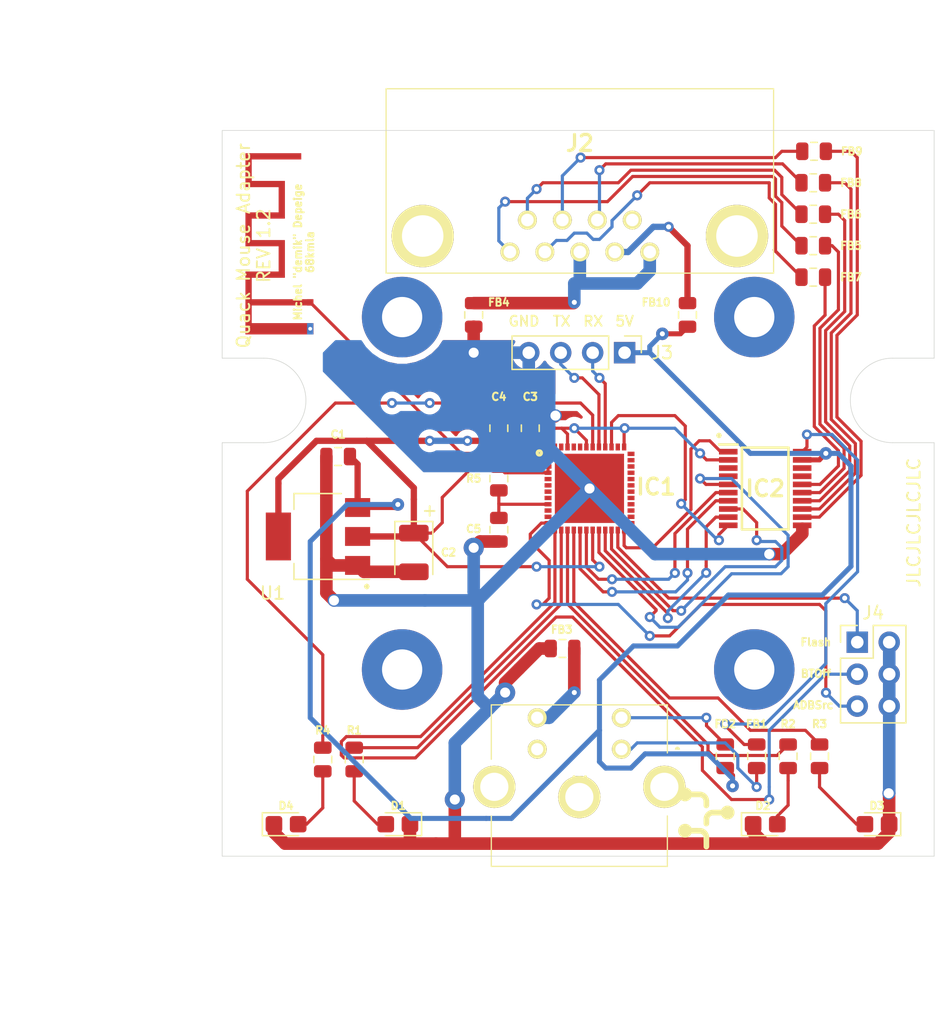
<source format=kicad_pcb>
(kicad_pcb (version 20171130) (host pcbnew "(5.1.8-0-10_14)")

  (general
    (thickness 1.6)
    (drawings 27)
    (tracks 520)
    (zones 0)
    (modules 37)
    (nets 42)
  )

  (page A4)
  (title_block
    (title "Quack Mouse Adapter")
    (date 2021-01-08)
    (rev 1.2)
    (company Lostwave)
    (comment 1 https://68kmla.org)
    (comment 2 https://github.com/demik/quack/tree/master/EDA)
  )

  (layers
    (0 F.Cu signal)
    (31 B.Cu signal)
    (33 F.Adhes user)
    (35 F.Paste user)
    (37 F.SilkS user)
    (38 B.Mask user)
    (39 F.Mask user)
    (40 Dwgs.User user)
    (41 Cmts.User user)
    (42 Eco1.User user)
    (43 Eco2.User user)
    (44 Edge.Cuts user)
    (45 Margin user)
    (46 B.CrtYd user)
    (47 F.CrtYd user)
    (49 F.Fab user)
  )

  (setup
    (last_trace_width 0.25)
    (trace_clearance 0.2)
    (zone_clearance 0.508)
    (zone_45_only no)
    (trace_min 0.2)
    (via_size 0.8)
    (via_drill 0.4)
    (via_min_size 0.4)
    (via_min_drill 0.3)
    (uvia_size 0.3)
    (uvia_drill 0.1)
    (uvias_allowed no)
    (uvia_min_size 0.2)
    (uvia_min_drill 0.1)
    (edge_width 0.05)
    (segment_width 0.2)
    (pcb_text_width 0.3)
    (pcb_text_size 1.5 1.5)
    (mod_edge_width 0.12)
    (mod_text_size 1 1)
    (mod_text_width 0.15)
    (pad_size 6.4 6.4)
    (pad_drill 3.2)
    (pad_to_mask_clearance 0.051)
    (solder_mask_min_width 0.25)
    (aux_axis_origin 0 0)
    (visible_elements FFFFFF7F)
    (pcbplotparams
      (layerselection 0x010e8_ffffffff)
      (usegerberextensions false)
      (usegerberattributes false)
      (usegerberadvancedattributes false)
      (creategerberjobfile false)
      (excludeedgelayer true)
      (linewidth 0.100000)
      (plotframeref false)
      (viasonmask false)
      (mode 1)
      (useauxorigin false)
      (hpglpennumber 1)
      (hpglpenspeed 20)
      (hpglpendiameter 15.000000)
      (psnegative false)
      (psa4output false)
      (plotreference true)
      (plotvalue true)
      (plotinvisibletext false)
      (padsonsilk false)
      (subtractmaskfromsilk false)
      (outputformat 1)
      (mirror false)
      (drillshape 0)
      (scaleselection 1)
      (outputdirectory "./"))
  )

  (net 0 "")
  (net 1 GND)
  (net 2 +5V)
  (net 3 +3V3)
  (net 4 "Net-(D1-Pad2)")
  (net 5 "Net-(D2-Pad2)")
  (net 6 "Net-(D3-Pad2)")
  (net 7 "Net-(D4-Pad2)")
  (net 8 "Net-(IC1-Pad14)")
  (net 9 "Net-(IC1-Pad15)")
  (net 10 "Net-(IC1-Pad16)")
  (net 11 "Net-(IC1-Pad42)")
  (net 12 U0RXD)
  (net 13 U0TXD)
  (net 14 /quack_connectors/QY2_5V)
  (net 15 /quack_connectors/CLICK_5V)
  (net 16 /quack_connectors/QY1_5V)
  (net 17 /quack_connectors/QX1_5V)
  (net 18 /quack_connectors/QX2_5V)
  (net 19 FLASH)
  (net 20 QY1_3V)
  (net 21 QX1_3V)
  (net 22 QX2_3V)
  (net 23 QY2_3V)
  (net 24 CLICK_3V)
  (net 25 ADB)
  (net 26 "Net-(C5-Pad1)")
  (net 27 ADBSRC)
  (net 28 BTOFF)
  (net 29 "Net-(FB1-Pad1)")
  (net 30 "Net-(FB1-Pad2)")
  (net 31 "Net-(FB2-Pad2)")
  (net 32 "Net-(FB3-Pad2)")
  (net 33 "Net-(FB4-Pad2)")
  (net 34 "Net-(FB5-Pad1)")
  (net 35 "Net-(FB6-Pad1)")
  (net 36 "Net-(FB7-Pad1)")
  (net 37 "Net-(FB8-Pad1)")
  (net 38 "Net-(FB9-Pad1)")
  (net 39 "Net-(FB10-Pad1)")
  (net 40 OE)
  (net 41 "Net-(ANT1-Pad1)")

  (net_class Default "Ceci est la Netclass par défaut."
    (clearance 0.2)
    (trace_width 0.25)
    (via_dia 0.8)
    (via_drill 0.4)
    (uvia_dia 0.3)
    (uvia_drill 0.1)
    (add_net +3V3)
    (add_net /quack_connectors/CLICK_5V)
    (add_net /quack_connectors/QX1_5V)
    (add_net /quack_connectors/QX2_5V)
    (add_net /quack_connectors/QY1_5V)
    (add_net /quack_connectors/QY2_5V)
    (add_net ADB)
    (add_net ADBSRC)
    (add_net BTOFF)
    (add_net CLICK_3V)
    (add_net FLASH)
    (add_net "Net-(ANT1-Pad1)")
    (add_net "Net-(C5-Pad1)")
    (add_net "Net-(D1-Pad2)")
    (add_net "Net-(D2-Pad2)")
    (add_net "Net-(D3-Pad2)")
    (add_net "Net-(D4-Pad2)")
    (add_net "Net-(FB1-Pad1)")
    (add_net "Net-(FB1-Pad2)")
    (add_net "Net-(FB10-Pad1)")
    (add_net "Net-(FB2-Pad2)")
    (add_net "Net-(FB3-Pad2)")
    (add_net "Net-(FB4-Pad2)")
    (add_net "Net-(FB5-Pad1)")
    (add_net "Net-(FB6-Pad1)")
    (add_net "Net-(FB7-Pad1)")
    (add_net "Net-(FB8-Pad1)")
    (add_net "Net-(FB9-Pad1)")
    (add_net "Net-(IC1-Pad14)")
    (add_net "Net-(IC1-Pad15)")
    (add_net "Net-(IC1-Pad16)")
    (add_net "Net-(IC1-Pad42)")
    (add_net OE)
    (add_net QX1_3V)
    (add_net QX2_3V)
    (add_net QY1_3V)
    (add_net QY2_3V)
    (add_net U0RXD)
    (add_net U0TXD)
  )

  (net_class +V ""
    (clearance 0.2)
    (trace_width 0.4)
    (via_dia 0.8)
    (via_drill 0.4)
    (uvia_dia 0.3)
    (uvia_drill 0.1)
    (add_net +5V)
  )

  (net_class GND ""
    (clearance 0.2)
    (trace_width 1)
    (via_dia 1.6)
    (via_drill 0.8)
    (uvia_dia 0.3)
    (uvia_drill 0.1)
    (add_net GND)
  )

  (module Quack_MDIN4:57491811 (layer F.Cu) (tedit 5F5E633E) (tstamp 5FECCD65)
    (at 158.75 118.5)
    (descr 5749181-1-2)
    (tags Connector)
    (path /5F5EA845/5F5EB6CA)
    (fp_text reference J1 (at -3.35 2.895) (layer F.SilkS)
      (effects (font (size 1.27 1.27) (thickness 0.254)))
    )
    (fp_text value DIN-4 (at -3.35 2.895) (layer F.SilkS) hide
      (effects (font (size 1.27 1.27) (thickness 0.254)))
    )
    (fp_line (start 4.6 0) (end 4.6 0) (layer F.SilkS) (width 0.1))
    (fp_line (start 4.5 0) (end 4.5 0) (layer F.SilkS) (width 0.1))
    (fp_line (start 3.65 -3.52) (end 3.65 0.3) (layer F.SilkS) (width 0.1))
    (fp_line (start -10.35 -3.52) (end 3.65 -3.52) (layer F.SilkS) (width 0.1))
    (fp_line (start -10.35 0.8) (end -10.35 -3.52) (layer F.SilkS) (width 0.1))
    (fp_line (start 3.65 9.31) (end 3.65 5.3) (layer F.SilkS) (width 0.1))
    (fp_line (start -10.35 9.31) (end 3.65 9.31) (layer F.SilkS) (width 0.1))
    (fp_line (start -10.35 5.3) (end -10.35 9.31) (layer F.SilkS) (width 0.1))
    (fp_line (start -12.788 -4.52) (end -12.788 10.31) (layer Dwgs.User) (width 0.1))
    (fp_line (start 6.088 -4.52) (end -12.788 -4.52) (layer Dwgs.User) (width 0.1))
    (fp_line (start 6.088 10.31) (end 6.088 -4.52) (layer Dwgs.User) (width 0.1))
    (fp_line (start -12.788 10.31) (end 6.088 10.31) (layer Dwgs.User) (width 0.1))
    (fp_line (start -10.35 -3.52) (end -10.35 9.31) (layer Dwgs.User) (width 0.2))
    (fp_line (start 3.65 -3.52) (end -10.35 -3.52) (layer Dwgs.User) (width 0.2))
    (fp_line (start 3.65 9.31) (end 3.65 -3.52) (layer Dwgs.User) (width 0.2))
    (fp_line (start -10.35 9.31) (end 3.65 9.31) (layer Dwgs.User) (width 0.2))
    (fp_arc (start 4.45 0) (end 4.6 0) (angle -180) (layer F.SilkS) (width 0.1))
    (fp_arc (start 4.45 0) (end 4.5 0) (angle -180) (layer F.SilkS) (width 0.1))
    (pad MH3 thru_hole circle (at 3.41 2.99 90) (size 3.356 3.356) (drill 2.237) (layers *.Cu *.Mask F.SilkS))
    (pad MH2 thru_hole circle (at -10.11 2.99 90) (size 3.356 3.356) (drill 2.237) (layers *.Cu *.Mask F.SilkS))
    (pad MH1 thru_hole circle (at -3.35 3.8 90) (size 3.356 3.356) (drill 2.237) (layers *.Cu *.Mask F.SilkS))
    (pad 4 thru_hole circle (at -6.7 -2.5 90) (size 1.509 1.509) (drill 0.97) (layers *.Cu *.Mask F.SilkS)
      (net 32 "Net-(FB3-Pad2)"))
    (pad 3 thru_hole circle (at 0 -2.5 90) (size 1.509 1.509) (drill 0.97) (layers *.Cu *.Mask F.SilkS)
      (net 31 "Net-(FB2-Pad2)"))
    (pad 2 thru_hole circle (at -6.7 0 90) (size 1.509 1.509) (drill 0.97) (layers *.Cu *.Mask F.SilkS))
    (pad 1 thru_hole circle (at 0 0 90) (size 1.509 1.509) (drill 0.97) (layers *.Cu *.Mask F.SilkS)
      (net 29 "Net-(FB1-Pad1)"))
  )

  (module ADB_logo_5mm:ADB_logo_5mm (layer F.Cu) (tedit 0) (tstamp 5F60B12E)
    (at 165.5 124)
    (fp_text reference G*** (at 0 0) (layer F.SilkS) hide
      (effects (font (size 1.524 1.524) (thickness 0.3)))
    )
    (fp_text value LOGO (at 0.75 0) (layer F.SilkS) hide
      (effects (font (size 1.524 1.524) (thickness 0.3)))
    )
    (fp_poly (pts (xy -1.669591 -2.453296) (xy -1.634726 -2.451804) (xy -1.603773 -2.4489) (xy -1.583267 -2.445512)
      (xy -1.517065 -2.427224) (xy -1.454393 -2.401396) (xy -1.394888 -2.367843) (xy -1.338182 -2.326381)
      (xy -1.326019 -2.316157) (xy -1.300067 -2.291127) (xy -1.273057 -2.260324) (xy -1.246686 -2.225977)
      (xy -1.222655 -2.190317) (xy -1.202664 -2.155575) (xy -1.200626 -2.151592) (xy -1.189424 -2.129367)
      (xy -0.855797 -2.129367) (xy -0.785136 -2.12933) (xy -0.722305 -2.129187) (xy -0.666667 -2.128893)
      (xy -0.617586 -2.128399) (xy -0.574425 -2.127659) (xy -0.536548 -2.126627) (xy -0.503317 -2.125256)
      (xy -0.474097 -2.123498) (xy -0.448251 -2.121307) (xy -0.425143 -2.118636) (xy -0.404135 -2.115439)
      (xy -0.384591 -2.111668) (xy -0.365875 -2.107277) (xy -0.34735 -2.102219) (xy -0.328379 -2.096447)
      (xy -0.308327 -2.089914) (xy -0.305247 -2.088886) (xy -0.230642 -2.059591) (xy -0.1605 -2.023337)
      (xy -0.095166 -1.980564) (xy -0.034989 -1.931714) (xy 0.019682 -1.877227) (xy 0.0685 -1.817544)
      (xy 0.111117 -1.753107) (xy 0.147186 -1.684355) (xy 0.176357 -1.61173) (xy 0.198283 -1.535673)
      (xy 0.212616 -1.456625) (xy 0.215735 -1.42875) (xy 0.216685 -1.41433) (xy 0.21756 -1.392629)
      (xy 0.21834 -1.364831) (xy 0.219 -1.332122) (xy 0.21952 -1.295686) (xy 0.219875 -1.256708)
      (xy 0.220045 -1.216374) (xy 0.220056 -1.20015) (xy 0.219979 -1.152894) (xy 0.219771 -1.113307)
      (xy 0.219409 -1.080589) (xy 0.218868 -1.053944) (xy 0.218125 -1.032574) (xy 0.217156 -1.01568)
      (xy 0.215938 -1.002465) (xy 0.214446 -0.992131) (xy 0.213737 -0.988484) (xy 0.201165 -0.948073)
      (xy 0.181889 -0.911896) (xy 0.156783 -0.880505) (xy 0.126719 -0.854455) (xy 0.092569 -0.834301)
      (xy 0.055208 -0.820596) (xy 0.015506 -0.813895) (xy -0.025662 -0.814752) (xy -0.052349 -0.819516)
      (xy -0.087549 -0.831921) (xy -0.121262 -0.851089) (xy -0.151723 -0.875622) (xy -0.177162 -0.904121)
      (xy -0.194162 -0.931715) (xy -0.199856 -0.943718) (xy -0.204649 -0.955154) (xy -0.208618 -0.966861)
      (xy -0.211841 -0.979676) (xy -0.214397 -0.994437) (xy -0.216363 -1.011982) (xy -0.217817 -1.033147)
      (xy -0.218838 -1.058772) (xy -0.219502 -1.089693) (xy -0.219889 -1.126748) (xy -0.220076 -1.170775)
      (xy -0.220133 -1.210733) (xy -0.22021 -1.260046) (xy -0.220407 -1.30176) (xy -0.220802 -1.336745)
      (xy -0.221471 -1.36587) (xy -0.22249 -1.390003) (xy -0.223934 -1.410013) (xy -0.225881 -1.426769)
      (xy -0.228406 -1.44114) (xy -0.231585 -1.453994) (xy -0.235494 -1.4662) (xy -0.24021 -1.478626)
      (xy -0.244524 -1.489093) (xy -0.268466 -1.535389) (xy -0.299149 -1.576828) (xy -0.336088 -1.612962)
      (xy -0.378797 -1.643344) (xy -0.42679 -1.667528) (xy -0.446617 -1.675107) (xy -0.480483 -1.686984)
      (xy -0.836084 -1.687889) (xy -1.191683 -1.688795) (xy -1.2065 -1.658377) (xy -1.220636 -1.632607)
      (xy -1.238837 -1.604133) (xy -1.258982 -1.576032) (xy -1.278945 -1.551377) (xy -1.285096 -1.544559)
      (xy -1.335916 -1.495596) (xy -1.389838 -1.454423) (xy -1.447282 -1.420798) (xy -1.508668 -1.39448)
      (xy -1.574417 -1.375227) (xy -1.583267 -1.373239) (xy -1.609706 -1.369046) (xy -1.641974 -1.366327)
      (xy -1.677561 -1.365084) (xy -1.713959 -1.36532) (xy -1.748657 -1.367038) (xy -1.779148 -1.37024)
      (xy -1.794934 -1.372993) (xy -1.861527 -1.390941) (xy -1.923035 -1.415447) (xy -1.980129 -1.446865)
      (xy -2.033485 -1.485546) (xy -2.06749 -1.515715) (xy -2.114142 -1.565938) (xy -2.153416 -1.620229)
      (xy -2.185177 -1.678266) (xy -2.209286 -1.73973) (xy -2.225609 -1.8043) (xy -2.234008 -1.871655)
      (xy -2.2352 -1.909234) (xy -2.231351 -1.978061) (xy -2.219769 -2.043486) (xy -2.200401 -2.105635)
      (xy -2.173193 -2.164635) (xy -2.138094 -2.220612) (xy -2.09505 -2.273695) (xy -2.074735 -2.295011)
      (xy -2.024168 -2.340374) (xy -1.970365 -2.378067) (xy -1.912727 -2.408418) (xy -1.850651 -2.431754)
      (xy -1.799167 -2.44521) (xy -1.773157 -2.449333) (xy -1.741257 -2.452057) (xy -1.705918 -2.45338)
      (xy -1.669591 -2.453296)) (layer F.SilkS) (width 0.01))
    (fp_poly (pts (xy 1.728693 -1.013101) (xy 1.762554 -1.010795) (xy 1.793324 -1.00645) (xy 1.823646 -0.999674)
      (xy 1.856161 -0.990073) (xy 1.862667 -0.987943) (xy 1.92358 -0.963357) (xy 1.981059 -0.931412)
      (xy 2.03442 -0.892754) (xy 2.082982 -0.848032) (xy 2.126064 -0.797891) (xy 2.162984 -0.742978)
      (xy 2.193059 -0.683942) (xy 2.199605 -0.668169) (xy 2.215744 -0.618564) (xy 2.227231 -0.564153)
      (xy 2.23382 -0.50736) (xy 2.235262 -0.45061) (xy 2.231311 -0.396327) (xy 2.22899 -0.380608)
      (xy 2.21382 -0.315039) (xy 2.190954 -0.252443) (xy 2.160825 -0.193416) (xy 2.123861 -0.13855)
      (xy 2.080495 -0.088441) (xy 2.031156 -0.043682) (xy 1.976275 -0.004869) (xy 1.942925 0.014237)
      (xy 1.895768 0.036731) (xy 1.849695 0.053445) (xy 1.802581 0.064885) (xy 1.752305 0.071553)
      (xy 1.696742 0.073954) (xy 1.691217 0.073979) (xy 1.640067 0.072605) (xy 1.594603 0.067963)
      (xy 1.552497 0.059509) (xy 1.511418 0.046699) (xy 1.469036 0.028992) (xy 1.442285 0.015928)
      (xy 1.384251 -0.018385) (xy 1.331016 -0.059456) (xy 1.283156 -0.106703) (xy 1.241251 -0.159542)
      (xy 1.205876 -0.217393) (xy 1.200556 -0.227681) (xy 1.189283 -0.250044) (xy 0.837 -0.248674)
      (xy 0.773741 -0.248417) (xy 0.718376 -0.248162) (xy 0.670332 -0.247895) (xy 0.629037 -0.247603)
      (xy 0.593917 -0.247271) (xy 0.5644 -0.246887) (xy 0.539914 -0.246438) (xy 0.519885 -0.245908)
      (xy 0.503741 -0.245286) (xy 0.490909 -0.244557) (xy 0.480816 -0.243708) (xy 0.47289 -0.242725)
      (xy 0.466558 -0.241595) (xy 0.461247 -0.240304) (xy 0.459317 -0.239751) (xy 0.410967 -0.221213)
      (xy 0.366143 -0.195748) (xy 0.325798 -0.164152) (xy 0.290886 -0.127225) (xy 0.26236 -0.085765)
      (xy 0.251974 -0.06608) (xy 0.245765 -0.053095) (xy 0.240505 -0.041519) (xy 0.236106 -0.030533)
      (xy 0.232482 -0.019318) (xy 0.229543 -0.007058) (xy 0.227204 0.007065) (xy 0.225376 0.023871)
      (xy 0.223971 0.044176) (xy 0.222903 0.068799) (xy 0.222083 0.098558) (xy 0.221423 0.134271)
      (xy 0.220837 0.176755) (xy 0.220237 0.226828) (xy 0.220191 0.230717) (xy 0.219609 0.279147)
      (xy 0.219075 0.31989) (xy 0.21855 0.353722) (xy 0.217997 0.381421) (xy 0.217378 0.403766)
      (xy 0.216654 0.421534) (xy 0.215788 0.435504) (xy 0.214742 0.446452) (xy 0.213477 0.455158)
      (xy 0.211956 0.462398) (xy 0.21014 0.468951) (xy 0.208269 0.474768) (xy 0.191205 0.513262)
      (xy 0.167657 0.54723) (xy 0.138569 0.575999) (xy 0.104884 0.598894) (xy 0.067548 0.615242)
      (xy 0.027504 0.624369) (xy -0.003753 0.626069) (xy -0.021412 0.625081) (xy -0.039192 0.623102)
      (xy -0.046328 0.621917) (xy -0.067476 0.615676) (xy -0.091698 0.605295) (xy -0.115838 0.592372)
      (xy -0.136742 0.578503) (xy -0.144312 0.572326) (xy -0.170329 0.544253) (xy -0.192466 0.510404)
      (xy -0.206611 0.479972) (xy -0.217835 0.45085) (xy -0.219289 0.256117) (xy -0.219606 0.200773)
      (xy -0.21964 0.152954) (xy -0.219344 0.111718) (xy -0.218672 0.076126) (xy -0.217578 0.045238)
      (xy -0.216014 0.018115) (xy -0.213936 -0.006185) (xy -0.211296 -0.028599) (xy -0.208048 -0.050069)
      (xy -0.204146 -0.071534) (xy -0.2028 -0.078317) (xy -0.183372 -0.153596) (xy -0.156338 -0.225874)
      (xy -0.122175 -0.294676) (xy -0.081359 -0.359527) (xy -0.034364 -0.419953) (xy 0.018333 -0.47548)
      (xy 0.076257 -0.525633) (xy 0.138931 -0.569937) (xy 0.205881 -0.607918) (xy 0.276631 -0.639102)
      (xy 0.350705 -0.663014) (xy 0.393404 -0.67304) (xy 0.408704 -0.675987) (xy 0.424272 -0.678577)
      (xy 0.440739 -0.680834) (xy 0.458732 -0.682779) (xy 0.47888 -0.684437) (xy 0.501813 -0.68583)
      (xy 0.528159 -0.68698) (xy 0.558547 -0.687911) (xy 0.593605 -0.688646) (xy 0.633963 -0.689207)
      (xy 0.680249 -0.689618) (xy 0.733092 -0.689901) (xy 0.793121 -0.69008) (xy 0.860965 -0.690177)
      (xy 0.8636 -0.690179) (xy 1.191683 -0.690459) (xy 1.203772 -0.715959) (xy 1.233035 -0.768165)
      (xy 1.269573 -0.817419) (xy 1.312472 -0.862921) (xy 1.36082 -0.90387) (xy 1.413702 -0.939466)
      (xy 1.470204 -0.968909) (xy 1.5113 -0.985386) (xy 1.544501 -0.996268) (xy 1.574776 -1.004123)
      (xy 1.604716 -1.009366) (xy 1.636911 -1.012409) (xy 1.673952 -1.013666) (xy 1.6891 -1.013761)
      (xy 1.728693 -1.013101)) (layer F.SilkS) (width 0.01))
    (fp_poly (pts (xy -1.624432 0.43541) (xy -1.56091 0.446329) (xy -1.500226 0.464856) (xy -1.441451 0.491268)
      (xy -1.386543 0.523918) (xy -1.340713 0.558717) (xy -1.297105 0.600151) (xy -1.257314 0.646415)
      (xy -1.222936 0.695701) (xy -1.202002 0.732891) (xy -1.189682 0.757297) (xy -0.822383 0.758973)
      (xy -0.756673 0.75927) (xy -0.698803 0.759547) (xy -0.648147 0.759838) (xy -0.604077 0.760179)
      (xy -0.565968 0.760605) (xy -0.533192 0.761151) (xy -0.505124 0.761852) (xy -0.481136 0.762742)
      (xy -0.460602 0.763858) (xy -0.442895 0.765234) (xy -0.427389 0.766904) (xy -0.413458 0.768905)
      (xy -0.400474 0.771271) (xy -0.387812 0.774037) (xy -0.374844 0.777238) (xy -0.360944 0.780909)
      (xy -0.345485 0.785086) (xy -0.3429 0.785783) (xy -0.269131 0.809967) (xy -0.198761 0.841602)
      (xy -0.132254 0.880199) (xy -0.070075 0.925267) (xy -0.01269 0.976317) (xy 0.039437 1.032857)
      (xy 0.085843 1.094399) (xy 0.126061 1.160451) (xy 0.159627 1.230524) (xy 0.186077 1.304127)
      (xy 0.200424 1.3589) (xy 0.203737 1.374291) (xy 0.20667 1.389266) (xy 0.209245 1.404411)
      (xy 0.211481 1.42031) (xy 0.213399 1.43755) (xy 0.21502 1.456715) (xy 0.216364 1.478389)
      (xy 0.217452 1.503159) (xy 0.218305 1.53161) (xy 0.218943 1.564325) (xy 0.219387 1.601891)
      (xy 0.219657 1.644893) (xy 0.219775 1.693915) (xy 0.21976 1.749544) (xy 0.219633 1.812363)
      (xy 0.219415 1.882958) (xy 0.219368 1.896533) (xy 0.218017 2.27965) (xy 0.20701 2.307923)
      (xy 0.186977 2.348937) (xy 0.161327 2.383728) (xy 0.130268 2.412103) (xy 0.094012 2.433872)
      (xy 0.052769 2.448843) (xy 0.052056 2.449029) (xy 0.024566 2.453642) (xy -0.006259 2.454751)
      (xy -0.036278 2.452365) (xy -0.053871 2.448818) (xy -0.0946 2.433641) (xy -0.130771 2.411481)
      (xy -0.161912 2.38277) (xy -0.187553 2.34794) (xy -0.206701 2.308772) (xy -0.218014 2.27965)
      (xy -0.220193 1.869017) (xy -0.222372 1.458383) (xy -0.232318 1.42875) (xy -0.253528 1.377496)
      (xy -0.280747 1.332202) (xy -0.313971 1.292875) (xy -0.353195 1.25952) (xy -0.398414 1.232143)
      (xy -0.41131 1.225933) (xy -0.422341 1.220863) (xy -0.432285 1.216416) (xy -0.44175 1.212547)
      (xy -0.451344 1.209213) (xy -0.461674 1.206372) (xy -0.473347 1.203979) (xy -0.486971 1.201991)
      (xy -0.503153 1.200365) (xy -0.522501 1.199058) (xy -0.545622 1.198025) (xy -0.573124 1.197224)
      (xy -0.605614 1.196611) (xy -0.6437 1.196142) (xy -0.687989 1.195775) (xy -0.739089 1.195466)
      (xy -0.797607 1.195172) (xy -0.845064 1.194943) (xy -1.188477 1.193266) (xy -1.203971 1.223763)
      (xy -1.23746 1.280588) (xy -1.27769 1.333053) (xy -1.32386 1.38043) (xy -1.375169 1.421991)
      (xy -1.430818 1.457009) (xy -1.490005 1.484755) (xy -1.491597 1.485378) (xy -1.538111 1.501571)
      (xy -1.582351 1.512616) (xy -1.627472 1.519099) (xy -1.676629 1.521605) (xy -1.686984 1.521681)
      (xy -1.726463 1.52099) (xy -1.760415 1.518549) (xy -1.791673 1.51395) (xy -1.823068 1.506787)
      (xy -1.8542 1.49768) (xy -1.915305 1.474037) (xy -1.973369 1.442948) (xy -2.027567 1.405118)
      (xy -2.077068 1.361254) (xy -2.121046 1.312061) (xy -2.158673 1.258246) (xy -2.179931 1.219926)
      (xy -2.19226 1.192159) (xy -2.204467 1.159177) (xy -2.215516 1.124182) (xy -2.22437 1.090377)
      (xy -2.228657 1.06942) (xy -2.232494 1.038635) (xy -2.234552 1.002619) (xy -2.234825 0.964424)
      (xy -2.233309 0.927096) (xy -2.23 0.893686) (xy -2.22892 0.886472) (xy -2.215437 0.827246)
      (xy -2.194584 0.768143) (xy -2.167238 0.711206) (xy -2.134274 0.658475) (xy -2.126399 0.6477)
      (xy -2.108899 0.626607) (xy -2.08654 0.602863) (xy -2.061492 0.578535) (xy -2.035926 0.555689)
      (xy -2.012011 0.536392) (xy -2.001772 0.529008) (xy -1.942859 0.493286) (xy -1.882265 0.465816)
      (xy -1.819645 0.446491) (xy -1.754652 0.4352) (xy -1.691721 0.431817) (xy -1.624432 0.43541)) (layer F.SilkS) (width 0.01))
  )

  (module MountingHole:MountingHole_3.2mm_M3_Pad (layer F.Cu) (tedit 56D1B4CB) (tstamp 5F5EB674)
    (at 169.31 84.17)
    (descr "Mounting Hole 3.2mm, M3")
    (tags "mounting hole 3.2mm m3")
    (attr virtual)
    (fp_text reference REF** (at 0 -4.2) (layer F.SilkS) hide
      (effects (font (size 1 1) (thickness 0.15)))
    )
    (fp_text value MountingHole_3.2mm_M3_Pad (at 0 4.2) (layer F.Fab) hide
      (effects (font (size 1 1) (thickness 0.15)))
    )
    (fp_circle (center 0 0) (end 3.45 0) (layer F.CrtYd) (width 0.05))
    (fp_circle (center 0 0) (end 3.2 0) (layer Cmts.User) (width 0.15))
    (fp_text user %R (at 0.3 0) (layer F.Fab)
      (effects (font (size 1 1) (thickness 0.15)))
    )
    (pad 1 thru_hole circle (at 0 0) (size 6.4 6.4) (drill 3.2) (layers *.Cu *.Mask))
  )

  (module MountingHole:MountingHole_3.2mm_M3_Pad (layer F.Cu) (tedit 56D1B4CB) (tstamp 5F5EB620)
    (at 141.31 84.17)
    (descr "Mounting Hole 3.2mm, M3")
    (tags "mounting hole 3.2mm m3")
    (attr virtual)
    (fp_text reference REF** (at 0 -4.2) (layer F.SilkS) hide
      (effects (font (size 1 1) (thickness 0.15)))
    )
    (fp_text value MountingHole_3.2mm_M3_Pad (at 0 4.2) (layer F.Fab) hide
      (effects (font (size 1 1) (thickness 0.15)))
    )
    (fp_circle (center 0 0) (end 3.45 0) (layer F.CrtYd) (width 0.05))
    (fp_circle (center 0 0) (end 3.2 0) (layer Cmts.User) (width 0.15))
    (fp_text user %R (at 0.3 0) (layer F.Fab)
      (effects (font (size 1 1) (thickness 0.15)))
    )
    (pad 1 thru_hole circle (at 0 0) (size 6.4 6.4) (drill 3.2) (layers *.Cu *.Mask))
  )

  (module MountingHole:MountingHole_3.2mm_M3_Pad (layer F.Cu) (tedit 56D1B4CB) (tstamp 5F5EB58C)
    (at 169.31 112.17)
    (descr "Mounting Hole 3.2mm, M3")
    (tags "mounting hole 3.2mm m3")
    (attr virtual)
    (fp_text reference REF** (at 0 -4.2) (layer F.SilkS) hide
      (effects (font (size 1 1) (thickness 0.15)))
    )
    (fp_text value MountingHole_3.2mm_M3_Pad (at 0 4.2) (layer F.Fab) hide
      (effects (font (size 1 1) (thickness 0.15)))
    )
    (fp_circle (center 0 0) (end 3.45 0) (layer F.CrtYd) (width 0.05))
    (fp_circle (center 0 0) (end 3.2 0) (layer Cmts.User) (width 0.15))
    (fp_text user %R (at 0.3 0) (layer F.Fab)
      (effects (font (size 1 1) (thickness 0.15)))
    )
    (pad 1 thru_hole circle (at 0 0) (size 6.4 6.4) (drill 3.2) (layers *.Cu *.Mask))
  )

  (module MountingHole:MountingHole_3.2mm_M3_Pad (layer F.Cu) (tedit 56D1B4CB) (tstamp 5F5EB4F6)
    (at 141.31 112.17)
    (descr "Mounting Hole 3.2mm, M3")
    (tags "mounting hole 3.2mm m3")
    (attr virtual)
    (fp_text reference REF** (at 0 -4.2) (layer F.SilkS) hide
      (effects (font (size 1 1) (thickness 0.15)))
    )
    (fp_text value MountingHole_3.2mm_M3_Pad (at 0 4.2) (layer F.Fab) hide
      (effects (font (size 1 1) (thickness 0.15)))
    )
    (fp_circle (center 0 0) (end 3.45 0) (layer F.CrtYd) (width 0.05))
    (fp_circle (center 0 0) (end 3.2 0) (layer Cmts.User) (width 0.15))
    (fp_text user %R (at 0.3 0) (layer F.Fab)
      (effects (font (size 1 1) (thickness 0.15)))
    )
    (pad 1 thru_hole circle (at 0 0) (size 6.4 6.4) (drill 3.2) (layers *.Cu *.Mask))
  )

  (module ESP32-PICO-D4:ESP32-PICO-D4_1 (layer F.Cu) (tedit 5F5E529E) (tstamp 5F5EBCE9)
    (at 156.21 97.79)
    (descr ESP32-PICO-D4_1)
    (tags "Integrated Circuit")
    (path /5F5E5479)
    (attr smd)
    (fp_text reference IC1 (at 5.29 -0.132) (layer F.SilkS)
      (effects (font (size 1.27 1.27) (thickness 0.254)))
    )
    (fp_text value ESP32-PICO-D4 (at -0.341 -0.132) (layer F.SilkS) hide
      (effects (font (size 1.27 1.27) (thickness 0.254)))
    )
    (fp_circle (center -3.991 -2.825) (end -4.02812 -2.825) (layer F.SilkS) (width 0.254))
    (fp_line (start -3.5 3.5) (end -3.5 -3.5) (layer Dwgs.User) (width 0.2))
    (fp_line (start 3.5 3.5) (end -3.5 3.5) (layer Dwgs.User) (width 0.2))
    (fp_line (start 3.5 -3.5) (end 3.5 3.5) (layer Dwgs.User) (width 0.2))
    (fp_line (start -3.5 -3.5) (end 3.5 -3.5) (layer Dwgs.User) (width 0.2))
    (pad 49 smd rect (at -0.006 -0.013 90) (size 5.5 5.5) (layers F.Cu F.Paste F.Mask)
      (net 1 GND))
    (pad 48 smd rect (at -2.75 -3.3) (size 0.35 0.55) (layers F.Cu F.Paste F.Mask))
    (pad 47 smd rect (at -2.25 -3.3) (size 0.35 0.55) (layers F.Cu F.Paste F.Mask))
    (pad 46 smd rect (at -1.75 -3.3) (size 0.35 0.55) (layers F.Cu F.Paste F.Mask)
      (net 3 +3V3))
    (pad 45 smd rect (at -1.25 -3.3) (size 0.35 0.55) (layers F.Cu F.Paste F.Mask))
    (pad 44 smd rect (at -0.75 -3.3) (size 0.35 0.55) (layers F.Cu F.Paste F.Mask))
    (pad 43 smd rect (at -0.25 -3.3) (size 0.35 0.55) (layers F.Cu F.Paste F.Mask)
      (net 3 +3V3))
    (pad 42 smd rect (at 0.25 -3.3) (size 0.35 0.55) (layers F.Cu F.Paste F.Mask)
      (net 11 "Net-(IC1-Pad42)"))
    (pad 41 smd rect (at 0.75 -3.3) (size 0.35 0.55) (layers F.Cu F.Paste F.Mask)
      (net 13 U0TXD))
    (pad 40 smd rect (at 1.25 -3.3) (size 0.35 0.55) (layers F.Cu F.Paste F.Mask)
      (net 12 U0RXD))
    (pad 39 smd rect (at 1.75 -3.3) (size 0.35 0.55) (layers F.Cu F.Paste F.Mask)
      (net 40 OE))
    (pad 38 smd rect (at 2.25 -3.3) (size 0.35 0.55) (layers F.Cu F.Paste F.Mask))
    (pad 37 smd rect (at 2.75 -3.3) (size 0.35 0.55) (layers F.Cu F.Paste F.Mask)
      (net 3 +3V3))
    (pad 36 smd rect (at 3.3 -2.75 90) (size 0.35 0.55) (layers F.Cu F.Paste F.Mask))
    (pad 35 smd rect (at 3.3 -2.25 90) (size 0.35 0.55) (layers F.Cu F.Paste F.Mask))
    (pad 34 smd rect (at 3.3 -1.75 90) (size 0.35 0.55) (layers F.Cu F.Paste F.Mask))
    (pad 33 smd rect (at 3.3 -1.25 90) (size 0.35 0.55) (layers F.Cu F.Paste F.Mask))
    (pad 32 smd rect (at 3.3 -0.75 90) (size 0.35 0.55) (layers F.Cu F.Paste F.Mask))
    (pad 31 smd rect (at 3.3 -0.25 90) (size 0.35 0.55) (layers F.Cu F.Paste F.Mask))
    (pad 30 smd rect (at 3.3 0.25 90) (size 0.35 0.55) (layers F.Cu F.Paste F.Mask))
    (pad 29 smd rect (at 3.3 0.75 90) (size 0.35 0.55) (layers F.Cu F.Paste F.Mask))
    (pad 28 smd rect (at 3.3 1.25 90) (size 0.35 0.55) (layers F.Cu F.Paste F.Mask))
    (pad 27 smd rect (at 3.3 1.75 90) (size 0.35 0.55) (layers F.Cu F.Paste F.Mask))
    (pad 26 smd rect (at 3.3 2.25 90) (size 0.35 0.55) (layers F.Cu F.Paste F.Mask))
    (pad 25 smd rect (at 3.3 2.75 90) (size 0.35 0.55) (layers F.Cu F.Paste F.Mask))
    (pad 24 smd rect (at 2.75 3.3) (size 0.35 0.55) (layers F.Cu F.Paste F.Mask)
      (net 25 ADB))
    (pad 23 smd rect (at 2.25 3.3) (size 0.35 0.55) (layers F.Cu F.Paste F.Mask)
      (net 19 FLASH))
    (pad 22 smd rect (at 1.75 3.3) (size 0.35 0.55) (layers F.Cu F.Paste F.Mask)
      (net 24 CLICK_3V))
    (pad 21 smd rect (at 1.25 3.3) (size 0.35 0.55) (layers F.Cu F.Paste F.Mask)
      (net 23 QY2_3V))
    (pad 20 smd rect (at 0.75 3.3) (size 0.35 0.55) (layers F.Cu F.Paste F.Mask)
      (net 22 QX2_3V))
    (pad 19 smd rect (at 0.25 3.3) (size 0.35 0.55) (layers F.Cu F.Paste F.Mask)
      (net 3 +3V3))
    (pad 18 smd rect (at -0.25 3.3) (size 0.35 0.55) (layers F.Cu F.Paste F.Mask)
      (net 21 QX1_3V))
    (pad 17 smd rect (at -0.75 3.3) (size 0.35 0.55) (layers F.Cu F.Paste F.Mask)
      (net 20 QY1_3V))
    (pad 16 smd rect (at -1.25 3.3) (size 0.35 0.55) (layers F.Cu F.Paste F.Mask)
      (net 10 "Net-(IC1-Pad16)"))
    (pad 15 smd rect (at -1.75 3.3) (size 0.35 0.55) (layers F.Cu F.Paste F.Mask)
      (net 9 "Net-(IC1-Pad15)"))
    (pad 14 smd rect (at -2.25 3.3) (size 0.35 0.55) (layers F.Cu F.Paste F.Mask)
      (net 8 "Net-(IC1-Pad14)"))
    (pad 13 smd rect (at -2.75 3.3) (size 0.35 0.55) (layers F.Cu F.Paste F.Mask)
      (net 28 BTOFF))
    (pad 12 smd rect (at -3.3 2.75 90) (size 0.35 0.55) (layers F.Cu F.Paste F.Mask)
      (net 27 ADBSRC))
    (pad 11 smd rect (at -3.3 2.25 90) (size 0.35 0.55) (layers F.Cu F.Paste F.Mask))
    (pad 10 smd rect (at -3.3 1.75 90) (size 0.35 0.55) (layers F.Cu F.Paste F.Mask))
    (pad 9 smd rect (at -3.3 1.25 90) (size 0.35 0.55) (layers F.Cu F.Paste F.Mask)
      (net 26 "Net-(C5-Pad1)"))
    (pad 8 smd rect (at -3.3 0.75 90) (size 0.35 0.55) (layers F.Cu F.Paste F.Mask))
    (pad 7 smd rect (at -3.3 0.25 90) (size 0.35 0.55) (layers F.Cu F.Paste F.Mask))
    (pad 6 smd rect (at -3.3 -0.25 90) (size 0.35 0.55) (layers F.Cu F.Paste F.Mask))
    (pad 5 smd rect (at -3.3 -0.75 90) (size 0.35 0.55) (layers F.Cu F.Paste F.Mask))
    (pad 4 smd rect (at -3.3 -1.25 90) (size 0.35 0.55) (layers F.Cu F.Paste F.Mask)
      (net 3 +3V3))
    (pad 3 smd rect (at -3.3 -1.75 90) (size 0.35 0.55) (layers F.Cu F.Paste F.Mask)
      (net 3 +3V3))
    (pad 2 smd rect (at -3.3 -2.25 90) (size 0.35 0.55) (layers F.Cu F.Paste F.Mask)
      (net 41 "Net-(ANT1-Pad1)"))
    (pad 1 smd rect (at -3.3 -2.75 90) (size 0.35 0.55) (layers F.Cu F.Paste F.Mask)
      (net 3 +3V3))
  )

  (module Capacitor_SMD:C_0805_2012Metric (layer F.Cu) (tedit 5B36C52B) (tstamp 5F5EC470)
    (at 136.2225 95.25 180)
    (descr "Capacitor SMD 0805 (2012 Metric), square (rectangular) end terminal, IPC_7351 nominal, (Body size source: https://docs.google.com/spreadsheets/d/1BsfQQcO9C6DZCsRaXUlFlo91Tg2WpOkGARC1WS5S8t0/edit?usp=sharing), generated with kicad-footprint-generator")
    (tags capacitor)
    (path /5F60FDC9)
    (attr smd)
    (fp_text reference C1 (at 0 1.75) (layer F.SilkS)
      (effects (font (size 0.6 0.6) (thickness 0.15)))
    )
    (fp_text value 10uF (at 0 1.65) (layer F.Fab)
      (effects (font (size 1 1) (thickness 0.15)))
    )
    (fp_line (start 1.68 0.95) (end -1.68 0.95) (layer F.CrtYd) (width 0.05))
    (fp_line (start 1.68 -0.95) (end 1.68 0.95) (layer F.CrtYd) (width 0.05))
    (fp_line (start -1.68 -0.95) (end 1.68 -0.95) (layer F.CrtYd) (width 0.05))
    (fp_line (start -1.68 0.95) (end -1.68 -0.95) (layer F.CrtYd) (width 0.05))
    (fp_line (start -0.258578 0.71) (end 0.258578 0.71) (layer F.SilkS) (width 0.12))
    (fp_line (start -0.258578 -0.71) (end 0.258578 -0.71) (layer F.SilkS) (width 0.12))
    (fp_line (start 1 0.6) (end -1 0.6) (layer F.Fab) (width 0.1))
    (fp_line (start 1 -0.6) (end 1 0.6) (layer F.Fab) (width 0.1))
    (fp_line (start -1 -0.6) (end 1 -0.6) (layer F.Fab) (width 0.1))
    (fp_line (start -1 0.6) (end -1 -0.6) (layer F.Fab) (width 0.1))
    (fp_text user %R (at 0 0) (layer F.Fab)
      (effects (font (size 0.5 0.5) (thickness 0.08)))
    )
    (pad 2 smd roundrect (at 0.9375 0 180) (size 0.975 1.4) (layers F.Cu F.Paste F.Mask) (roundrect_rratio 0.25)
      (net 1 GND))
    (pad 1 smd roundrect (at -0.9375 0 180) (size 0.975 1.4) (layers F.Cu F.Paste F.Mask) (roundrect_rratio 0.25)
      (net 2 +5V))
    (model ${KISYS3DMOD}/Capacitor_SMD.3dshapes/C_0805_2012Metric.wrl
      (at (xyz 0 0 0))
      (scale (xyz 1 1 1))
      (rotate (xyz 0 0 0))
    )
  )

  (module Capacitor_Tantalum_SMD:CP_EIA-3528-12_Kemet-T (layer F.Cu) (tedit 5B342532) (tstamp 5F5EC5E8)
    (at 142.24 102.87 270)
    (descr "Tantalum Capacitor SMD Kemet-T (3528-12 Metric), IPC_7351 nominal, (Body size from: http://www.kemet.com/Lists/ProductCatalog/Attachments/253/KEM_TC101_STD.pdf), generated with kicad-footprint-generator")
    (tags "capacitor tantalum")
    (path /5F6139D7)
    (attr smd)
    (fp_text reference C2 (at 0 -2.76 180) (layer F.SilkS)
      (effects (font (size 0.6 0.6) (thickness 0.15)))
    )
    (fp_text value 100uF (at 0 2.35 90) (layer F.Fab)
      (effects (font (size 1 1) (thickness 0.15)))
    )
    (fp_line (start 2.45 1.65) (end -2.45 1.65) (layer F.CrtYd) (width 0.05))
    (fp_line (start 2.45 -1.65) (end 2.45 1.65) (layer F.CrtYd) (width 0.05))
    (fp_line (start -2.45 -1.65) (end 2.45 -1.65) (layer F.CrtYd) (width 0.05))
    (fp_line (start -2.45 1.65) (end -2.45 -1.65) (layer F.CrtYd) (width 0.05))
    (fp_line (start -2.46 1.51) (end 1.75 1.51) (layer F.SilkS) (width 0.12))
    (fp_line (start -2.46 -1.51) (end -2.46 1.51) (layer F.SilkS) (width 0.12))
    (fp_line (start 1.75 -1.51) (end -2.46 -1.51) (layer F.SilkS) (width 0.12))
    (fp_line (start 1.75 1.4) (end 1.75 -1.4) (layer F.Fab) (width 0.1))
    (fp_line (start -1.75 1.4) (end 1.75 1.4) (layer F.Fab) (width 0.1))
    (fp_line (start -1.75 -0.7) (end -1.75 1.4) (layer F.Fab) (width 0.1))
    (fp_line (start -1.05 -1.4) (end -1.75 -0.7) (layer F.Fab) (width 0.1))
    (fp_line (start 1.75 -1.4) (end -1.05 -1.4) (layer F.Fab) (width 0.1))
    (fp_text user %R (at 0 0 90) (layer F.Fab)
      (effects (font (size 0.88 0.88) (thickness 0.13)))
    )
    (pad 2 smd roundrect (at 1.5375 0 270) (size 1.325 2.35) (layers F.Cu F.Paste F.Mask) (roundrect_rratio 0.1886777358490566)
      (net 1 GND))
    (pad 1 smd roundrect (at -1.5375 0 270) (size 1.325 2.35) (layers F.Cu F.Paste F.Mask) (roundrect_rratio 0.1886777358490566)
      (net 3 +3V3))
    (model ${KISYS3DMOD}/Capacitor_Tantalum_SMD.3dshapes/CP_EIA-3528-12_Kemet-T.wrl
      (at (xyz 0 0 0))
      (scale (xyz 1 1 1))
      (rotate (xyz 0 0 0))
    )
  )

  (module Package_TO_SOT_SMD:SOT-223-3_TabPin2 (layer F.Cu) (tedit 5A02FF57) (tstamp 5F5EC4DB)
    (at 134.62 101.6 180)
    (descr "module CMS SOT223 4 pins")
    (tags "CMS SOT")
    (path /5F607118)
    (attr smd)
    (fp_text reference U1 (at 3.62 -4.5) (layer F.SilkS)
      (effects (font (size 1 1) (thickness 0.15)))
    )
    (fp_text value AMS1117-3.3 (at 0 4.5) (layer F.Fab)
      (effects (font (size 1 1) (thickness 0.15)))
    )
    (fp_line (start 1.85 -3.35) (end 1.85 3.35) (layer F.Fab) (width 0.1))
    (fp_line (start -1.85 3.35) (end 1.85 3.35) (layer F.Fab) (width 0.1))
    (fp_line (start -4.1 -3.41) (end 1.91 -3.41) (layer F.SilkS) (width 0.12))
    (fp_line (start -0.85 -3.35) (end 1.85 -3.35) (layer F.Fab) (width 0.1))
    (fp_line (start -1.85 3.41) (end 1.91 3.41) (layer F.SilkS) (width 0.12))
    (fp_line (start -1.85 -2.35) (end -1.85 3.35) (layer F.Fab) (width 0.1))
    (fp_line (start -1.85 -2.35) (end -0.85 -3.35) (layer F.Fab) (width 0.1))
    (fp_line (start -4.4 -3.6) (end -4.4 3.6) (layer F.CrtYd) (width 0.05))
    (fp_line (start -4.4 3.6) (end 4.4 3.6) (layer F.CrtYd) (width 0.05))
    (fp_line (start 4.4 3.6) (end 4.4 -3.6) (layer F.CrtYd) (width 0.05))
    (fp_line (start 4.4 -3.6) (end -4.4 -3.6) (layer F.CrtYd) (width 0.05))
    (fp_line (start 1.91 -3.41) (end 1.91 -2.15) (layer F.SilkS) (width 0.12))
    (fp_line (start 1.91 3.41) (end 1.91 2.15) (layer F.SilkS) (width 0.12))
    (fp_text user %R (at 0 0 90) (layer F.Fab)
      (effects (font (size 0.8 0.8) (thickness 0.12)))
    )
    (pad 1 smd rect (at -3.15 -2.3 180) (size 2 1.5) (layers F.Cu F.Paste F.Mask)
      (net 1 GND))
    (pad 3 smd rect (at -3.15 2.3 180) (size 2 1.5) (layers F.Cu F.Paste F.Mask)
      (net 2 +5V))
    (pad 2 smd rect (at -3.15 0 180) (size 2 1.5) (layers F.Cu F.Paste F.Mask)
      (net 3 +3V3))
    (pad 2 smd rect (at 3.15 0 180) (size 2 3.8) (layers F.Cu F.Paste F.Mask)
      (net 3 +3V3))
    (model ${KISYS3DMOD}/Package_TO_SOT_SMD.3dshapes/SOT-223.wrl
      (at (xyz 0 0 0))
      (scale (xyz 1 1 1))
      (rotate (xyz 0 0 0))
    )
  )

  (module LED_SMD:LED_0805_2012Metric_Castellated (layer F.Cu) (tedit 5B36C52C) (tstamp 5F5ECBCF)
    (at 140.97 124.46 180)
    (descr "LED SMD 0805 (2012 Metric), castellated end terminal, IPC_7351 nominal, (Body size source: https://docs.google.com/spreadsheets/d/1BsfQQcO9C6DZCsRaXUlFlo91Tg2WpOkGARC1WS5S8t0/edit?usp=sharing), generated with kicad-footprint-generator")
    (tags "LED castellated")
    (path /5F6256F8)
    (attr smd)
    (fp_text reference D1 (at -0.03 1.46) (layer F.SilkS)
      (effects (font (size 0.6 0.6) (thickness 0.15)))
    )
    (fp_text value "BLUE LED" (at 0 -3.04) (layer F.Fab)
      (effects (font (size 1 1) (thickness 0.15)))
    )
    (fp_line (start 1.88 0.9) (end -1.88 0.9) (layer F.CrtYd) (width 0.05))
    (fp_line (start 1.88 -0.9) (end 1.88 0.9) (layer F.CrtYd) (width 0.05))
    (fp_line (start -1.88 -0.9) (end 1.88 -0.9) (layer F.CrtYd) (width 0.05))
    (fp_line (start -1.88 0.9) (end -1.88 -0.9) (layer F.CrtYd) (width 0.05))
    (fp_line (start -1.885 0.91) (end 1 0.91) (layer F.SilkS) (width 0.12))
    (fp_line (start -1.885 -0.91) (end -1.885 0.91) (layer F.SilkS) (width 0.12))
    (fp_line (start 1 -0.91) (end -1.885 -0.91) (layer F.SilkS) (width 0.12))
    (fp_line (start 1 0.6) (end 1 -0.6) (layer F.Fab) (width 0.1))
    (fp_line (start -1 0.6) (end 1 0.6) (layer F.Fab) (width 0.1))
    (fp_line (start -1 -0.3) (end -1 0.6) (layer F.Fab) (width 0.1))
    (fp_line (start -0.7 -0.6) (end -1 -0.3) (layer F.Fab) (width 0.1))
    (fp_line (start 1 -0.6) (end -0.7 -0.6) (layer F.Fab) (width 0.1))
    (fp_text user %R (at 0 0) (layer F.Fab)
      (effects (font (size 0.5 0.5) (thickness 0.08)))
    )
    (pad 2 smd roundrect (at 0.9625 0 180) (size 1.325 1.3) (layers F.Cu F.Paste F.Mask) (roundrect_rratio 0.1923069230769231)
      (net 4 "Net-(D1-Pad2)"))
    (pad 1 smd roundrect (at -0.9625 0 180) (size 1.325 1.3) (layers F.Cu F.Paste F.Mask) (roundrect_rratio 0.1923069230769231)
      (net 1 GND))
    (model ${KISYS3DMOD}/LED_SMD.3dshapes/LED_0805_2012Metric_Castellated.wrl
      (at (xyz 0 0 0))
      (scale (xyz 1 1 1))
      (rotate (xyz 0 0 0))
    )
  )

  (module LED_SMD:LED_0805_2012Metric_Castellated (layer F.Cu) (tedit 5B36C52C) (tstamp 5F5ECBE2)
    (at 170.18 124.46)
    (descr "LED SMD 0805 (2012 Metric), castellated end terminal, IPC_7351 nominal, (Body size source: https://docs.google.com/spreadsheets/d/1BsfQQcO9C6DZCsRaXUlFlo91Tg2WpOkGARC1WS5S8t0/edit?usp=sharing), generated with kicad-footprint-generator")
    (tags "LED castellated")
    (path /5F626D09)
    (attr smd)
    (fp_text reference D2 (at -0.18 -1.46) (layer F.SilkS)
      (effects (font (size 0.6 0.6) (thickness 0.15)))
    )
    (fp_text value "YELLOW LED" (at 0 3.04) (layer F.Fab)
      (effects (font (size 1 1) (thickness 0.15)))
    )
    (fp_line (start 1.88 0.9) (end -1.88 0.9) (layer F.CrtYd) (width 0.05))
    (fp_line (start 1.88 -0.9) (end 1.88 0.9) (layer F.CrtYd) (width 0.05))
    (fp_line (start -1.88 -0.9) (end 1.88 -0.9) (layer F.CrtYd) (width 0.05))
    (fp_line (start -1.88 0.9) (end -1.88 -0.9) (layer F.CrtYd) (width 0.05))
    (fp_line (start -1.885 0.91) (end 1 0.91) (layer F.SilkS) (width 0.12))
    (fp_line (start -1.885 -0.91) (end -1.885 0.91) (layer F.SilkS) (width 0.12))
    (fp_line (start 1 -0.91) (end -1.885 -0.91) (layer F.SilkS) (width 0.12))
    (fp_line (start 1 0.6) (end 1 -0.6) (layer F.Fab) (width 0.1))
    (fp_line (start -1 0.6) (end 1 0.6) (layer F.Fab) (width 0.1))
    (fp_line (start -1 -0.3) (end -1 0.6) (layer F.Fab) (width 0.1))
    (fp_line (start -0.7 -0.6) (end -1 -0.3) (layer F.Fab) (width 0.1))
    (fp_line (start 1 -0.6) (end -0.7 -0.6) (layer F.Fab) (width 0.1))
    (fp_text user %R (at 0 0) (layer F.Fab)
      (effects (font (size 0.5 0.5) (thickness 0.08)))
    )
    (pad 2 smd roundrect (at 0.9625 0) (size 1.325 1.3) (layers F.Cu F.Paste F.Mask) (roundrect_rratio 0.1923069230769231)
      (net 5 "Net-(D2-Pad2)"))
    (pad 1 smd roundrect (at -0.9625 0) (size 1.325 1.3) (layers F.Cu F.Paste F.Mask) (roundrect_rratio 0.1923069230769231)
      (net 1 GND))
    (model ${KISYS3DMOD}/LED_SMD.3dshapes/LED_0805_2012Metric_Castellated.wrl
      (at (xyz 0 0 0))
      (scale (xyz 1 1 1))
      (rotate (xyz 0 0 0))
    )
  )

  (module LED_SMD:LED_0805_2012Metric_Castellated (layer F.Cu) (tedit 5B36C52C) (tstamp 5F5ECBF5)
    (at 179.07 124.46 180)
    (descr "LED SMD 0805 (2012 Metric), castellated end terminal, IPC_7351 nominal, (Body size source: https://docs.google.com/spreadsheets/d/1BsfQQcO9C6DZCsRaXUlFlo91Tg2WpOkGARC1WS5S8t0/edit?usp=sharing), generated with kicad-footprint-generator")
    (tags "LED castellated")
    (path /5F62988B)
    (attr smd)
    (fp_text reference D3 (at 0 1.46) (layer F.SilkS)
      (effects (font (size 0.6 0.6) (thickness 0.15)))
    )
    (fp_text value "RED LED" (at 0 -3.04) (layer F.Fab)
      (effects (font (size 1 1) (thickness 0.15)))
    )
    (fp_line (start 1.88 0.9) (end -1.88 0.9) (layer F.CrtYd) (width 0.05))
    (fp_line (start 1.88 -0.9) (end 1.88 0.9) (layer F.CrtYd) (width 0.05))
    (fp_line (start -1.88 -0.9) (end 1.88 -0.9) (layer F.CrtYd) (width 0.05))
    (fp_line (start -1.88 0.9) (end -1.88 -0.9) (layer F.CrtYd) (width 0.05))
    (fp_line (start -1.885 0.91) (end 1 0.91) (layer F.SilkS) (width 0.12))
    (fp_line (start -1.885 -0.91) (end -1.885 0.91) (layer F.SilkS) (width 0.12))
    (fp_line (start 1 -0.91) (end -1.885 -0.91) (layer F.SilkS) (width 0.12))
    (fp_line (start 1 0.6) (end 1 -0.6) (layer F.Fab) (width 0.1))
    (fp_line (start -1 0.6) (end 1 0.6) (layer F.Fab) (width 0.1))
    (fp_line (start -1 -0.3) (end -1 0.6) (layer F.Fab) (width 0.1))
    (fp_line (start -0.7 -0.6) (end -1 -0.3) (layer F.Fab) (width 0.1))
    (fp_line (start 1 -0.6) (end -0.7 -0.6) (layer F.Fab) (width 0.1))
    (fp_text user %R (at 0 0) (layer F.Fab)
      (effects (font (size 0.5 0.5) (thickness 0.08)))
    )
    (pad 2 smd roundrect (at 0.9625 0 180) (size 1.325 1.3) (layers F.Cu F.Paste F.Mask) (roundrect_rratio 0.1923069230769231)
      (net 6 "Net-(D3-Pad2)"))
    (pad 1 smd roundrect (at -0.9625 0 180) (size 1.325 1.3) (layers F.Cu F.Paste F.Mask) (roundrect_rratio 0.1923069230769231)
      (net 1 GND))
    (model ${KISYS3DMOD}/LED_SMD.3dshapes/LED_0805_2012Metric_Castellated.wrl
      (at (xyz 0 0 0))
      (scale (xyz 1 1 1))
      (rotate (xyz 0 0 0))
    )
  )

  (module LED_SMD:LED_0805_2012Metric_Castellated (layer F.Cu) (tedit 5B36C52C) (tstamp 5F5ECC08)
    (at 132.08 124.46)
    (descr "LED SMD 0805 (2012 Metric), castellated end terminal, IPC_7351 nominal, (Body size source: https://docs.google.com/spreadsheets/d/1BsfQQcO9C6DZCsRaXUlFlo91Tg2WpOkGARC1WS5S8t0/edit?usp=sharing), generated with kicad-footprint-generator")
    (tags "LED castellated")
    (path /5F621DE4)
    (attr smd)
    (fp_text reference D4 (at 0 -1.46) (layer F.SilkS)
      (effects (font (size 0.6 0.6) (thickness 0.15)))
    )
    (fp_text value "GREEN LED" (at 0 3.04) (layer F.Fab)
      (effects (font (size 1 1) (thickness 0.15)))
    )
    (fp_line (start 1.88 0.9) (end -1.88 0.9) (layer F.CrtYd) (width 0.05))
    (fp_line (start 1.88 -0.9) (end 1.88 0.9) (layer F.CrtYd) (width 0.05))
    (fp_line (start -1.88 -0.9) (end 1.88 -0.9) (layer F.CrtYd) (width 0.05))
    (fp_line (start -1.88 0.9) (end -1.88 -0.9) (layer F.CrtYd) (width 0.05))
    (fp_line (start -1.885 0.91) (end 1 0.91) (layer F.SilkS) (width 0.12))
    (fp_line (start -1.885 -0.91) (end -1.885 0.91) (layer F.SilkS) (width 0.12))
    (fp_line (start 1 -0.91) (end -1.885 -0.91) (layer F.SilkS) (width 0.12))
    (fp_line (start 1 0.6) (end 1 -0.6) (layer F.Fab) (width 0.1))
    (fp_line (start -1 0.6) (end 1 0.6) (layer F.Fab) (width 0.1))
    (fp_line (start -1 -0.3) (end -1 0.6) (layer F.Fab) (width 0.1))
    (fp_line (start -0.7 -0.6) (end -1 -0.3) (layer F.Fab) (width 0.1))
    (fp_line (start 1 -0.6) (end -0.7 -0.6) (layer F.Fab) (width 0.1))
    (fp_text user %R (at 0 0) (layer F.Fab)
      (effects (font (size 0.5 0.5) (thickness 0.08)))
    )
    (pad 2 smd roundrect (at 0.9625 0) (size 1.325 1.3) (layers F.Cu F.Paste F.Mask) (roundrect_rratio 0.1923069230769231)
      (net 7 "Net-(D4-Pad2)"))
    (pad 1 smd roundrect (at -0.9625 0) (size 1.325 1.3) (layers F.Cu F.Paste F.Mask) (roundrect_rratio 0.1923069230769231)
      (net 1 GND))
    (model ${KISYS3DMOD}/LED_SMD.3dshapes/LED_0805_2012Metric_Castellated.wrl
      (at (xyz 0 0 0))
      (scale (xyz 1 1 1))
      (rotate (xyz 0 0 0))
    )
  )

  (module Resistor_SMD:R_0805_2012Metric (layer F.Cu) (tedit 5B36C52B) (tstamp 5F5ECC19)
    (at 137.5 119.3175 270)
    (descr "Resistor SMD 0805 (2012 Metric), square (rectangular) end terminal, IPC_7351 nominal, (Body size source: https://docs.google.com/spreadsheets/d/1BsfQQcO9C6DZCsRaXUlFlo91Tg2WpOkGARC1WS5S8t0/edit?usp=sharing), generated with kicad-footprint-generator")
    (tags resistor)
    (path /5F62B2A2)
    (attr smd)
    (fp_text reference R1 (at -2.3175 0 180) (layer F.SilkS)
      (effects (font (size 0.6 0.6) (thickness 0.15)))
    )
    (fp_text value 39 (at 0 1.65 90) (layer F.Fab)
      (effects (font (size 1 1) (thickness 0.15)))
    )
    (fp_line (start 1.68 0.95) (end -1.68 0.95) (layer F.CrtYd) (width 0.05))
    (fp_line (start 1.68 -0.95) (end 1.68 0.95) (layer F.CrtYd) (width 0.05))
    (fp_line (start -1.68 -0.95) (end 1.68 -0.95) (layer F.CrtYd) (width 0.05))
    (fp_line (start -1.68 0.95) (end -1.68 -0.95) (layer F.CrtYd) (width 0.05))
    (fp_line (start -0.258578 0.71) (end 0.258578 0.71) (layer F.SilkS) (width 0.12))
    (fp_line (start -0.258578 -0.71) (end 0.258578 -0.71) (layer F.SilkS) (width 0.12))
    (fp_line (start 1 0.6) (end -1 0.6) (layer F.Fab) (width 0.1))
    (fp_line (start 1 -0.6) (end 1 0.6) (layer F.Fab) (width 0.1))
    (fp_line (start -1 -0.6) (end 1 -0.6) (layer F.Fab) (width 0.1))
    (fp_line (start -1 0.6) (end -1 -0.6) (layer F.Fab) (width 0.1))
    (fp_text user %R (at 0 0 90) (layer F.Fab)
      (effects (font (size 0.5 0.5) (thickness 0.08)))
    )
    (pad 2 smd roundrect (at 0.9375 0 270) (size 0.975 1.4) (layers F.Cu F.Paste F.Mask) (roundrect_rratio 0.25)
      (net 4 "Net-(D1-Pad2)"))
    (pad 1 smd roundrect (at -0.9375 0 270) (size 0.975 1.4) (layers F.Cu F.Paste F.Mask) (roundrect_rratio 0.25)
      (net 8 "Net-(IC1-Pad14)"))
    (model ${KISYS3DMOD}/Resistor_SMD.3dshapes/R_0805_2012Metric.wrl
      (at (xyz 0 0 0))
      (scale (xyz 1 1 1))
      (rotate (xyz 0 0 0))
    )
  )

  (module Resistor_SMD:R_0805_2012Metric (layer F.Cu) (tedit 5B36C52B) (tstamp 5F5ECC2A)
    (at 172 119.0625 270)
    (descr "Resistor SMD 0805 (2012 Metric), square (rectangular) end terminal, IPC_7351 nominal, (Body size source: https://docs.google.com/spreadsheets/d/1BsfQQcO9C6DZCsRaXUlFlo91Tg2WpOkGARC1WS5S8t0/edit?usp=sharing), generated with kicad-footprint-generator")
    (tags resistor)
    (path /5F62BD09)
    (attr smd)
    (fp_text reference R2 (at -2.5625 0 180) (layer F.SilkS)
      (effects (font (size 0.6 0.6) (thickness 0.15)))
    )
    (fp_text value 150 (at 0 1.65 90) (layer F.Fab) hide
      (effects (font (size 1 1) (thickness 0.15)))
    )
    (fp_line (start 1.68 0.95) (end -1.68 0.95) (layer F.CrtYd) (width 0.05))
    (fp_line (start 1.68 -0.95) (end 1.68 0.95) (layer F.CrtYd) (width 0.05))
    (fp_line (start -1.68 -0.95) (end 1.68 -0.95) (layer F.CrtYd) (width 0.05))
    (fp_line (start -1.68 0.95) (end -1.68 -0.95) (layer F.CrtYd) (width 0.05))
    (fp_line (start -0.258578 0.71) (end 0.258578 0.71) (layer F.SilkS) (width 0.12))
    (fp_line (start -0.258578 -0.71) (end 0.258578 -0.71) (layer F.SilkS) (width 0.12))
    (fp_line (start 1 0.6) (end -1 0.6) (layer F.Fab) (width 0.1))
    (fp_line (start 1 -0.6) (end 1 0.6) (layer F.Fab) (width 0.1))
    (fp_line (start -1 -0.6) (end 1 -0.6) (layer F.Fab) (width 0.1))
    (fp_line (start -1 0.6) (end -1 -0.6) (layer F.Fab) (width 0.1))
    (fp_text user %R (at 0 0 90) (layer F.Fab)
      (effects (font (size 0.5 0.5) (thickness 0.08)))
    )
    (pad 2 smd roundrect (at 0.9375 0 270) (size 0.975 1.4) (layers F.Cu F.Paste F.Mask) (roundrect_rratio 0.25)
      (net 5 "Net-(D2-Pad2)"))
    (pad 1 smd roundrect (at -0.9375 0 270) (size 0.975 1.4) (layers F.Cu F.Paste F.Mask) (roundrect_rratio 0.25)
      (net 9 "Net-(IC1-Pad15)"))
    (model ${KISYS3DMOD}/Resistor_SMD.3dshapes/R_0805_2012Metric.wrl
      (at (xyz 0 0 0))
      (scale (xyz 1 1 1))
      (rotate (xyz 0 0 0))
    )
  )

  (module Resistor_SMD:R_0805_2012Metric (layer F.Cu) (tedit 5B36C52B) (tstamp 5F5ECC3B)
    (at 174.5 119.0625 270)
    (descr "Resistor SMD 0805 (2012 Metric), square (rectangular) end terminal, IPC_7351 nominal, (Body size source: https://docs.google.com/spreadsheets/d/1BsfQQcO9C6DZCsRaXUlFlo91Tg2WpOkGARC1WS5S8t0/edit?usp=sharing), generated with kicad-footprint-generator")
    (tags resistor)
    (path /5F62CA4D)
    (attr smd)
    (fp_text reference R3 (at -2.5625 0 180) (layer F.SilkS)
      (effects (font (size 0.6 0.6) (thickness 0.15)))
    )
    (fp_text value 150 (at 0 1.65 90) (layer F.Fab) hide
      (effects (font (size 1 1) (thickness 0.15)))
    )
    (fp_line (start 1.68 0.95) (end -1.68 0.95) (layer F.CrtYd) (width 0.05))
    (fp_line (start 1.68 -0.95) (end 1.68 0.95) (layer F.CrtYd) (width 0.05))
    (fp_line (start -1.68 -0.95) (end 1.68 -0.95) (layer F.CrtYd) (width 0.05))
    (fp_line (start -1.68 0.95) (end -1.68 -0.95) (layer F.CrtYd) (width 0.05))
    (fp_line (start -0.258578 0.71) (end 0.258578 0.71) (layer F.SilkS) (width 0.12))
    (fp_line (start -0.258578 -0.71) (end 0.258578 -0.71) (layer F.SilkS) (width 0.12))
    (fp_line (start 1 0.6) (end -1 0.6) (layer F.Fab) (width 0.1))
    (fp_line (start 1 -0.6) (end 1 0.6) (layer F.Fab) (width 0.1))
    (fp_line (start -1 -0.6) (end 1 -0.6) (layer F.Fab) (width 0.1))
    (fp_line (start -1 0.6) (end -1 -0.6) (layer F.Fab) (width 0.1))
    (fp_text user %R (at 0 0 90) (layer F.Fab)
      (effects (font (size 0.5 0.5) (thickness 0.08)))
    )
    (pad 2 smd roundrect (at 0.9375 0 270) (size 0.975 1.4) (layers F.Cu F.Paste F.Mask) (roundrect_rratio 0.25)
      (net 6 "Net-(D3-Pad2)"))
    (pad 1 smd roundrect (at -0.9375 0 270) (size 0.975 1.4) (layers F.Cu F.Paste F.Mask) (roundrect_rratio 0.25)
      (net 10 "Net-(IC1-Pad16)"))
    (model ${KISYS3DMOD}/Resistor_SMD.3dshapes/R_0805_2012Metric.wrl
      (at (xyz 0 0 0))
      (scale (xyz 1 1 1))
      (rotate (xyz 0 0 0))
    )
  )

  (module Resistor_SMD:R_0805_2012Metric (layer F.Cu) (tedit 5B36C52B) (tstamp 5F5ECC4C)
    (at 135 119.3175 90)
    (descr "Resistor SMD 0805 (2012 Metric), square (rectangular) end terminal, IPC_7351 nominal, (Body size source: https://docs.google.com/spreadsheets/d/1BsfQQcO9C6DZCsRaXUlFlo91Tg2WpOkGARC1WS5S8t0/edit?usp=sharing), generated with kicad-footprint-generator")
    (tags resistor)
    (path /5F63A510)
    (attr smd)
    (fp_text reference R4 (at 2.3175 0 180) (layer F.SilkS)
      (effects (font (size 0.6 0.6) (thickness 0.15)))
    )
    (fp_text value 150 (at 0 1.65 90) (layer F.Fab)
      (effects (font (size 1 1) (thickness 0.15)))
    )
    (fp_line (start 1.68 0.95) (end -1.68 0.95) (layer F.CrtYd) (width 0.05))
    (fp_line (start 1.68 -0.95) (end 1.68 0.95) (layer F.CrtYd) (width 0.05))
    (fp_line (start -1.68 -0.95) (end 1.68 -0.95) (layer F.CrtYd) (width 0.05))
    (fp_line (start -1.68 0.95) (end -1.68 -0.95) (layer F.CrtYd) (width 0.05))
    (fp_line (start -0.258578 0.71) (end 0.258578 0.71) (layer F.SilkS) (width 0.12))
    (fp_line (start -0.258578 -0.71) (end 0.258578 -0.71) (layer F.SilkS) (width 0.12))
    (fp_line (start 1 0.6) (end -1 0.6) (layer F.Fab) (width 0.1))
    (fp_line (start 1 -0.6) (end 1 0.6) (layer F.Fab) (width 0.1))
    (fp_line (start -1 -0.6) (end 1 -0.6) (layer F.Fab) (width 0.1))
    (fp_line (start -1 0.6) (end -1 -0.6) (layer F.Fab) (width 0.1))
    (fp_text user %R (at 0 0 90) (layer F.Fab)
      (effects (font (size 0.5 0.5) (thickness 0.08)))
    )
    (pad 2 smd roundrect (at 0.9375 0 90) (size 0.975 1.4) (layers F.Cu F.Paste F.Mask) (roundrect_rratio 0.25)
      (net 11 "Net-(IC1-Pad42)"))
    (pad 1 smd roundrect (at -0.9375 0 90) (size 0.975 1.4) (layers F.Cu F.Paste F.Mask) (roundrect_rratio 0.25)
      (net 7 "Net-(D4-Pad2)"))
    (model ${KISYS3DMOD}/Resistor_SMD.3dshapes/R_0805_2012Metric.wrl
      (at (xyz 0 0 0))
      (scale (xyz 1 1 1))
      (rotate (xyz 0 0 0))
    )
  )

  (module Connector_PinHeader_2.54mm:PinHeader_1x04_P2.54mm_Vertical (layer F.Cu) (tedit 59FED5CC) (tstamp 5F5ED76A)
    (at 159 87 270)
    (descr "Through hole straight pin header, 1x04, 2.54mm pitch, single row")
    (tags "Through hole pin header THT 1x04 2.54mm single row")
    (path /5F5EA845/5F65399F)
    (fp_text reference J3 (at 0 -3 180) (layer F.SilkS)
      (effects (font (size 1 1) (thickness 0.15)))
    )
    (fp_text value FTDI (at 0 9.95 90) (layer F.Fab)
      (effects (font (size 1 1) (thickness 0.15)))
    )
    (fp_line (start 1.8 -1.8) (end -1.8 -1.8) (layer F.CrtYd) (width 0.05))
    (fp_line (start 1.8 9.4) (end 1.8 -1.8) (layer F.CrtYd) (width 0.05))
    (fp_line (start -1.8 9.4) (end 1.8 9.4) (layer F.CrtYd) (width 0.05))
    (fp_line (start -1.8 -1.8) (end -1.8 9.4) (layer F.CrtYd) (width 0.05))
    (fp_line (start -1.33 -1.33) (end 0 -1.33) (layer F.SilkS) (width 0.12))
    (fp_line (start -1.33 0) (end -1.33 -1.33) (layer F.SilkS) (width 0.12))
    (fp_line (start -1.33 1.27) (end 1.33 1.27) (layer F.SilkS) (width 0.12))
    (fp_line (start 1.33 1.27) (end 1.33 8.95) (layer F.SilkS) (width 0.12))
    (fp_line (start -1.33 1.27) (end -1.33 8.95) (layer F.SilkS) (width 0.12))
    (fp_line (start -1.33 8.95) (end 1.33 8.95) (layer F.SilkS) (width 0.12))
    (fp_line (start -1.27 -0.635) (end -0.635 -1.27) (layer F.Fab) (width 0.1))
    (fp_line (start -1.27 8.89) (end -1.27 -0.635) (layer F.Fab) (width 0.1))
    (fp_line (start 1.27 8.89) (end -1.27 8.89) (layer F.Fab) (width 0.1))
    (fp_line (start 1.27 -1.27) (end 1.27 8.89) (layer F.Fab) (width 0.1))
    (fp_line (start -0.635 -1.27) (end 1.27 -1.27) (layer F.Fab) (width 0.1))
    (fp_text user %R (at 0 3.81) (layer F.Fab)
      (effects (font (size 1 1) (thickness 0.15)))
    )
    (pad 4 thru_hole oval (at 0 7.62 270) (size 1.7 1.7) (drill 1) (layers *.Cu *.Mask)
      (net 1 GND))
    (pad 3 thru_hole oval (at 0 5.08 270) (size 1.7 1.7) (drill 1) (layers *.Cu *.Mask)
      (net 13 U0TXD))
    (pad 2 thru_hole oval (at 0 2.54 270) (size 1.7 1.7) (drill 1) (layers *.Cu *.Mask)
      (net 12 U0RXD))
    (pad 1 thru_hole rect (at 0 0 270) (size 1.7 1.7) (drill 1) (layers *.Cu *.Mask)
      (net 2 +5V))
    (model ${KISYS3DMOD}/Connector_PinHeader_2.54mm.3dshapes/PinHeader_1x04_P2.54mm_Vertical.wrl
      (at (xyz 0 0 0))
      (scale (xyz 1 1 1))
      (rotate (xyz 0 0 0))
    )
  )

  (module Capacitor_SMD:C_0805_2012Metric (layer F.Cu) (tedit 5B36C52B) (tstamp 5F5EE12E)
    (at 151.5 93 90)
    (descr "Capacitor SMD 0805 (2012 Metric), square (rectangular) end terminal, IPC_7351 nominal, (Body size source: https://docs.google.com/spreadsheets/d/1BsfQQcO9C6DZCsRaXUlFlo91Tg2WpOkGARC1WS5S8t0/edit?usp=sharing), generated with kicad-footprint-generator")
    (tags capacitor)
    (path /5F66FB55)
    (attr smd)
    (fp_text reference C3 (at 2.5 0 180) (layer F.SilkS)
      (effects (font (size 0.6 0.6) (thickness 0.15)))
    )
    (fp_text value 10 (at 0 1.65 90) (layer F.Fab)
      (effects (font (size 1 1) (thickness 0.15)))
    )
    (fp_line (start 1.68 0.95) (end -1.68 0.95) (layer F.CrtYd) (width 0.05))
    (fp_line (start 1.68 -0.95) (end 1.68 0.95) (layer F.CrtYd) (width 0.05))
    (fp_line (start -1.68 -0.95) (end 1.68 -0.95) (layer F.CrtYd) (width 0.05))
    (fp_line (start -1.68 0.95) (end -1.68 -0.95) (layer F.CrtYd) (width 0.05))
    (fp_line (start -0.258578 0.71) (end 0.258578 0.71) (layer F.SilkS) (width 0.12))
    (fp_line (start -0.258578 -0.71) (end 0.258578 -0.71) (layer F.SilkS) (width 0.12))
    (fp_line (start 1 0.6) (end -1 0.6) (layer F.Fab) (width 0.1))
    (fp_line (start 1 -0.6) (end 1 0.6) (layer F.Fab) (width 0.1))
    (fp_line (start -1 -0.6) (end 1 -0.6) (layer F.Fab) (width 0.1))
    (fp_line (start -1 0.6) (end -1 -0.6) (layer F.Fab) (width 0.1))
    (fp_text user %R (at 0 0 90) (layer F.Fab)
      (effects (font (size 0.5 0.5) (thickness 0.08)))
    )
    (pad 2 smd roundrect (at 0.9375 0 90) (size 0.975 1.4) (layers F.Cu F.Paste F.Mask) (roundrect_rratio 0.25)
      (net 1 GND))
    (pad 1 smd roundrect (at -0.9375 0 90) (size 0.975 1.4) (layers F.Cu F.Paste F.Mask) (roundrect_rratio 0.25)
      (net 3 +3V3))
    (model ${KISYS3DMOD}/Capacitor_SMD.3dshapes/C_0805_2012Metric.wrl
      (at (xyz 0 0 0))
      (scale (xyz 1 1 1))
      (rotate (xyz 0 0 0))
    )
  )

  (module Capacitor_SMD:C_0805_2012Metric (layer F.Cu) (tedit 5B36C52B) (tstamp 5F5EE13F)
    (at 149 93 90)
    (descr "Capacitor SMD 0805 (2012 Metric), square (rectangular) end terminal, IPC_7351 nominal, (Body size source: https://docs.google.com/spreadsheets/d/1BsfQQcO9C6DZCsRaXUlFlo91Tg2WpOkGARC1WS5S8t0/edit?usp=sharing), generated with kicad-footprint-generator")
    (tags capacitor)
    (path /5F66EA30)
    (attr smd)
    (fp_text reference C4 (at 2.5 0 180) (layer F.SilkS)
      (effects (font (size 0.6 0.6) (thickness 0.15)))
    )
    (fp_text value 0.1 (at 0 1.65 90) (layer F.Fab)
      (effects (font (size 1 1) (thickness 0.15)))
    )
    (fp_line (start 1.68 0.95) (end -1.68 0.95) (layer F.CrtYd) (width 0.05))
    (fp_line (start 1.68 -0.95) (end 1.68 0.95) (layer F.CrtYd) (width 0.05))
    (fp_line (start -1.68 -0.95) (end 1.68 -0.95) (layer F.CrtYd) (width 0.05))
    (fp_line (start -1.68 0.95) (end -1.68 -0.95) (layer F.CrtYd) (width 0.05))
    (fp_line (start -0.258578 0.71) (end 0.258578 0.71) (layer F.SilkS) (width 0.12))
    (fp_line (start -0.258578 -0.71) (end 0.258578 -0.71) (layer F.SilkS) (width 0.12))
    (fp_line (start 1 0.6) (end -1 0.6) (layer F.Fab) (width 0.1))
    (fp_line (start 1 -0.6) (end 1 0.6) (layer F.Fab) (width 0.1))
    (fp_line (start -1 -0.6) (end 1 -0.6) (layer F.Fab) (width 0.1))
    (fp_line (start -1 0.6) (end -1 -0.6) (layer F.Fab) (width 0.1))
    (fp_text user %R (at 0 0 90) (layer F.Fab)
      (effects (font (size 0.5 0.5) (thickness 0.08)))
    )
    (pad 2 smd roundrect (at 0.9375 0 90) (size 0.975 1.4) (layers F.Cu F.Paste F.Mask) (roundrect_rratio 0.25)
      (net 1 GND))
    (pad 1 smd roundrect (at -0.9375 0 90) (size 0.975 1.4) (layers F.Cu F.Paste F.Mask) (roundrect_rratio 0.25)
      (net 3 +3V3))
    (model ${KISYS3DMOD}/Capacitor_SMD.3dshapes/C_0805_2012Metric.wrl
      (at (xyz 0 0 0))
      (scale (xyz 1 1 1))
      (rotate (xyz 0 0 0))
    )
  )

  (module Connector_PinHeader_2.54mm:PinHeader_2x03_P2.54mm_Vertical (layer F.Cu) (tedit 59FED5CC) (tstamp 5F5EE15B)
    (at 177.5 110)
    (descr "Through hole straight pin header, 2x03, 2.54mm pitch, double rows")
    (tags "Through hole pin header THT 2x03 2.54mm double row")
    (path /5F5EA845/5F665D50)
    (fp_text reference J4 (at 1.27 -2.33) (layer F.SilkS)
      (effects (font (size 1 1) (thickness 0.15)))
    )
    (fp_text value MODE (at 1.27 7.41) (layer F.Fab)
      (effects (font (size 1 1) (thickness 0.15)))
    )
    (fp_line (start 4.35 -1.8) (end -1.8 -1.8) (layer F.CrtYd) (width 0.05))
    (fp_line (start 4.35 6.85) (end 4.35 -1.8) (layer F.CrtYd) (width 0.05))
    (fp_line (start -1.8 6.85) (end 4.35 6.85) (layer F.CrtYd) (width 0.05))
    (fp_line (start -1.8 -1.8) (end -1.8 6.85) (layer F.CrtYd) (width 0.05))
    (fp_line (start -1.33 -1.33) (end 0 -1.33) (layer F.SilkS) (width 0.12))
    (fp_line (start -1.33 0) (end -1.33 -1.33) (layer F.SilkS) (width 0.12))
    (fp_line (start 1.27 -1.33) (end 3.87 -1.33) (layer F.SilkS) (width 0.12))
    (fp_line (start 1.27 1.27) (end 1.27 -1.33) (layer F.SilkS) (width 0.12))
    (fp_line (start -1.33 1.27) (end 1.27 1.27) (layer F.SilkS) (width 0.12))
    (fp_line (start 3.87 -1.33) (end 3.87 6.41) (layer F.SilkS) (width 0.12))
    (fp_line (start -1.33 1.27) (end -1.33 6.41) (layer F.SilkS) (width 0.12))
    (fp_line (start -1.33 6.41) (end 3.87 6.41) (layer F.SilkS) (width 0.12))
    (fp_line (start -1.27 0) (end 0 -1.27) (layer F.Fab) (width 0.1))
    (fp_line (start -1.27 6.35) (end -1.27 0) (layer F.Fab) (width 0.1))
    (fp_line (start 3.81 6.35) (end -1.27 6.35) (layer F.Fab) (width 0.1))
    (fp_line (start 3.81 -1.27) (end 3.81 6.35) (layer F.Fab) (width 0.1))
    (fp_line (start 0 -1.27) (end 3.81 -1.27) (layer F.Fab) (width 0.1))
    (fp_text user %R (at 1.27 2.54 90) (layer F.Fab)
      (effects (font (size 1 1) (thickness 0.15)))
    )
    (pad 6 thru_hole oval (at 2.54 5.08) (size 1.7 1.7) (drill 1) (layers *.Cu *.Mask)
      (net 1 GND))
    (pad 5 thru_hole oval (at 0 5.08) (size 1.7 1.7) (drill 1) (layers *.Cu *.Mask)
      (net 27 ADBSRC))
    (pad 4 thru_hole oval (at 2.54 2.54) (size 1.7 1.7) (drill 1) (layers *.Cu *.Mask)
      (net 1 GND))
    (pad 3 thru_hole oval (at 0 2.54) (size 1.7 1.7) (drill 1) (layers *.Cu *.Mask)
      (net 28 BTOFF))
    (pad 2 thru_hole oval (at 2.54 0) (size 1.7 1.7) (drill 1) (layers *.Cu *.Mask)
      (net 1 GND))
    (pad 1 thru_hole rect (at 0 0) (size 1.7 1.7) (drill 1) (layers *.Cu *.Mask)
      (net 19 FLASH))
    (model ${KISYS3DMOD}/Connector_PinHeader_2.54mm.3dshapes/PinHeader_2x03_P2.54mm_Vertical.wrl
      (at (xyz 0 0 0))
      (scale (xyz 1 1 1))
      (rotate (xyz 0 0 0))
    )
  )

  (module Capacitor_SMD:C_0805_2012Metric (layer F.Cu) (tedit 5B36C52B) (tstamp 5F5F0EF9)
    (at 149 101.0625 270)
    (descr "Capacitor SMD 0805 (2012 Metric), square (rectangular) end terminal, IPC_7351 nominal, (Body size source: https://docs.google.com/spreadsheets/d/1BsfQQcO9C6DZCsRaXUlFlo91Tg2WpOkGARC1WS5S8t0/edit?usp=sharing), generated with kicad-footprint-generator")
    (tags capacitor)
    (path /5F6294FB)
    (attr smd)
    (fp_text reference C5 (at -0.0625 2 180) (layer F.SilkS)
      (effects (font (size 0.6 0.6) (thickness 0.15)))
    )
    (fp_text value 0.1uF (at 0 1.65 90) (layer F.Fab)
      (effects (font (size 1 1) (thickness 0.15)))
    )
    (fp_line (start 1.68 0.95) (end -1.68 0.95) (layer F.CrtYd) (width 0.05))
    (fp_line (start 1.68 -0.95) (end 1.68 0.95) (layer F.CrtYd) (width 0.05))
    (fp_line (start -1.68 -0.95) (end 1.68 -0.95) (layer F.CrtYd) (width 0.05))
    (fp_line (start -1.68 0.95) (end -1.68 -0.95) (layer F.CrtYd) (width 0.05))
    (fp_line (start -0.258578 0.71) (end 0.258578 0.71) (layer F.SilkS) (width 0.12))
    (fp_line (start -0.258578 -0.71) (end 0.258578 -0.71) (layer F.SilkS) (width 0.12))
    (fp_line (start 1 0.6) (end -1 0.6) (layer F.Fab) (width 0.1))
    (fp_line (start 1 -0.6) (end 1 0.6) (layer F.Fab) (width 0.1))
    (fp_line (start -1 -0.6) (end 1 -0.6) (layer F.Fab) (width 0.1))
    (fp_line (start -1 0.6) (end -1 -0.6) (layer F.Fab) (width 0.1))
    (fp_text user %R (at 0 0 90) (layer F.Fab)
      (effects (font (size 0.5 0.5) (thickness 0.08)))
    )
    (pad 2 smd roundrect (at 0.9375 0 270) (size 0.975 1.4) (layers F.Cu F.Paste F.Mask) (roundrect_rratio 0.25)
      (net 1 GND))
    (pad 1 smd roundrect (at -0.9375 0 270) (size 0.975 1.4) (layers F.Cu F.Paste F.Mask) (roundrect_rratio 0.25)
      (net 26 "Net-(C5-Pad1)"))
    (model ${KISYS3DMOD}/Capacitor_SMD.3dshapes/C_0805_2012Metric.wrl
      (at (xyz 0 0 0))
      (scale (xyz 1 1 1))
      (rotate (xyz 0 0 0))
    )
  )

  (module Resistor_SMD:R_0805_2012Metric (layer F.Cu) (tedit 5B36C52B) (tstamp 5F5F0F0A)
    (at 149 97 270)
    (descr "Resistor SMD 0805 (2012 Metric), square (rectangular) end terminal, IPC_7351 nominal, (Body size source: https://docs.google.com/spreadsheets/d/1BsfQQcO9C6DZCsRaXUlFlo91Tg2WpOkGARC1WS5S8t0/edit?usp=sharing), generated with kicad-footprint-generator")
    (tags resistor)
    (path /5F628CC1)
    (attr smd)
    (fp_text reference R5 (at 0 2 180) (layer F.SilkS)
      (effects (font (size 0.6 0.6) (thickness 0.15)))
    )
    (fp_text value 10k (at 0 1.65 90) (layer F.Fab)
      (effects (font (size 1 1) (thickness 0.15)))
    )
    (fp_line (start 1.68 0.95) (end -1.68 0.95) (layer F.CrtYd) (width 0.05))
    (fp_line (start 1.68 -0.95) (end 1.68 0.95) (layer F.CrtYd) (width 0.05))
    (fp_line (start -1.68 -0.95) (end 1.68 -0.95) (layer F.CrtYd) (width 0.05))
    (fp_line (start -1.68 0.95) (end -1.68 -0.95) (layer F.CrtYd) (width 0.05))
    (fp_line (start -0.258578 0.71) (end 0.258578 0.71) (layer F.SilkS) (width 0.12))
    (fp_line (start -0.258578 -0.71) (end 0.258578 -0.71) (layer F.SilkS) (width 0.12))
    (fp_line (start 1 0.6) (end -1 0.6) (layer F.Fab) (width 0.1))
    (fp_line (start 1 -0.6) (end 1 0.6) (layer F.Fab) (width 0.1))
    (fp_line (start -1 -0.6) (end 1 -0.6) (layer F.Fab) (width 0.1))
    (fp_line (start -1 0.6) (end -1 -0.6) (layer F.Fab) (width 0.1))
    (fp_text user %R (at 0 0 90) (layer F.Fab)
      (effects (font (size 0.5 0.5) (thickness 0.08)))
    )
    (pad 2 smd roundrect (at 0.9375 0 270) (size 0.975 1.4) (layers F.Cu F.Paste F.Mask) (roundrect_rratio 0.25)
      (net 26 "Net-(C5-Pad1)"))
    (pad 1 smd roundrect (at -0.9375 0 270) (size 0.975 1.4) (layers F.Cu F.Paste F.Mask) (roundrect_rratio 0.25)
      (net 3 +3V3))
    (model ${KISYS3DMOD}/Resistor_SMD.3dshapes/R_0805_2012Metric.wrl
      (at (xyz 0 0 0))
      (scale (xyz 1 1 1))
      (rotate (xyz 0 0 0))
    )
  )

  (module Quack_DB9:23018431 (layer F.Cu) (tedit 5F5F1DF5) (tstamp 5F5F6784)
    (at 161 79 180)
    (descr 2301843-1-3)
    (tags Connector)
    (path /5F5EA845/5F5EB6D0)
    (fp_text reference J2 (at 5.56 8.645) (layer F.SilkS)
      (effects (font (size 1.27 1.27) (thickness 0.254)))
    )
    (fp_text value DB9_Male (at 5.56 8.645) (layer F.SilkS) hide
      (effects (font (size 1.27 1.27) (thickness 0.254)))
    )
    (fp_line (start -9.845 -1.68) (end 20.965 -1.68) (layer Dwgs.User) (width 0.2))
    (fp_line (start 20.965 -1.68) (end 20.965 12.97) (layer Dwgs.User) (width 0.2))
    (fp_line (start 20.965 12.97) (end -9.845 12.97) (layer Dwgs.User) (width 0.2))
    (fp_line (start -9.845 12.97) (end -9.845 -1.68) (layer Dwgs.User) (width 0.2))
    (fp_line (start -9.845 -1.68) (end 20.965 -1.68) (layer F.SilkS) (width 0.1))
    (fp_line (start 20.965 -1.68) (end 20.965 12.97) (layer F.SilkS) (width 0.1))
    (fp_line (start 20.965 12.97) (end -9.845 12.97) (layer F.SilkS) (width 0.1))
    (fp_line (start -9.845 12.97) (end -9.845 -1.68) (layer F.SilkS) (width 0.1))
    (fp_line (start -10.845 -2.68) (end 21.965 -2.68) (layer Dwgs.User) (width 0.1))
    (fp_line (start 21.965 -2.68) (end 21.965 19.97) (layer Dwgs.User) (width 0.1))
    (fp_line (start 21.965 19.97) (end -10.845 19.97) (layer Dwgs.User) (width 0.1))
    (fp_line (start -10.845 19.97) (end -10.845 -2.68) (layer Dwgs.User) (width 0.1))
    (fp_line (start -2.89 12.97) (end -2.89 18.97) (layer Dwgs.User) (width 0.2))
    (fp_line (start -2.89 18.97) (end 14.01 18.97) (layer Dwgs.User) (width 0.2))
    (fp_line (start 14.01 18.97) (end 14.01 12.97) (layer Dwgs.User) (width 0.2))
    (pad 1 thru_hole circle (at 0 0 270) (size 1.5 1.5) (drill 1) (layers *.Cu *.Mask F.SilkS)
      (net 33 "Net-(FB4-Pad2)"))
    (pad 2 thru_hole circle (at 2.78 0 270) (size 1.5 1.5) (drill 1) (layers *.Cu *.Mask F.SilkS)
      (net 39 "Net-(FB10-Pad1)"))
    (pad 3 thru_hole circle (at 5.56 0 270) (size 1.5 1.5) (drill 1) (layers *.Cu *.Mask F.SilkS)
      (net 33 "Net-(FB4-Pad2)"))
    (pad 4 thru_hole circle (at 8.34 0 270) (size 1.5 1.5) (drill 1) (layers *.Cu *.Mask F.SilkS)
      (net 36 "Net-(FB7-Pad1)"))
    (pad 5 thru_hole circle (at 11.12 0 270) (size 1.5 1.5) (drill 1) (layers *.Cu *.Mask F.SilkS)
      (net 34 "Net-(FB5-Pad1)"))
    (pad 6 thru_hole circle (at 1.39 2.54 270) (size 1.5 1.5) (drill 1) (layers *.Cu *.Mask F.SilkS))
    (pad 7 thru_hole circle (at 4.17 2.54 270) (size 1.5 1.5) (drill 1) (layers *.Cu *.Mask F.SilkS)
      (net 37 "Net-(FB8-Pad1)"))
    (pad 8 thru_hole circle (at 6.95 2.54 270) (size 1.5 1.5) (drill 1) (layers *.Cu *.Mask F.SilkS)
      (net 38 "Net-(FB9-Pad1)"))
    (pad 9 thru_hole circle (at 9.73 2.54 270) (size 1.5 1.5) (drill 1) (layers *.Cu *.Mask F.SilkS)
      (net 35 "Net-(FB6-Pad1)"))
    (pad MH1 thru_hole circle (at -6.935 1.27 270) (size 4.95 4.95) (drill 3.3) (layers *.Cu *.Mask F.SilkS))
    (pad MH2 thru_hole circle (at 18.055 1.27 270) (size 4.95 4.95) (drill 3.3) (layers *.Cu *.Mask F.SilkS))
    (model ${KIPRJMOD}/2301843-1.pretty/2301843-1.wrl
      (at (xyz 0 0 0))
      (scale (xyz 1 1 1))
      (rotate (xyz 0 0 0))
    )
    (model ${KIPRJMOD}/2301843-1.pretty/2301843-1.step
      (offset (xyz 5.5 -19 7))
      (scale (xyz 1 1 1))
      (rotate (xyz 90 180 180))
    )
  )

  (module Inductor_SMD:L_0805_2012Metric (layer F.Cu) (tedit 5B36C52B) (tstamp 5F6E5033)
    (at 169.5 119.0625 90)
    (descr "Inductor SMD 0805 (2012 Metric), square (rectangular) end terminal, IPC_7351 nominal, (Body size source: https://docs.google.com/spreadsheets/d/1BsfQQcO9C6DZCsRaXUlFlo91Tg2WpOkGARC1WS5S8t0/edit?usp=sharing), generated with kicad-footprint-generator")
    (tags inductor)
    (path /5F5EA845/5F6E79F3)
    (attr smd)
    (fp_text reference FB1 (at 2.5625 0 180) (layer F.SilkS)
      (effects (font (size 0.6 0.6) (thickness 0.15)))
    )
    (fp_text value Ferrite_Bead (at 0 1.65 90) (layer F.Fab) hide
      (effects (font (size 1 1) (thickness 0.15)))
    )
    (fp_line (start -1 0.6) (end -1 -0.6) (layer F.Fab) (width 0.1))
    (fp_line (start -1 -0.6) (end 1 -0.6) (layer F.Fab) (width 0.1))
    (fp_line (start 1 -0.6) (end 1 0.6) (layer F.Fab) (width 0.1))
    (fp_line (start 1 0.6) (end -1 0.6) (layer F.Fab) (width 0.1))
    (fp_line (start -0.258578 -0.71) (end 0.258578 -0.71) (layer F.SilkS) (width 0.12))
    (fp_line (start -0.258578 0.71) (end 0.258578 0.71) (layer F.SilkS) (width 0.12))
    (fp_line (start -1.68 0.95) (end -1.68 -0.95) (layer F.CrtYd) (width 0.05))
    (fp_line (start -1.68 -0.95) (end 1.68 -0.95) (layer F.CrtYd) (width 0.05))
    (fp_line (start 1.68 -0.95) (end 1.68 0.95) (layer F.CrtYd) (width 0.05))
    (fp_line (start 1.68 0.95) (end -1.68 0.95) (layer F.CrtYd) (width 0.05))
    (fp_text user %R (at 0 0 90) (layer F.Fab)
      (effects (font (size 0.5 0.5) (thickness 0.08)))
    )
    (pad 1 smd roundrect (at -0.9375 0 90) (size 0.975 1.4) (layers F.Cu F.Paste F.Mask) (roundrect_rratio 0.25)
      (net 29 "Net-(FB1-Pad1)"))
    (pad 2 smd roundrect (at 0.9375 0 90) (size 0.975 1.4) (layers F.Cu F.Paste F.Mask) (roundrect_rratio 0.25)
      (net 30 "Net-(FB1-Pad2)"))
    (model ${KISYS3DMOD}/Inductor_SMD.3dshapes/L_0805_2012Metric.wrl
      (at (xyz 0 0 0))
      (scale (xyz 1 1 1))
      (rotate (xyz 0 0 0))
    )
  )

  (module Inductor_SMD:L_0805_2012Metric (layer F.Cu) (tedit 5B36C52B) (tstamp 5F6E5316)
    (at 167 119.0625 90)
    (descr "Inductor SMD 0805 (2012 Metric), square (rectangular) end terminal, IPC_7351 nominal, (Body size source: https://docs.google.com/spreadsheets/d/1BsfQQcO9C6DZCsRaXUlFlo91Tg2WpOkGARC1WS5S8t0/edit?usp=sharing), generated with kicad-footprint-generator")
    (tags inductor)
    (path /5F5EA845/5F6F488D)
    (attr smd)
    (fp_text reference FB2 (at 2.5625 0 180) (layer F.SilkS)
      (effects (font (size 0.6 0.6) (thickness 0.15)))
    )
    (fp_text value Ferrite_Bead (at 0 1.65 90) (layer F.Fab) hide
      (effects (font (size 1 1) (thickness 0.15)))
    )
    (fp_line (start -1 0.6) (end -1 -0.6) (layer F.Fab) (width 0.1))
    (fp_line (start -1 -0.6) (end 1 -0.6) (layer F.Fab) (width 0.1))
    (fp_line (start 1 -0.6) (end 1 0.6) (layer F.Fab) (width 0.1))
    (fp_line (start 1 0.6) (end -1 0.6) (layer F.Fab) (width 0.1))
    (fp_line (start -0.258578 -0.71) (end 0.258578 -0.71) (layer F.SilkS) (width 0.12))
    (fp_line (start -0.258578 0.71) (end 0.258578 0.71) (layer F.SilkS) (width 0.12))
    (fp_line (start -1.68 0.95) (end -1.68 -0.95) (layer F.CrtYd) (width 0.05))
    (fp_line (start -1.68 -0.95) (end 1.68 -0.95) (layer F.CrtYd) (width 0.05))
    (fp_line (start 1.68 -0.95) (end 1.68 0.95) (layer F.CrtYd) (width 0.05))
    (fp_line (start 1.68 0.95) (end -1.68 0.95) (layer F.CrtYd) (width 0.05))
    (fp_text user %R (at 0 0 90) (layer F.Fab)
      (effects (font (size 0.5 0.5) (thickness 0.08)))
    )
    (pad 1 smd roundrect (at -0.9375 0 90) (size 0.975 1.4) (layers F.Cu F.Paste F.Mask) (roundrect_rratio 0.25)
      (net 2 +5V))
    (pad 2 smd roundrect (at 0.9375 0 90) (size 0.975 1.4) (layers F.Cu F.Paste F.Mask) (roundrect_rratio 0.25)
      (net 31 "Net-(FB2-Pad2)"))
    (model ${KISYS3DMOD}/Inductor_SMD.3dshapes/L_0805_2012Metric.wrl
      (at (xyz 0 0 0))
      (scale (xyz 1 1 1))
      (rotate (xyz 0 0 0))
    )
  )

  (module Inductor_SMD:L_0805_2012Metric (layer F.Cu) (tedit 5B36C52B) (tstamp 5F6E4EAD)
    (at 154.0625 110.5)
    (descr "Inductor SMD 0805 (2012 Metric), square (rectangular) end terminal, IPC_7351 nominal, (Body size source: https://docs.google.com/spreadsheets/d/1BsfQQcO9C6DZCsRaXUlFlo91Tg2WpOkGARC1WS5S8t0/edit?usp=sharing), generated with kicad-footprint-generator")
    (tags inductor)
    (path /5F5EA845/5F6EA37E)
    (attr smd)
    (fp_text reference FB3 (at -0.0625 -1.5) (layer F.SilkS)
      (effects (font (size 0.6 0.6) (thickness 0.15)))
    )
    (fp_text value Ferrite_Bead (at 0 1.65) (layer F.Fab)
      (effects (font (size 1 1) (thickness 0.15)))
    )
    (fp_line (start 1.68 0.95) (end -1.68 0.95) (layer F.CrtYd) (width 0.05))
    (fp_line (start 1.68 -0.95) (end 1.68 0.95) (layer F.CrtYd) (width 0.05))
    (fp_line (start -1.68 -0.95) (end 1.68 -0.95) (layer F.CrtYd) (width 0.05))
    (fp_line (start -1.68 0.95) (end -1.68 -0.95) (layer F.CrtYd) (width 0.05))
    (fp_line (start -0.258578 0.71) (end 0.258578 0.71) (layer F.SilkS) (width 0.12))
    (fp_line (start -0.258578 -0.71) (end 0.258578 -0.71) (layer F.SilkS) (width 0.12))
    (fp_line (start 1 0.6) (end -1 0.6) (layer F.Fab) (width 0.1))
    (fp_line (start 1 -0.6) (end 1 0.6) (layer F.Fab) (width 0.1))
    (fp_line (start -1 -0.6) (end 1 -0.6) (layer F.Fab) (width 0.1))
    (fp_line (start -1 0.6) (end -1 -0.6) (layer F.Fab) (width 0.1))
    (fp_text user %R (at 0 0) (layer F.Fab)
      (effects (font (size 0.5 0.5) (thickness 0.08)))
    )
    (pad 2 smd roundrect (at 0.9375 0) (size 0.975 1.4) (layers F.Cu F.Paste F.Mask) (roundrect_rratio 0.25)
      (net 32 "Net-(FB3-Pad2)"))
    (pad 1 smd roundrect (at -0.9375 0) (size 0.975 1.4) (layers F.Cu F.Paste F.Mask) (roundrect_rratio 0.25)
      (net 1 GND))
    (model ${KISYS3DMOD}/Inductor_SMD.3dshapes/L_0805_2012Metric.wrl
      (at (xyz 0 0 0))
      (scale (xyz 1 1 1))
      (rotate (xyz 0 0 0))
    )
  )

  (module Inductor_SMD:L_0805_2012Metric (layer F.Cu) (tedit 5B36C52B) (tstamp 5F6E5F67)
    (at 147 84 90)
    (descr "Inductor SMD 0805 (2012 Metric), square (rectangular) end terminal, IPC_7351 nominal, (Body size source: https://docs.google.com/spreadsheets/d/1BsfQQcO9C6DZCsRaXUlFlo91Tg2WpOkGARC1WS5S8t0/edit?usp=sharing), generated with kicad-footprint-generator")
    (tags inductor)
    (path /5F5EA845/5F71BC6B)
    (attr smd)
    (fp_text reference FB4 (at 1 2 180) (layer F.SilkS)
      (effects (font (size 0.6 0.6) (thickness 0.15)))
    )
    (fp_text value Ferrite_Bead_Small (at -0.0625 1.5 90) (layer F.Fab) hide
      (effects (font (size 1 1) (thickness 0.15)))
    )
    (fp_line (start 1.68 0.95) (end -1.68 0.95) (layer F.CrtYd) (width 0.05))
    (fp_line (start 1.68 -0.95) (end 1.68 0.95) (layer F.CrtYd) (width 0.05))
    (fp_line (start -1.68 -0.95) (end 1.68 -0.95) (layer F.CrtYd) (width 0.05))
    (fp_line (start -1.68 0.95) (end -1.68 -0.95) (layer F.CrtYd) (width 0.05))
    (fp_line (start -0.258578 0.71) (end 0.258578 0.71) (layer F.SilkS) (width 0.12))
    (fp_line (start -0.258578 -0.71) (end 0.258578 -0.71) (layer F.SilkS) (width 0.12))
    (fp_line (start 1 0.6) (end -1 0.6) (layer F.Fab) (width 0.1))
    (fp_line (start 1 -0.6) (end 1 0.6) (layer F.Fab) (width 0.1))
    (fp_line (start -1 -0.6) (end 1 -0.6) (layer F.Fab) (width 0.1))
    (fp_line (start -1 0.6) (end -1 -0.6) (layer F.Fab) (width 0.1))
    (fp_text user %R (at 0 0 90) (layer F.Fab)
      (effects (font (size 0.5 0.5) (thickness 0.08)))
    )
    (pad 2 smd roundrect (at 0.9375 0 90) (size 0.975 1.4) (layers F.Cu F.Paste F.Mask) (roundrect_rratio 0.25)
      (net 33 "Net-(FB4-Pad2)"))
    (pad 1 smd roundrect (at -0.9375 0 90) (size 0.975 1.4) (layers F.Cu F.Paste F.Mask) (roundrect_rratio 0.25)
      (net 1 GND))
    (model ${KISYS3DMOD}/Inductor_SMD.3dshapes/L_0805_2012Metric.wrl
      (at (xyz 0 0 0))
      (scale (xyz 1 1 1))
      (rotate (xyz 0 0 0))
    )
  )

  (module Inductor_SMD:L_0805_2012Metric (layer F.Cu) (tedit 5B36C52B) (tstamp 5F6E5F78)
    (at 174 78.5)
    (descr "Inductor SMD 0805 (2012 Metric), square (rectangular) end terminal, IPC_7351 nominal, (Body size source: https://docs.google.com/spreadsheets/d/1BsfQQcO9C6DZCsRaXUlFlo91Tg2WpOkGARC1WS5S8t0/edit?usp=sharing), generated with kicad-footprint-generator")
    (tags inductor)
    (path /5F5EA845/5F711348)
    (attr smd)
    (fp_text reference FB5 (at 3 0) (layer F.SilkS)
      (effects (font (size 0.6 0.6) (thickness 0.15)))
    )
    (fp_text value Ferrite_Bead_Small (at 0 1.65) (layer F.Fab) hide
      (effects (font (size 1 1) (thickness 0.15)))
    )
    (fp_line (start 1.68 0.95) (end -1.68 0.95) (layer F.CrtYd) (width 0.05))
    (fp_line (start 1.68 -0.95) (end 1.68 0.95) (layer F.CrtYd) (width 0.05))
    (fp_line (start -1.68 -0.95) (end 1.68 -0.95) (layer F.CrtYd) (width 0.05))
    (fp_line (start -1.68 0.95) (end -1.68 -0.95) (layer F.CrtYd) (width 0.05))
    (fp_line (start -0.258578 0.71) (end 0.258578 0.71) (layer F.SilkS) (width 0.12))
    (fp_line (start -0.258578 -0.71) (end 0.258578 -0.71) (layer F.SilkS) (width 0.12))
    (fp_line (start 1 0.6) (end -1 0.6) (layer F.Fab) (width 0.1))
    (fp_line (start 1 -0.6) (end 1 0.6) (layer F.Fab) (width 0.1))
    (fp_line (start -1 -0.6) (end 1 -0.6) (layer F.Fab) (width 0.1))
    (fp_line (start -1 0.6) (end -1 -0.6) (layer F.Fab) (width 0.1))
    (fp_text user %R (at 0 0) (layer F.Fab)
      (effects (font (size 0.5 0.5) (thickness 0.08)))
    )
    (pad 2 smd roundrect (at 0.9375 0) (size 0.975 1.4) (layers F.Cu F.Paste F.Mask) (roundrect_rratio 0.25)
      (net 17 /quack_connectors/QX1_5V))
    (pad 1 smd roundrect (at -0.9375 0) (size 0.975 1.4) (layers F.Cu F.Paste F.Mask) (roundrect_rratio 0.25)
      (net 34 "Net-(FB5-Pad1)"))
    (model ${KISYS3DMOD}/Inductor_SMD.3dshapes/L_0805_2012Metric.wrl
      (at (xyz 0 0 0))
      (scale (xyz 1 1 1))
      (rotate (xyz 0 0 0))
    )
  )

  (module Inductor_SMD:L_0805_2012Metric (layer F.Cu) (tedit 5B36C52B) (tstamp 5F6E60D0)
    (at 174 76)
    (descr "Inductor SMD 0805 (2012 Metric), square (rectangular) end terminal, IPC_7351 nominal, (Body size source: https://docs.google.com/spreadsheets/d/1BsfQQcO9C6DZCsRaXUlFlo91Tg2WpOkGARC1WS5S8t0/edit?usp=sharing), generated with kicad-footprint-generator")
    (tags inductor)
    (path /5F5EA845/5F714D93)
    (attr smd)
    (fp_text reference FB6 (at 3 0) (layer F.SilkS)
      (effects (font (size 0.6 0.6) (thickness 0.15)))
    )
    (fp_text value Ferrite_Bead_Small (at 0.5 1.5) (layer F.Fab) hide
      (effects (font (size 1 1) (thickness 0.15)))
    )
    (fp_line (start -1 0.6) (end -1 -0.6) (layer F.Fab) (width 0.1))
    (fp_line (start -1 -0.6) (end 1 -0.6) (layer F.Fab) (width 0.1))
    (fp_line (start 1 -0.6) (end 1 0.6) (layer F.Fab) (width 0.1))
    (fp_line (start 1 0.6) (end -1 0.6) (layer F.Fab) (width 0.1))
    (fp_line (start -0.258578 -0.71) (end 0.258578 -0.71) (layer F.SilkS) (width 0.12))
    (fp_line (start -0.258578 0.71) (end 0.258578 0.71) (layer F.SilkS) (width 0.12))
    (fp_line (start -1.68 0.95) (end -1.68 -0.95) (layer F.CrtYd) (width 0.05))
    (fp_line (start -1.68 -0.95) (end 1.68 -0.95) (layer F.CrtYd) (width 0.05))
    (fp_line (start 1.68 -0.95) (end 1.68 0.95) (layer F.CrtYd) (width 0.05))
    (fp_line (start 1.68 0.95) (end -1.68 0.95) (layer F.CrtYd) (width 0.05))
    (fp_text user %R (at 0 0) (layer F.Fab)
      (effects (font (size 0.5 0.5) (thickness 0.08)))
    )
    (pad 1 smd roundrect (at -0.9375 0) (size 0.975 1.4) (layers F.Cu F.Paste F.Mask) (roundrect_rratio 0.25)
      (net 35 "Net-(FB6-Pad1)"))
    (pad 2 smd roundrect (at 0.9375 0) (size 0.975 1.4) (layers F.Cu F.Paste F.Mask) (roundrect_rratio 0.25)
      (net 16 /quack_connectors/QY1_5V))
    (model ${KISYS3DMOD}/Inductor_SMD.3dshapes/L_0805_2012Metric.wrl
      (at (xyz 0 0 0))
      (scale (xyz 1 1 1))
      (rotate (xyz 0 0 0))
    )
  )

  (module Inductor_SMD:L_0805_2012Metric (layer F.Cu) (tedit 5B36C52B) (tstamp 5F6E6EFF)
    (at 174 81)
    (descr "Inductor SMD 0805 (2012 Metric), square (rectangular) end terminal, IPC_7351 nominal, (Body size source: https://docs.google.com/spreadsheets/d/1BsfQQcO9C6DZCsRaXUlFlo91Tg2WpOkGARC1WS5S8t0/edit?usp=sharing), generated with kicad-footprint-generator")
    (tags inductor)
    (path /5F5EA845/5F716737)
    (attr smd)
    (fp_text reference FB7 (at 3 0) (layer F.SilkS)
      (effects (font (size 0.6 0.6) (thickness 0.15)))
    )
    (fp_text value Ferrite_Bead_Small (at 0 1.65) (layer F.Fab) hide
      (effects (font (size 1 1) (thickness 0.15)))
    )
    (fp_line (start 1.68 0.95) (end -1.68 0.95) (layer F.CrtYd) (width 0.05))
    (fp_line (start 1.68 -0.95) (end 1.68 0.95) (layer F.CrtYd) (width 0.05))
    (fp_line (start -1.68 -0.95) (end 1.68 -0.95) (layer F.CrtYd) (width 0.05))
    (fp_line (start -1.68 0.95) (end -1.68 -0.95) (layer F.CrtYd) (width 0.05))
    (fp_line (start -0.258578 0.71) (end 0.258578 0.71) (layer F.SilkS) (width 0.12))
    (fp_line (start -0.258578 -0.71) (end 0.258578 -0.71) (layer F.SilkS) (width 0.12))
    (fp_line (start 1 0.6) (end -1 0.6) (layer F.Fab) (width 0.1))
    (fp_line (start 1 -0.6) (end 1 0.6) (layer F.Fab) (width 0.1))
    (fp_line (start -1 -0.6) (end 1 -0.6) (layer F.Fab) (width 0.1))
    (fp_line (start -1 0.6) (end -1 -0.6) (layer F.Fab) (width 0.1))
    (fp_text user %R (at 0 0) (layer F.Fab)
      (effects (font (size 0.5 0.5) (thickness 0.08)))
    )
    (pad 2 smd roundrect (at 0.9375 0) (size 0.975 1.4) (layers F.Cu F.Paste F.Mask) (roundrect_rratio 0.25)
      (net 18 /quack_connectors/QX2_5V))
    (pad 1 smd roundrect (at -0.9375 0) (size 0.975 1.4) (layers F.Cu F.Paste F.Mask) (roundrect_rratio 0.25)
      (net 36 "Net-(FB7-Pad1)"))
    (model ${KISYS3DMOD}/Inductor_SMD.3dshapes/L_0805_2012Metric.wrl
      (at (xyz 0 0 0))
      (scale (xyz 1 1 1))
      (rotate (xyz 0 0 0))
    )
  )

  (module Inductor_SMD:L_0805_2012Metric (layer F.Cu) (tedit 5B36C52B) (tstamp 5F6E5FAB)
    (at 174 73.5)
    (descr "Inductor SMD 0805 (2012 Metric), square (rectangular) end terminal, IPC_7351 nominal, (Body size source: https://docs.google.com/spreadsheets/d/1BsfQQcO9C6DZCsRaXUlFlo91Tg2WpOkGARC1WS5S8t0/edit?usp=sharing), generated with kicad-footprint-generator")
    (tags inductor)
    (path /5F5EA845/5F739778)
    (attr smd)
    (fp_text reference FB8 (at 3 0) (layer F.SilkS)
      (effects (font (size 0.6 0.6) (thickness 0.15)))
    )
    (fp_text value Ferrite_Bead_Small (at 0 1.65) (layer F.Fab) hide
      (effects (font (size 1 1) (thickness 0.15)))
    )
    (fp_line (start -1 0.6) (end -1 -0.6) (layer F.Fab) (width 0.1))
    (fp_line (start -1 -0.6) (end 1 -0.6) (layer F.Fab) (width 0.1))
    (fp_line (start 1 -0.6) (end 1 0.6) (layer F.Fab) (width 0.1))
    (fp_line (start 1 0.6) (end -1 0.6) (layer F.Fab) (width 0.1))
    (fp_line (start -0.258578 -0.71) (end 0.258578 -0.71) (layer F.SilkS) (width 0.12))
    (fp_line (start -0.258578 0.71) (end 0.258578 0.71) (layer F.SilkS) (width 0.12))
    (fp_line (start -1.68 0.95) (end -1.68 -0.95) (layer F.CrtYd) (width 0.05))
    (fp_line (start -1.68 -0.95) (end 1.68 -0.95) (layer F.CrtYd) (width 0.05))
    (fp_line (start 1.68 -0.95) (end 1.68 0.95) (layer F.CrtYd) (width 0.05))
    (fp_line (start 1.68 0.95) (end -1.68 0.95) (layer F.CrtYd) (width 0.05))
    (fp_text user %R (at 0 0) (layer F.Fab)
      (effects (font (size 0.5 0.5) (thickness 0.08)))
    )
    (pad 1 smd roundrect (at -0.9375 0) (size 0.975 1.4) (layers F.Cu F.Paste F.Mask) (roundrect_rratio 0.25)
      (net 37 "Net-(FB8-Pad1)"))
    (pad 2 smd roundrect (at 0.9375 0) (size 0.975 1.4) (layers F.Cu F.Paste F.Mask) (roundrect_rratio 0.25)
      (net 15 /quack_connectors/CLICK_5V))
    (model ${KISYS3DMOD}/Inductor_SMD.3dshapes/L_0805_2012Metric.wrl
      (at (xyz 0 0 0))
      (scale (xyz 1 1 1))
      (rotate (xyz 0 0 0))
    )
  )

  (module Inductor_SMD:L_0805_2012Metric (layer F.Cu) (tedit 5B36C52B) (tstamp 5F6E5FBC)
    (at 174.0625 71)
    (descr "Inductor SMD 0805 (2012 Metric), square (rectangular) end terminal, IPC_7351 nominal, (Body size source: https://docs.google.com/spreadsheets/d/1BsfQQcO9C6DZCsRaXUlFlo91Tg2WpOkGARC1WS5S8t0/edit?usp=sharing), generated with kicad-footprint-generator")
    (tags inductor)
    (path /5F5EA845/5F716CB6)
    (attr smd)
    (fp_text reference FB9 (at 3 0) (layer F.SilkS)
      (effects (font (size 0.6 0.6) (thickness 0.15)))
    )
    (fp_text value Ferrite_Bead_Small (at 0 1.65) (layer F.Fab) hide
      (effects (font (size 1 1) (thickness 0.15)))
    )
    (fp_line (start -1 0.6) (end -1 -0.6) (layer F.Fab) (width 0.1))
    (fp_line (start -1 -0.6) (end 1 -0.6) (layer F.Fab) (width 0.1))
    (fp_line (start 1 -0.6) (end 1 0.6) (layer F.Fab) (width 0.1))
    (fp_line (start 1 0.6) (end -1 0.6) (layer F.Fab) (width 0.1))
    (fp_line (start -0.258578 -0.71) (end 0.258578 -0.71) (layer F.SilkS) (width 0.12))
    (fp_line (start -0.258578 0.71) (end 0.258578 0.71) (layer F.SilkS) (width 0.12))
    (fp_line (start -1.68 0.95) (end -1.68 -0.95) (layer F.CrtYd) (width 0.05))
    (fp_line (start -1.68 -0.95) (end 1.68 -0.95) (layer F.CrtYd) (width 0.05))
    (fp_line (start 1.68 -0.95) (end 1.68 0.95) (layer F.CrtYd) (width 0.05))
    (fp_line (start 1.68 0.95) (end -1.68 0.95) (layer F.CrtYd) (width 0.05))
    (fp_text user %R (at 0 0) (layer F.Fab)
      (effects (font (size 0.5 0.5) (thickness 0.08)))
    )
    (pad 1 smd roundrect (at -0.9375 0) (size 0.975 1.4) (layers F.Cu F.Paste F.Mask) (roundrect_rratio 0.25)
      (net 38 "Net-(FB9-Pad1)"))
    (pad 2 smd roundrect (at 0.9375 0) (size 0.975 1.4) (layers F.Cu F.Paste F.Mask) (roundrect_rratio 0.25)
      (net 14 /quack_connectors/QY2_5V))
    (model ${KISYS3DMOD}/Inductor_SMD.3dshapes/L_0805_2012Metric.wrl
      (at (xyz 0 0 0))
      (scale (xyz 1 1 1))
      (rotate (xyz 0 0 0))
    )
  )

  (module Inductor_SMD:L_0805_2012Metric (layer F.Cu) (tedit 5B36C52B) (tstamp 5F6E6E5B)
    (at 164 84 270)
    (descr "Inductor SMD 0805 (2012 Metric), square (rectangular) end terminal, IPC_7351 nominal, (Body size source: https://docs.google.com/spreadsheets/d/1BsfQQcO9C6DZCsRaXUlFlo91Tg2WpOkGARC1WS5S8t0/edit?usp=sharing), generated with kicad-footprint-generator")
    (tags inductor)
    (path /5F5EA845/5F731EFC)
    (attr smd)
    (fp_text reference FB10 (at -1 2.5 180) (layer F.SilkS)
      (effects (font (size 0.6 0.6) (thickness 0.15)))
    )
    (fp_text value Ferrite_Bead_Small (at 0 1.65 90) (layer F.Fab) hide
      (effects (font (size 1 1) (thickness 0.15)))
    )
    (fp_line (start -1 0.6) (end -1 -0.6) (layer F.Fab) (width 0.1))
    (fp_line (start -1 -0.6) (end 1 -0.6) (layer F.Fab) (width 0.1))
    (fp_line (start 1 -0.6) (end 1 0.6) (layer F.Fab) (width 0.1))
    (fp_line (start 1 0.6) (end -1 0.6) (layer F.Fab) (width 0.1))
    (fp_line (start -0.258578 -0.71) (end 0.258578 -0.71) (layer F.SilkS) (width 0.12))
    (fp_line (start -0.258578 0.71) (end 0.258578 0.71) (layer F.SilkS) (width 0.12))
    (fp_line (start -1.68 0.95) (end -1.68 -0.95) (layer F.CrtYd) (width 0.05))
    (fp_line (start -1.68 -0.95) (end 1.68 -0.95) (layer F.CrtYd) (width 0.05))
    (fp_line (start 1.68 -0.95) (end 1.68 0.95) (layer F.CrtYd) (width 0.05))
    (fp_line (start 1.68 0.95) (end -1.68 0.95) (layer F.CrtYd) (width 0.05))
    (fp_text user %R (at 0 0 90) (layer F.Fab)
      (effects (font (size 0.5 0.5) (thickness 0.08)))
    )
    (pad 1 smd roundrect (at -0.9375 0 270) (size 0.975 1.4) (layers F.Cu F.Paste F.Mask) (roundrect_rratio 0.25)
      (net 39 "Net-(FB10-Pad1)"))
    (pad 2 smd roundrect (at 0.9375 0 270) (size 0.975 1.4) (layers F.Cu F.Paste F.Mask) (roundrect_rratio 0.25)
      (net 2 +5V))
    (model ${KISYS3DMOD}/Inductor_SMD.3dshapes/L_0805_2012Metric.wrl
      (at (xyz 0 0 0))
      (scale (xyz 1 1 1))
      (rotate (xyz 0 0 0))
    )
  )

  (module RF_Antenna:Texas_SWRA117D_2.4GHz_Right (layer F.Cu) (tedit 5996791A) (tstamp 5FDCB3AD)
    (at 134 83 90)
    (descr http://www.ti.com/lit/an/swra117d/swra117d.pdf)
    (tags "PCB antenna")
    (path /5FDD7966)
    (attr virtual)
    (fp_text reference ANT1 (at 4.55 -6.41 90) (layer F.SilkS) hide
      (effects (font (size 1 1) (thickness 0.15)))
    )
    (fp_text value Antenna_Shield (at 4.55 1.21 90) (layer F.Fab)
      (effects (font (size 1 1) (thickness 0.15)))
    )
    (fp_line (start -3.2 -5.6) (end 12.3 -5.6) (layer F.Fab) (width 0.15))
    (fp_line (start 12.3 0.35) (end -3.2 0.35) (layer F.Fab) (width 0.15))
    (fp_line (start -3.2 0.35) (end -3.2 -5.6) (layer F.Fab) (width 0.15))
    (fp_line (start 12.3 -5.6) (end 12.3 0.35) (layer F.Fab) (width 0.15))
    (fp_line (start -3.2 0.35) (end -3.2 -5.6) (layer F.CrtYd) (width 0.05))
    (fp_line (start 12.3 0.35) (end -3.2 0.35) (layer F.CrtYd) (width 0.05))
    (fp_line (start 12.3 -5.6) (end 12.3 0.35) (layer F.CrtYd) (width 0.05))
    (fp_line (start -3.2 -5.6) (end 12.3 -5.6) (layer F.CrtYd) (width 0.05))
    (fp_line (start -3.05 -0.25) (end 12.15 -5.45) (layer Dwgs.User) (width 0.15))
    (fp_line (start -3.05 -5.45) (end 12.15 -0.25) (layer Dwgs.User) (width 0.15))
    (fp_line (start 12.15 -0.25) (end 12.15 -5.45) (layer Dwgs.User) (width 0.15))
    (fp_line (start -3.05 -0.25) (end -3.05 -5.45) (layer Dwgs.User) (width 0.15))
    (fp_line (start -3.05 -0.25) (end 12.15 -0.25) (layer Dwgs.User) (width 0.15))
    (fp_line (start -3.05 -5.45) (end 12.15 -5.45) (layer Dwgs.User) (width 0.15))
    (fp_poly (pts (xy 2.45 -2.51) (xy 4.45 -2.51) (xy 4.45 -5.15) (xy 7.15 -5.15)
      (xy 7.15 -2.51) (xy 9.15 -2.51) (xy 9.15 -5.15) (xy 11.85 -5.15)
      (xy 11.85 -0.71) (xy 11.35 -0.71) (xy 11.35 -4.65) (xy 9.65 -4.65)
      (xy 9.65 -2.01) (xy 6.65 -2.01) (xy 6.65 -4.65) (xy 4.95 -4.65)
      (xy 4.95 -2.01) (xy 1.95 -2.01) (xy 1.95 -4.65) (xy 0.25 -4.65)
      (xy 0.25 0.25) (xy -0.25 0.25) (xy -0.25 -4.65) (xy -1.65 -4.65)
      (xy -1.65 0.25) (xy -2.55 0.25) (xy -2.55 0.006785) (xy -2.247583 0.006785)
      (xy -2.237742 0.054395) (xy -2.213674 0.096797) (xy -2.175731 0.129581) (xy -2.167819 0.133935)
      (xy -2.125156 0.146043) (xy -2.076637 0.1453) (xy -2.031122 0.1324) (xy -2.012511 0.121787)
      (xy -1.978868 0.086553) (xy -1.958309 0.041368) (xy -1.951778 -0.008158) (xy -1.960218 -0.056417)
      (xy -1.977112 -0.088643) (xy -2.012372 -0.121313) (xy -2.057682 -0.141408) (xy -2.107267 -0.147982)
      (xy -2.155353 -0.140092) (xy -2.188245 -0.123186) (xy -2.223185 -0.086416) (xy -2.242847 -0.041622)
      (xy -2.247583 0.006785) (xy -2.55 0.006785) (xy -2.55 -5.15) (xy 2.45 -5.15)
      (xy 2.45 -2.51)) (layer F.Cu) (width 0))
    (fp_text user %R (at 4.55 -6.4 90) (layer F.Fab)
      (effects (font (size 1 1) (thickness 0.15)))
    )
    (pad 2 thru_hole rect (at -2.1 0 90) (size 0.9 0.5) (drill 0.3) (layers *.Cu)
      (zone_connect 2))
    (pad 1 connect rect (at 0 0 90) (size 0.5 0.5) (layers F.Cu)
      (net 41 "Net-(ANT1-Pad1)"))
  )

  (module TXS0108EPWR:SOP65P640X120-20N (layer F.Cu) (tedit 5FF81909) (tstamp 5FF8776A)
    (at 170.18 97.79)
    (descr PW)
    (tags "Integrated Circuit")
    (path /5F5EA845/5F5EC2ED)
    (attr smd)
    (fp_text reference IC2 (at 0 0) (layer F.SilkS)
      (effects (font (size 1.27 1.27) (thickness 0.254)))
    )
    (fp_text value TXS0108EPWR (at 0 0) (layer F.SilkS) hide
      (effects (font (size 1.27 1.27) (thickness 0.254)))
    )
    (fp_line (start -3.675 -3.5) (end -2.2 -3.5) (layer F.SilkS) (width 0.2))
    (fp_line (start -1.85 3.25) (end -1.85 -3.25) (layer F.SilkS) (width 0.2))
    (fp_line (start 1.85 3.25) (end -1.85 3.25) (layer F.SilkS) (width 0.2))
    (fp_line (start 1.85 -3.25) (end 1.85 3.25) (layer F.SilkS) (width 0.2))
    (fp_line (start -1.85 -3.25) (end 1.85 -3.25) (layer F.SilkS) (width 0.2))
    (fp_line (start -2.2 -2.6) (end -1.55 -3.25) (layer Dwgs.User) (width 0.1))
    (fp_line (start -2.2 3.25) (end -2.2 -3.25) (layer Dwgs.User) (width 0.1))
    (fp_line (start 2.2 3.25) (end -2.2 3.25) (layer Dwgs.User) (width 0.1))
    (fp_line (start 2.2 -3.25) (end 2.2 3.25) (layer Dwgs.User) (width 0.1))
    (fp_line (start -2.2 -3.25) (end 2.2 -3.25) (layer Dwgs.User) (width 0.1))
    (fp_line (start -3.925 3.55) (end -3.925 -3.55) (layer Dwgs.User) (width 0.05))
    (fp_line (start 3.925 3.55) (end -3.925 3.55) (layer Dwgs.User) (width 0.05))
    (fp_line (start 3.925 -3.55) (end 3.925 3.55) (layer Dwgs.User) (width 0.05))
    (fp_line (start -3.925 -3.55) (end 3.925 -3.55) (layer Dwgs.User) (width 0.05))
    (pad 1 smd rect (at -2.938 -2.925 90) (size 0.45 1.475) (layers F.Cu F.Paste F.Mask)
      (net 25 ADB))
    (pad 2 smd rect (at -2.938 -2.275 90) (size 0.45 1.475) (layers F.Cu F.Paste F.Mask)
      (net 3 +3V3))
    (pad 3 smd rect (at -2.938 -1.625 90) (size 0.45 1.475) (layers F.Cu F.Paste F.Mask))
    (pad 4 smd rect (at -2.938 -0.975 90) (size 0.45 1.475) (layers F.Cu F.Paste F.Mask))
    (pad 5 smd rect (at -2.938 -0.325 90) (size 0.45 1.475) (layers F.Cu F.Paste F.Mask)
      (net 22 QX2_3V))
    (pad 6 smd rect (at -2.938 0.325 90) (size 0.45 1.475) (layers F.Cu F.Paste F.Mask)
      (net 21 QX1_3V))
    (pad 7 smd rect (at -2.938 0.975 90) (size 0.45 1.475) (layers F.Cu F.Paste F.Mask)
      (net 20 QY1_3V))
    (pad 8 smd rect (at -2.938 1.625 90) (size 0.45 1.475) (layers F.Cu F.Paste F.Mask)
      (net 24 CLICK_3V))
    (pad 9 smd rect (at -2.938 2.275 90) (size 0.45 1.475) (layers F.Cu F.Paste F.Mask)
      (net 23 QY2_3V))
    (pad 10 smd rect (at -2.938 2.925 90) (size 0.45 1.475) (layers F.Cu F.Paste F.Mask)
      (net 40 OE))
    (pad 11 smd rect (at 2.938 2.925 90) (size 0.45 1.475) (layers F.Cu F.Paste F.Mask)
      (net 1 GND))
    (pad 12 smd rect (at 2.938 2.275 90) (size 0.45 1.475) (layers F.Cu F.Paste F.Mask)
      (net 14 /quack_connectors/QY2_5V))
    (pad 13 smd rect (at 2.938 1.625 90) (size 0.45 1.475) (layers F.Cu F.Paste F.Mask)
      (net 15 /quack_connectors/CLICK_5V))
    (pad 14 smd rect (at 2.938 0.975 90) (size 0.45 1.475) (layers F.Cu F.Paste F.Mask)
      (net 16 /quack_connectors/QY1_5V))
    (pad 15 smd rect (at 2.938 0.325 90) (size 0.45 1.475) (layers F.Cu F.Paste F.Mask)
      (net 17 /quack_connectors/QX1_5V))
    (pad 16 smd rect (at 2.938 -0.325 90) (size 0.45 1.475) (layers F.Cu F.Paste F.Mask)
      (net 18 /quack_connectors/QX2_5V))
    (pad 17 smd rect (at 2.938 -0.975 90) (size 0.45 1.475) (layers F.Cu F.Paste F.Mask))
    (pad 18 smd rect (at 2.938 -1.625 90) (size 0.45 1.475) (layers F.Cu F.Paste F.Mask))
    (pad 19 smd rect (at 2.938 -2.275 90) (size 0.45 1.475) (layers F.Cu F.Paste F.Mask)
      (net 2 +5V))
    (pad 20 smd rect (at 2.938 -2.925 90) (size 0.45 1.475) (layers F.Cu F.Paste F.Mask)
      (net 30 "Net-(FB1-Pad2)"))
  )

  (gr_text ADBSrc (at 174 115) (layer F.SilkS)
    (effects (font (size 0.6 0.6) (thickness 0.15)))
  )
  (gr_text BTOff (at 175.5 112.5) (layer F.SilkS)
    (effects (font (size 0.6 0.6) (thickness 0.15)) (justify right))
  )
  (gr_text Flash (at 175.5 110) (layer F.SilkS)
    (effects (font (size 0.6 0.6) (thickness 0.15)) (justify right))
  )
  (gr_text 5V (at 159 84.5) (layer F.SilkS)
    (effects (font (size 0.8 0.8) (thickness 0.15)))
  )
  (gr_text RX (at 156.5 84.5) (layer F.SilkS)
    (effects (font (size 0.8 0.8) (thickness 0.15)))
  )
  (gr_text TX (at 154 84.5) (layer F.SilkS)
    (effects (font (size 0.8 0.8) (thickness 0.15)))
  )
  (gr_text GND (at 151 84.5) (layer F.SilkS)
    (effects (font (size 0.8 0.8) (thickness 0.15)))
  )
  (gr_text • (at 138.5 105.5) (layer F.SilkS)
    (effects (font (size 1 1) (thickness 0.15)))
  )
  (gr_text • (at 166.5 93.5) (layer F.SilkS)
    (effects (font (size 1 1) (thickness 0.15)))
  )
  (gr_text + (at 143.5 99.5) (layer F.SilkS)
    (effects (font (size 1 1) (thickness 0.15)))
  )
  (gr_text "Michel \"demik\" Depeige\n68kmla" (at 133.5 79 90) (layer F.SilkS)
    (effects (font (size 0.6 0.6) (thickness 0.15)))
  )
  (gr_text JLCJLCJLCJLC (at 182 100.5 90) (layer F.SilkS)
    (effects (font (size 1 1) (thickness 0.15)))
  )
  (gr_text "Quack Mouse Adapter\nREV 1.2" (at 129.5 78.5 90) (layer F.SilkS)
    (effects (font (size 1 1) (thickness 0.15)))
  )
  (gr_line (start 183.61 69.344) (end 127 69.344) (layer Edge.Cuts) (width 0.05) (tstamp 5F5EB1F8))
  (gr_line (start 183.61 87.434) (end 183.61 69.344) (layer Edge.Cuts) (width 0.05) (tstamp 5F5EB1F5))
  (gr_line (start 180.308 94.15) (end 183.61 94.15) (layer Edge.Cuts) (width 0.05) (tstamp 5F5EB1D1))
  (gr_arc (start 180.308 90.792) (end 180.308 87.434) (angle -180) (layer Edge.Cuts) (width 0.05) (tstamp 5F5EB1D0))
  (gr_line (start 180.308 87.434) (end 183.61 87.434) (layer Edge.Cuts) (width 0.05) (tstamp 5F5EB1CF))
  (dimension 57.656 (width 0.15) (layer Dwgs.User)
    (gr_text "57.656 mm" (at 113 98.172 90) (layer Dwgs.User)
      (effects (font (size 1 1) (thickness 0.15)))
    )
    (feature1 (pts (xy 127 69.344) (xy 113.713579 69.344)))
    (feature2 (pts (xy 127 127) (xy 113.713579 127)))
    (crossbar (pts (xy 114.3 127) (xy 114.3 69.344)))
    (arrow1a (pts (xy 114.3 69.344) (xy 114.886421 70.470504)))
    (arrow1b (pts (xy 114.3 69.344) (xy 113.713579 70.470504)))
    (arrow2a (pts (xy 114.3 127) (xy 114.886421 125.873496)))
    (arrow2b (pts (xy 114.3 127) (xy 113.713579 125.873496)))
  )
  (gr_line (start 127 87.434) (end 127 69.344) (layer Edge.Cuts) (width 0.05))
  (gr_line (start 130.302 87.434) (end 127 87.434) (layer Edge.Cuts) (width 0.05) (tstamp 5F5EB1B5))
  (gr_line (start 130.302 94.15) (end 127 94.15) (layer Edge.Cuts) (width 0.05) (tstamp 5F5EB1B3))
  (gr_line (start 183.61 127) (end 183.61 94.15) (layer Edge.Cuts) (width 0.05) (tstamp 5F5EB17F))
  (gr_arc (start 130.302 90.792) (end 130.302 94.15) (angle -180) (layer Edge.Cuts) (width 0.05) (tstamp 5F5EB1A0))
  (dimension 56.61 (width 0.15) (layer Dwgs.User) (tstamp 5F6E500F)
    (gr_text "56.610 mm" (at 155.305 141) (layer Dwgs.User) (tstamp 5F6E500F)
      (effects (font (size 1 1) (thickness 0.15)))
    )
    (feature1 (pts (xy 183.61 127) (xy 183.61 140.286421)))
    (feature2 (pts (xy 127 127) (xy 127 140.286421)))
    (crossbar (pts (xy 127 139.7) (xy 183.61 139.7)))
    (arrow1a (pts (xy 183.61 139.7) (xy 182.483496 140.286421)))
    (arrow1b (pts (xy 183.61 139.7) (xy 182.483496 139.113579)))
    (arrow2a (pts (xy 127 139.7) (xy 128.126504 140.286421)))
    (arrow2b (pts (xy 127 139.7) (xy 128.126504 139.113579)))
  )
  (gr_line (start 127 127) (end 127 94.15) (layer Edge.Cuts) (width 0.05))
  (gr_line (start 127 127) (end 183.61 127) (layer Edge.Cuts) (width 0.05))

  (segment (start 135.77 103.9) (end 137.77 103.9) (width 1) (layer F.Cu) (net 1) (status 20))
  (segment (start 135.285 103.415) (end 135.77 103.9) (width 1) (layer F.Cu) (net 1))
  (segment (start 135.285 95.25) (end 135.285 103.415) (width 1) (layer F.Cu) (net 1) (status 10))
  (via (at 135.89 106.68) (size 1) (drill 0.8) (layers F.Cu B.Cu) (net 1))
  (segment (start 135.285 106.075) (end 135.89 106.68) (width 1) (layer F.Cu) (net 1))
  (segment (start 135.285 103.415) (end 135.285 106.075) (width 1) (layer F.Cu) (net 1))
  (segment (start 135.89 106.68) (end 143.12 106.68) (width 1) (layer B.Cu) (net 1))
  (via (at 156.21 97.79) (size 1) (drill 0.8) (layers F.Cu B.Cu) (net 1) (status 30))
  (segment (start 156.204 97.784) (end 156.21 97.79) (width 1) (layer F.Cu) (net 1) (status 30))
  (segment (start 156.204 97.777) (end 156.204 97.784) (width 1) (layer F.Cu) (net 1) (status 30))
  (segment (start 147.32 106.68) (end 143.12 106.68) (width 1) (layer B.Cu) (net 1))
  (segment (start 155.4 96.98) (end 156.21 97.79) (width 1) (layer B.Cu) (net 1))
  (segment (start 169.2175 125.11) (end 169.2175 124.46) (width 1) (layer F.Cu) (net 1) (status 20))
  (segment (start 179.1425 126) (end 170.1075 126) (width 1) (layer F.Cu) (net 1))
  (segment (start 180.0325 125.11) (end 179.1425 126) (width 1) (layer F.Cu) (net 1))
  (segment (start 170.1075 126) (end 169.2175 125.11) (width 1) (layer F.Cu) (net 1))
  (segment (start 180.0325 124.46) (end 180.0325 125.11) (width 1) (layer F.Cu) (net 1) (status 10))
  (segment (start 131.1175 124.46) (end 131.1175 125.1175) (width 1) (layer F.Cu) (net 1) (status 10))
  (segment (start 131.1175 125.1175) (end 132 126) (width 1) (layer F.Cu) (net 1))
  (segment (start 141.9325 125.9325) (end 142 126) (width 1) (layer F.Cu) (net 1))
  (segment (start 141.9325 124.46) (end 141.9325 125.9325) (width 1) (layer F.Cu) (net 1) (status 10))
  (segment (start 132 126) (end 142 126) (width 1) (layer F.Cu) (net 1))
  (segment (start 142 126) (end 144 126) (width 1) (layer F.Cu) (net 1))
  (segment (start 138.2775 104.4075) (end 137.77 103.9) (width 1) (layer F.Cu) (net 1) (status 30))
  (segment (start 142.24 104.4075) (end 138.2775 104.4075) (width 1) (layer F.Cu) (net 1) (status 30))
  (segment (start 151.38 92.96) (end 156.21 97.79) (width 1) (layer B.Cu) (net 1))
  (segment (start 156.21 97.79) (end 161.42 103) (width 1) (layer B.Cu) (net 1))
  (via (at 170.5 103) (size 1) (drill 0.8) (layers F.Cu B.Cu) (net 1))
  (segment (start 149 92.0625) (end 151 92.0625) (width 1) (layer F.Cu) (net 1) (status 30))
  (via (at 153.5 92) (size 1) (drill 0.8) (layers F.Cu B.Cu) (net 1))
  (segment (start 151 92.0625) (end 151.9375 92.0625) (width 1) (layer F.Cu) (net 1) (status 30))
  (segment (start 151.38 92.62) (end 151.38 92.96) (width 1) (layer B.Cu) (net 1))
  (segment (start 180.0325 110.0075) (end 180.04 110) (width 1) (layer F.Cu) (net 1) (status 30))
  (via (at 180 122) (size 1) (drill 0.8) (layers F.Cu B.Cu) (net 1))
  (segment (start 180.0325 122.0325) (end 180 122) (width 1) (layer F.Cu) (net 1))
  (segment (start 180.0325 124.46) (end 180.0325 122.0325) (width 1) (layer F.Cu) (net 1) (status 10))
  (segment (start 180.04 110) (end 180.04 115.08) (width 1) (layer B.Cu) (net 1) (status 30))
  (segment (start 180.04 121.96) (end 180 122) (width 1) (layer B.Cu) (net 1))
  (segment (start 180.04 115.08) (end 180.04 121.96) (width 1) (layer B.Cu) (net 1) (status 10))
  (via (at 147 102.5) (size 1.6) (drill 0.8) (layers F.Cu B.Cu) (net 1))
  (segment (start 147.5 102) (end 147 102.5) (width 1) (layer F.Cu) (net 1))
  (segment (start 149 102) (end 147.5 102) (width 1) (layer F.Cu) (net 1) (status 10))
  (segment (start 147 102.5) (end 147 106) (width 1) (layer B.Cu) (net 1))
  (segment (start 147.5 106.5) (end 147.32 106.68) (width 1) (layer B.Cu) (net 1))
  (segment (start 147 106) (end 147.5 106.5) (width 1) (layer B.Cu) (net 1))
  (segment (start 156.21 97.79) (end 147.5 106.5) (width 1) (layer B.Cu) (net 1))
  (segment (start 153.4375 92.0625) (end 153.5 92) (width 1) (layer F.Cu) (net 1))
  (segment (start 151.5 92.0625) (end 153.4375 92.0625) (width 1) (layer F.Cu) (net 1) (status 10))
  (segment (start 151.5 92) (end 153.5 92) (width 1) (layer B.Cu) (net 1))
  (segment (start 151.38 92.12) (end 151.5 92) (width 1) (layer B.Cu) (net 1))
  (segment (start 151.38 87) (end 151.38 92.12) (width 1) (layer B.Cu) (net 1) (status 10))
  (segment (start 151.38 92.12) (end 151.38 92.96) (width 1) (layer B.Cu) (net 1))
  (segment (start 145.5 126) (end 170.1075 126) (width 1) (layer F.Cu) (net 1))
  (segment (start 144 126) (end 145.5 126) (width 1) (layer F.Cu) (net 1))
  (segment (start 153.125 110.5) (end 152.22315 110.5) (width 1) (layer F.Cu) (net 1) (status 10))
  (segment (start 152.22315 110.5) (end 150.611575 112.111575) (width 1) (layer F.Cu) (net 1))
  (via (at 149.5 114) (size 1.6) (drill 0.8) (layers F.Cu B.Cu) (net 1))
  (segment (start 149.5 113.22315) (end 149.5 114) (width 1) (layer F.Cu) (net 1))
  (segment (start 150.611575 112.111575) (end 149.5 113.22315) (width 1) (layer F.Cu) (net 1))
  (segment (start 149.5 114) (end 148.700001 114.799999) (width 1) (layer B.Cu) (net 1))
  (via (at 147 87) (size 1.6) (drill 0.8) (layers F.Cu B.Cu) (net 1))
  (segment (start 151.38 87) (end 147 87) (width 1) (layer B.Cu) (net 1) (status 10))
  (segment (start 147 87) (end 147 84.9375) (width 1) (layer F.Cu) (net 1) (status 20))
  (segment (start 161.42 103) (end 170.5 103) (width 1) (layer B.Cu) (net 1))
  (segment (start 171.5 103) (end 173.13 101.37) (width 1) (layer F.Cu) (net 1))
  (segment (start 173.13 101.37) (end 173.13 100.990001) (width 1) (layer F.Cu) (net 1))
  (segment (start 170.5 103) (end 171.5 103) (width 1) (layer F.Cu) (net 1))
  (segment (start 145.5 122.5) (end 145.5 126) (width 1) (layer F.Cu) (net 1))
  (via (at 145.5 122.5) (size 1.6) (drill 0.8) (layers F.Cu B.Cu) (net 1))
  (segment (start 145.5 122.5) (end 145.5 118) (width 1) (layer B.Cu) (net 1))
  (segment (start 147.32 106.68) (end 147.32 114.32) (width 1) (layer B.Cu) (net 1))
  (segment (start 148.25 115.25) (end 149.5 114) (width 1) (layer B.Cu) (net 1))
  (segment (start 147.32 114.32) (end 148.25 115.25) (width 1) (layer B.Cu) (net 1))
  (segment (start 145.5 118) (end 148.25 115.25) (width 1) (layer B.Cu) (net 1))
  (segment (start 137.77 95.86) (end 137.16 95.25) (width 0.5) (layer F.Cu) (net 2) (status 20))
  (segment (start 137.77 99.3) (end 137.77 95.86) (width 0.5) (layer F.Cu) (net 2) (status 10))
  (via (at 140.97 99.06) (size 1) (drill 0.4) (layers F.Cu B.Cu) (net 2))
  (segment (start 138.01 99.06) (end 137.77 99.3) (width 0.5) (layer F.Cu) (net 2) (status 30))
  (segment (start 134 116) (end 142 124) (width 0.4) (layer B.Cu) (net 2))
  (segment (start 134 102) (end 134 116) (width 0.4) (layer B.Cu) (net 2))
  (segment (start 136.94 99.06) (end 134 102) (width 0.4) (layer B.Cu) (net 2))
  (segment (start 140.97 99.06) (end 136.94 99.06) (width 0.4) (layer B.Cu) (net 2))
  (via (at 175 95) (size 1) (drill 0.4) (layers F.Cu B.Cu) (net 2))
  (segment (start 174.485 95.515) (end 173.13 95.515) (width 0.4) (layer F.Cu) (net 2) (status 20))
  (segment (start 175 95) (end 174.485 95.515) (width 0.4) (layer F.Cu) (net 2))
  (segment (start 140.73 99.3) (end 140.97 99.06) (width 0.4) (layer F.Cu) (net 2))
  (segment (start 137.77 99.3) (end 140.73 99.3) (width 0.4) (layer F.Cu) (net 2) (status 10))
  (segment (start 142 124) (end 148 124) (width 0.4) (layer B.Cu) (net 2))
  (segment (start 161 87) (end 159 87) (width 0.4) (layer B.Cu) (net 2) (status 20))
  (segment (start 177 103.97499) (end 177 96) (width 0.4) (layer B.Cu) (net 2))
  (segment (start 177 96) (end 176 95) (width 0.4) (layer B.Cu) (net 2))
  (segment (start 174.72499 106.25) (end 177 103.97499) (width 0.4) (layer B.Cu) (net 2))
  (segment (start 167.25 106.25) (end 174.72499 106.25) (width 0.4) (layer B.Cu) (net 2))
  (segment (start 163.199999 110.300001) (end 167.25 106.25) (width 0.4) (layer B.Cu) (net 2))
  (segment (start 159.699999 110.300001) (end 163.199999 110.300001) (width 0.4) (layer B.Cu) (net 2))
  (segment (start 157 113) (end 159.699999 110.300001) (width 0.4) (layer B.Cu) (net 2))
  (segment (start 176 95) (end 175 95) (width 0.4) (layer B.Cu) (net 2))
  (segment (start 157 115) (end 157 113) (width 0.4) (layer B.Cu) (net 2))
  (segment (start 157 115) (end 157 117) (width 0.4) (layer B.Cu) (net 2))
  (segment (start 167.583364 120.82584) (end 167.583364 121.416636) (width 0.4) (layer B.Cu) (net 2))
  (via (at 167.583364 121.416636) (size 1) (drill 0.4) (layers F.Cu B.Cu) (net 2))
  (segment (start 167.583364 120.583364) (end 167 120) (width 0.4) (layer F.Cu) (net 2) (status 20))
  (segment (start 167.583364 121.416636) (end 167.583364 120.583364) (width 0.4) (layer F.Cu) (net 2))
  (segment (start 169 95) (end 161 87) (width 0.4) (layer B.Cu) (net 2))
  (segment (start 175 95) (end 169 95) (width 0.4) (layer B.Cu) (net 2))
  (via (at 162 85.5) (size 1) (drill 0.4) (layers F.Cu B.Cu) (net 2))
  (segment (start 161 86.5) (end 162 85.5) (width 0.4) (layer B.Cu) (net 2))
  (segment (start 161 87) (end 161 86.5) (width 0.4) (layer B.Cu) (net 2))
  (segment (start 163.4375 85.5) (end 164 84.9375) (width 0.4) (layer F.Cu) (net 2) (status 20))
  (segment (start 162 85.5) (end 163.4375 85.5) (width 0.4) (layer F.Cu) (net 2))
  (segment (start 165.628762 118.871238) (end 160.628762 118.871238) (width 0.4) (layer B.Cu) (net 2))
  (segment (start 165.628762 118.871238) (end 167.583364 120.82584) (width 0.4) (layer B.Cu) (net 2))
  (segment (start 160.628762 118.871238) (end 159.5 120) (width 0.4) (layer B.Cu) (net 2))
  (segment (start 159.5 120) (end 157.5 120) (width 0.4) (layer B.Cu) (net 2))
  (segment (start 157 119.5) (end 157 117) (width 0.4) (layer B.Cu) (net 2))
  (segment (start 157.5 120) (end 157 119.5) (width 0.4) (layer B.Cu) (net 2))
  (segment (start 150 124) (end 157 117) (width 0.4) (layer B.Cu) (net 2))
  (segment (start 148 124) (end 150 124) (width 0.4) (layer B.Cu) (net 2))
  (segment (start 141.9725 101.6) (end 142.24 101.3325) (width 0.5) (layer F.Cu) (net 3) (status 30))
  (segment (start 137.77 101.6) (end 141.9725 101.6) (width 0.5) (layer F.Cu) (net 3) (status 30))
  (segment (start 142.24 100.67) (end 142.24 101.3325) (width 0.5) (layer F.Cu) (net 3) (status 30))
  (segment (start 142.24 98.648874) (end 142.24 100.67) (width 0.5) (layer F.Cu) (net 3) (status 20))
  (segment (start 131.47 101.6) (end 131.47 97.383874) (width 0.5) (layer F.Cu) (net 3) (status 10))
  (segment (start 154.46 94.49) (end 154.46 93.46) (width 0.25) (layer F.Cu) (net 3) (status 10))
  (segment (start 154.46 93.46) (end 154 93) (width 0.25) (layer F.Cu) (net 3))
  (segment (start 155.96 94.49) (end 155.96 93.96) (width 0.25) (layer F.Cu) (net 3) (status 10))
  (segment (start 155 93) (end 154 93) (width 0.25) (layer F.Cu) (net 3))
  (segment (start 155.96 93.96) (end 155 93) (width 0.25) (layer F.Cu) (net 3))
  (segment (start 152.91 96.04) (end 152.91 96.54) (width 0.25) (layer F.Cu) (net 3) (status 30))
  (segment (start 156.46 103.46) (end 157 104) (width 0.25) (layer F.Cu) (net 3))
  (via (at 157 104) (size 0.8) (drill 0.4) (layers F.Cu B.Cu) (net 3))
  (segment (start 156.46 101.09) (end 156.46 103.46) (width 0.25) (layer F.Cu) (net 3) (status 10))
  (via (at 152 104) (size 0.8) (drill 0.4) (layers F.Cu B.Cu) (net 3))
  (segment (start 157 104) (end 152 104) (width 0.25) (layer B.Cu) (net 3))
  (segment (start 144.9075 104) (end 142.24 101.3325) (width 0.25) (layer F.Cu) (net 3) (status 20))
  (segment (start 152 104) (end 144.9075 104) (width 0.25) (layer F.Cu) (net 3))
  (via (at 155 93) (size 0.8) (drill 0.4) (layers F.Cu B.Cu) (net 3))
  (via (at 165 95) (size 0.8) (drill 0.4) (layers F.Cu B.Cu) (net 3))
  (segment (start 163 93) (end 165 95) (width 0.25) (layer B.Cu) (net 3))
  (via (at 159 93) (size 0.8) (drill 0.4) (layers F.Cu B.Cu) (net 3))
  (segment (start 158.96 93.04) (end 159 93) (width 0.25) (layer F.Cu) (net 3))
  (segment (start 158.96 94.49) (end 158.96 93.04) (width 0.25) (layer F.Cu) (net 3) (status 10))
  (segment (start 159 93) (end 163 93) (width 0.25) (layer B.Cu) (net 3))
  (segment (start 155 93) (end 159 93) (width 0.25) (layer B.Cu) (net 3))
  (segment (start 165.515 95.515) (end 167.23 95.515) (width 0.25) (layer F.Cu) (net 3) (status 20))
  (segment (start 165 95) (end 165.515 95.515) (width 0.25) (layer F.Cu) (net 3))
  (segment (start 151 93.9375) (end 149 93.9375) (width 1) (layer F.Cu) (net 3) (status 30))
  (segment (start 151 93.9375) (end 151.7 93.9375) (width 0.25) (layer F.Cu) (net 3) (status 30))
  (segment (start 153.5 93) (end 153.08 93) (width 0.25) (layer F.Cu) (net 3))
  (segment (start 154 93) (end 153.5 93) (width 0.25) (layer F.Cu) (net 3))
  (segment (start 143.6675 101.3325) (end 142.24 101.3325) (width 0.25) (layer F.Cu) (net 3) (status 20))
  (segment (start 144.5 100.5) (end 143.6675 101.3325) (width 0.25) (layer F.Cu) (net 3))
  (segment (start 144.5 98.5) (end 144.5 100.5) (width 0.25) (layer F.Cu) (net 3))
  (segment (start 146.9375 96.0625) (end 144.5 98.5) (width 0.25) (layer F.Cu) (net 3))
  (segment (start 149 96.0625) (end 146.9375 96.0625) (width 0.25) (layer F.Cu) (net 3) (status 10))
  (segment (start 152.4375 93) (end 151.5 93.9375) (width 0.25) (layer F.Cu) (net 3) (status 20))
  (segment (start 153.5 93) (end 152.4375 93) (width 0.25) (layer F.Cu) (net 3))
  (segment (start 152.54 96.54) (end 149.4775 96.54) (width 0.25) (layer F.Cu) (net 3) (status 20))
  (segment (start 152.91 96.54) (end 152.54 96.54) (width 0.25) (layer F.Cu) (net 3) (status 10))
  (segment (start 149.4775 96.54) (end 149 96.0625) (width 0.25) (layer F.Cu) (net 3) (status 30))
  (segment (start 152.54 96.54) (end 152.385 96.54) (width 0.25) (layer F.Cu) (net 3))
  (segment (start 152.6025 95.04) (end 151.5 93.9375) (width 0.25) (layer F.Cu) (net 3) (status 20))
  (segment (start 152.91 95.04) (end 152.6025 95.04) (width 0.25) (layer F.Cu) (net 3) (status 10))
  (via (at 143.5 94) (size 0.8) (drill 0.4) (layers F.Cu B.Cu) (net 3))
  (segment (start 143.40001 94.09999) (end 143.5 94) (width 0.25) (layer F.Cu) (net 3))
  (via (at 146.5 94) (size 0.8) (drill 0.4) (layers F.Cu B.Cu) (net 3))
  (segment (start 143.5 94) (end 146.5 94) (width 0.5) (layer B.Cu) (net 3))
  (segment (start 148.9375 94) (end 149 93.9375) (width 0.25) (layer F.Cu) (net 3) (status 30))
  (segment (start 146.5 94) (end 148.9375 94) (width 0.5) (layer F.Cu) (net 3) (status 20))
  (segment (start 131.47 97.383874) (end 131.47 97.03) (width 0.5) (layer F.Cu) (net 3))
  (segment (start 131.47 97.03) (end 134.5 94) (width 0.5) (layer F.Cu) (net 3))
  (segment (start 142.24 98.648874) (end 142.24 97.74) (width 0.5) (layer F.Cu) (net 3))
  (segment (start 138.5 94) (end 143.5 94) (width 0.5) (layer F.Cu) (net 3))
  (segment (start 142.24 97.74) (end 138.5 94) (width 0.5) (layer F.Cu) (net 3))
  (segment (start 134.5 94) (end 138.5 94) (width 0.5) (layer F.Cu) (net 3))
  (segment (start 139.345 124.46) (end 140.0075 124.46) (width 0.25) (layer F.Cu) (net 4) (status 30))
  (segment (start 137.5 122.615) (end 139.345 124.46) (width 0.25) (layer F.Cu) (net 4) (status 20))
  (segment (start 137.5 120.255) (end 137.5 122.615) (width 0.25) (layer F.Cu) (net 4) (status 10))
  (segment (start 172 120) (end 172 121) (width 0.25) (layer F.Cu) (net 5) (status 10))
  (segment (start 172 122.9525) (end 172 121) (width 0.25) (layer F.Cu) (net 5))
  (segment (start 171.1425 123.81) (end 172 122.9525) (width 0.25) (layer F.Cu) (net 5) (status 10))
  (segment (start 171.1425 124.46) (end 171.1425 123.81) (width 0.25) (layer F.Cu) (net 5) (status 30))
  (segment (start 177.445 124.46) (end 178.1075 124.46) (width 0.25) (layer F.Cu) (net 6) (status 30))
  (segment (start 174.5 121.515) (end 177.445 124.46) (width 0.25) (layer F.Cu) (net 6) (status 20))
  (segment (start 174.5 120) (end 174.5 121.515) (width 0.25) (layer F.Cu) (net 6) (status 10))
  (segment (start 135 123.165) (end 135 120.7425) (width 0.25) (layer F.Cu) (net 7))
  (segment (start 133.705 124.46) (end 135 123.165) (width 0.25) (layer F.Cu) (net 7))
  (segment (start 135 120.7425) (end 135 120.255) (width 0.25) (layer F.Cu) (net 7) (status 20))
  (segment (start 133.0425 124.46) (end 133.705 124.46) (width 0.25) (layer F.Cu) (net 7) (status 10))
  (segment (start 153.96 101.09) (end 153.96 106.96) (width 0.25) (layer F.Cu) (net 8) (status 10))
  (segment (start 142.54 118.38) (end 137.5 118.38) (width 0.25) (layer F.Cu) (net 8) (status 20))
  (segment (start 153.96 106.96) (end 142.54 118.38) (width 0.25) (layer F.Cu) (net 8))
  (segment (start 166 119) (end 171.125 119) (width 0.25) (layer F.Cu) (net 9))
  (segment (start 165.631805 118.631805) (end 166 119) (width 0.25) (layer F.Cu) (net 9))
  (segment (start 165.631805 118.131805) (end 165.631805 118.631805) (width 0.25) (layer F.Cu) (net 9))
  (segment (start 171.125 119) (end 172 118.125) (width 0.25) (layer F.Cu) (net 9) (status 20))
  (segment (start 154.46 106.96) (end 165.631805 118.131805) (width 0.25) (layer F.Cu) (net 9))
  (segment (start 154.46 101.09) (end 154.46 106.96) (width 0.25) (layer F.Cu) (net 9) (status 10))
  (segment (start 154.96 106.82359) (end 154.96 101.09) (width 0.25) (layer F.Cu) (net 10) (status 20))
  (segment (start 169 117) (end 166.431795 114.431795) (width 0.25) (layer F.Cu) (net 10))
  (segment (start 173.375 117) (end 169 117) (width 0.25) (layer F.Cu) (net 10))
  (segment (start 162.568205 114.431795) (end 154.96 106.82359) (width 0.25) (layer F.Cu) (net 10))
  (segment (start 166.431795 114.431795) (end 162.568205 114.431795) (width 0.25) (layer F.Cu) (net 10))
  (segment (start 174.5 118.125) (end 173.375 117) (width 0.25) (layer F.Cu) (net 10) (status 10))
  (segment (start 129 105) (end 135 111) (width 0.25) (layer F.Cu) (net 11))
  (segment (start 129 98) (end 129 105) (width 0.25) (layer F.Cu) (net 11))
  (segment (start 135 118.38) (end 135 111) (width 0.25) (layer F.Cu) (net 11) (status 10))
  (segment (start 156.46 91.96) (end 155.5 91) (width 0.25) (layer F.Cu) (net 11))
  (segment (start 156.46 94.49) (end 156.46 91.96) (width 0.25) (layer F.Cu) (net 11) (status 10))
  (segment (start 136 91) (end 129 98) (width 0.25) (layer F.Cu) (net 11))
  (via (at 140.5 91) (size 0.8) (drill 0.4) (layers F.Cu B.Cu) (net 11))
  (segment (start 136 91) (end 140.5 91) (width 0.25) (layer F.Cu) (net 11))
  (via (at 143.5 91) (size 0.8) (drill 0.4) (layers F.Cu B.Cu) (net 11))
  (segment (start 140.5 91) (end 143.5 91) (width 0.25) (layer B.Cu) (net 11))
  (segment (start 143.5 91) (end 155.5 91) (width 0.25) (layer F.Cu) (net 11))
  (via (at 157 89) (size 0.8) (drill 0.4) (layers F.Cu B.Cu) (net 12))
  (segment (start 156.46 88.46) (end 157 89) (width 0.25) (layer B.Cu) (net 12))
  (segment (start 156.46 87) (end 156.46 88.46) (width 0.25) (layer B.Cu) (net 12) (status 10))
  (segment (start 157.46 89.46) (end 157 89) (width 0.25) (layer F.Cu) (net 12))
  (segment (start 157.46 94.49) (end 157.46 89.46) (width 0.25) (layer F.Cu) (net 12) (status 10))
  (via (at 155 89) (size 0.8) (drill 0.4) (layers F.Cu B.Cu) (net 13))
  (segment (start 153.92 87.92) (end 155 89) (width 0.25) (layer B.Cu) (net 13))
  (segment (start 153.92 87) (end 153.92 87.92) (width 0.25) (layer B.Cu) (net 13) (status 10))
  (segment (start 156.96 93.965) (end 156.96 94.49) (width 0.25) (layer F.Cu) (net 13) (status 20))
  (segment (start 155 89) (end 155.63641 89) (width 0.25) (layer F.Cu) (net 13))
  (segment (start 155.63641 89) (end 156.96 90.32359) (width 0.25) (layer F.Cu) (net 13))
  (segment (start 156.96 90.32359) (end 156.96 94.49) (width 0.25) (layer F.Cu) (net 13) (status 20))
  (segment (start 177.5 71.5) (end 177 71) (width 0.25) (layer F.Cu) (net 14))
  (segment (start 177 71) (end 175 71) (width 0.25) (layer F.Cu) (net 14) (status 20))
  (segment (start 177.5 84) (end 177.5 71.5) (width 0.25) (layer F.Cu) (net 14))
  (segment (start 175.88332 85.61668) (end 177.5 84) (width 0.25) (layer F.Cu) (net 14))
  (segment (start 175.88332 92.11668) (end 175.88332 85.61668) (width 0.25) (layer F.Cu) (net 14))
  (segment (start 177.800037 94.033397) (end 175.88332 92.11668) (width 0.25) (layer F.Cu) (net 14))
  (segment (start 177.800036 96.7456) (end 177.800037 94.033397) (width 0.25) (layer F.Cu) (net 14))
  (segment (start 174.480638 100.065) (end 177.800036 96.7456) (width 0.25) (layer F.Cu) (net 14))
  (segment (start 173.13 100.065) (end 174.480638 100.065) (width 0.25) (layer F.Cu) (net 14) (status 10))
  (segment (start 174.494228 99.415) (end 173.13 99.415) (width 0.25) (layer F.Cu) (net 15) (status 20))
  (segment (start 177.350027 96.559201) (end 174.494228 99.415) (width 0.25) (layer F.Cu) (net 15))
  (segment (start 177.350028 94.219798) (end 177.350027 96.559201) (width 0.25) (layer F.Cu) (net 15))
  (segment (start 175.43331 92.30308) (end 177.350028 94.219798) (width 0.25) (layer F.Cu) (net 15))
  (segment (start 174.9375 73.5) (end 176.5 73.5) (width 0.25) (layer F.Cu) (net 15) (status 10))
  (segment (start 176.5 73.5) (end 177 74) (width 0.25) (layer F.Cu) (net 15))
  (segment (start 175.43331 85.43028) (end 175.43331 92.30308) (width 0.25) (layer F.Cu) (net 15))
  (segment (start 177 83.86359) (end 175.43331 85.43028) (width 0.25) (layer F.Cu) (net 15))
  (segment (start 177 74) (end 177 83.86359) (width 0.25) (layer F.Cu) (net 15))
  (segment (start 176.900018 96.372802) (end 174.50782 98.765) (width 0.25) (layer F.Cu) (net 16))
  (segment (start 176.900019 94.406199) (end 176.900018 96.372802) (width 0.25) (layer F.Cu) (net 16))
  (segment (start 174.50782 98.765) (end 173.13 98.765) (width 0.25) (layer F.Cu) (net 16) (status 20))
  (segment (start 176 76) (end 176.5 76.5) (width 0.25) (layer F.Cu) (net 16))
  (segment (start 174.9833 85.24388) (end 174.9833 92.48948) (width 0.25) (layer F.Cu) (net 16))
  (segment (start 174.9833 92.48948) (end 176.900019 94.406199) (width 0.25) (layer F.Cu) (net 16))
  (segment (start 176.5 76.5) (end 176.5 83.72718) (width 0.25) (layer F.Cu) (net 16))
  (segment (start 176.5 83.72718) (end 174.9833 85.24388) (width 0.25) (layer F.Cu) (net 16))
  (segment (start 174.9375 76) (end 176 76) (width 0.25) (layer F.Cu) (net 16) (status 10))
  (segment (start 174.52141 98.115) (end 176.450009 96.186401) (width 0.25) (layer F.Cu) (net 17))
  (segment (start 176.450009 96.186401) (end 176.45001 94.592598) (width 0.25) (layer F.Cu) (net 17))
  (segment (start 173.13 98.115) (end 174.52141 98.115) (width 0.25) (layer F.Cu) (net 17) (status 10))
  (segment (start 176.45001 94.592598) (end 174.928706 93.071294) (width 0.25) (layer F.Cu) (net 17))
  (segment (start 174.928706 93.071294) (end 174.678706 92.821294) (width 0.25) (layer F.Cu) (net 17))
  (segment (start 174.53329 92.67588) (end 174.928706 93.071294) (width 0.25) (layer F.Cu) (net 17))
  (segment (start 174.53329 85.05748) (end 174.53329 92.67588) (width 0.25) (layer F.Cu) (net 17))
  (segment (start 174.9375 78.5) (end 175.5 78.5) (width 0.25) (layer F.Cu) (net 17) (status 10))
  (segment (start 176 79) (end 176 83.59077) (width 0.25) (layer F.Cu) (net 17))
  (segment (start 175.5 78.5) (end 176 79) (width 0.25) (layer F.Cu) (net 17))
  (segment (start 176 83.59077) (end 174.53329 85.05748) (width 0.25) (layer F.Cu) (net 17))
  (segment (start 176 96) (end 176 94.778998) (width 0.25) (layer F.Cu) (net 18))
  (segment (start 174.535 97.465) (end 176 96) (width 0.25) (layer F.Cu) (net 18))
  (segment (start 173.13 97.465) (end 174.535 97.465) (width 0.25) (layer F.Cu) (net 18) (status 10))
  (segment (start 174.08328 92.86228) (end 174.083281 84.871079) (width 0.25) (layer F.Cu) (net 18))
  (segment (start 176 94.778998) (end 174.360501 93.139499) (width 0.25) (layer F.Cu) (net 18))
  (segment (start 174.360501 93.139499) (end 174.08328 92.86228) (width 0.25) (layer F.Cu) (net 18))
  (segment (start 174.9375 84.01686) (end 174.9375 81) (width 0.25) (layer F.Cu) (net 18) (status 20))
  (segment (start 174.083281 84.871079) (end 174.9375 84.01686) (width 0.25) (layer F.Cu) (net 18))
  (via (at 176.5 106.5) (size 0.8) (drill 0.4) (layers F.Cu B.Cu) (net 19))
  (segment (start 177.5 107.5) (end 176.5 106.5) (width 0.25) (layer B.Cu) (net 19))
  (segment (start 177.5 110) (end 177.5 107.5) (width 0.25) (layer B.Cu) (net 19) (status 10))
  (segment (start 176.5 106.5) (end 162.5 106.5) (width 0.25) (layer F.Cu) (net 19))
  (segment (start 158.46 102.46) (end 162.5 106.5) (width 0.25) (layer F.Cu) (net 19))
  (segment (start 158.46 101.09) (end 158.46 102.46) (width 0.25) (layer F.Cu) (net 19) (status 10))
  (via (at 164 104.5) (size 0.8) (drill 0.4) (layers F.Cu B.Cu) (net 20))
  (segment (start 163.065685 106) (end 158 106) (width 0.25) (layer B.Cu) (net 20))
  (via (at 158 106) (size 0.8) (drill 0.4) (layers F.Cu B.Cu) (net 20))
  (segment (start 164 105.065685) (end 163.065685 106) (width 0.25) (layer B.Cu) (net 20))
  (segment (start 164 104.5) (end 164 105.065685) (width 0.25) (layer B.Cu) (net 20))
  (segment (start 155.46 101.615) (end 155.46 101.09) (width 0.25) (layer F.Cu) (net 20) (status 20))
  (segment (start 155.46 104.169412) (end 155.46 101.615) (width 0.25) (layer F.Cu) (net 20))
  (segment (start 157.290588 106) (end 155.46 104.169412) (width 0.25) (layer F.Cu) (net 20))
  (segment (start 158 106) (end 157.290588 106) (width 0.25) (layer F.Cu) (net 20))
  (segment (start 166.255 98.765) (end 167.23 98.765) (width 0.25) (layer F.Cu) (net 20) (status 20))
  (segment (start 164 101.02) (end 166.255 98.765) (width 0.25) (layer F.Cu) (net 20))
  (segment (start 164 104.5) (end 164 101.02) (width 0.25) (layer F.Cu) (net 20))
  (via (at 158 105) (size 0.8) (drill 0.4) (layers F.Cu B.Cu) (net 21))
  (segment (start 156.926998 105) (end 158 105) (width 0.25) (layer F.Cu) (net 21))
  (segment (start 155.96 104.033002) (end 156.926998 105) (width 0.25) (layer F.Cu) (net 21))
  (segment (start 155.96 101.09) (end 155.96 104.033002) (width 0.25) (layer F.Cu) (net 21) (status 10))
  (via (at 163 104.5) (size 0.8) (drill 0.4) (layers F.Cu B.Cu) (net 21))
  (segment (start 162.5 105) (end 163 104.5) (width 0.25) (layer B.Cu) (net 21))
  (segment (start 158 105) (end 162.5 105) (width 0.25) (layer B.Cu) (net 21))
  (segment (start 166.255 98.115) (end 167.23 98.115) (width 0.25) (layer F.Cu) (net 21) (status 20))
  (segment (start 163 101.37) (end 166.255 98.115) (width 0.25) (layer F.Cu) (net 21))
  (segment (start 163 104.5) (end 163 101.37) (width 0.25) (layer F.Cu) (net 21))
  (segment (start 156.96 102.86923) (end 161.5 107.40923) (width 0.25) (layer F.Cu) (net 22))
  (segment (start 156.96 101.09) (end 156.96 102.86923) (width 0.25) (layer F.Cu) (net 22) (status 10))
  (via (at 161 108) (size 0.8) (drill 0.4) (layers F.Cu B.Cu) (net 22))
  (segment (start 161.5 107.5) (end 161 108) (width 0.25) (layer F.Cu) (net 22))
  (segment (start 161.5 107.40923) (end 161.5 107.5) (width 0.25) (layer F.Cu) (net 22))
  (via (at 165 97) (size 0.8) (drill 0.4) (layers F.Cu B.Cu) (net 22))
  (segment (start 165.465 97.465) (end 167.23 97.465) (width 0.25) (layer F.Cu) (net 22) (status 20))
  (segment (start 165 97) (end 165.465 97.465) (width 0.25) (layer F.Cu) (net 22))
  (segment (start 161.811361 108.811361) (end 161 108) (width 0.25) (layer B.Cu) (net 22))
  (segment (start 163.261641 108.811361) (end 161.811361 108.811361) (width 0.25) (layer B.Cu) (net 22))
  (segment (start 167.509594 104.563408) (end 163.261641 108.811361) (width 0.25) (layer B.Cu) (net 22))
  (segment (start 171.436592 104.563408) (end 167.509594 104.563408) (width 0.25) (layer B.Cu) (net 22))
  (segment (start 172 104) (end 171.436592 104.563408) (width 0.25) (layer B.Cu) (net 22))
  (segment (start 172 101.5) (end 172 104) (width 0.25) (layer B.Cu) (net 22))
  (segment (start 167.5 97) (end 172 101.5) (width 0.25) (layer B.Cu) (net 22))
  (segment (start 165 97) (end 167.5 97) (width 0.25) (layer B.Cu) (net 22))
  (segment (start 157.46 101.09) (end 157.46 102.73282) (width 0.25) (layer F.Cu) (net 23) (status 10))
  (segment (start 157.46 102.73282) (end 160.5 105.77282) (width 0.25) (layer F.Cu) (net 23))
  (segment (start 160.5 105.77282) (end 161.86359 107.13641) (width 0.25) (layer F.Cu) (net 23))
  (via (at 162.437201 108.08636) (size 0.8) (drill 0.4) (layers F.Cu B.Cu) (net 23))
  (segment (start 162.437201 107.710021) (end 162.437201 108.08636) (width 0.25) (layer F.Cu) (net 23))
  (segment (start 161.86359 107.13641) (end 162.437201 107.710021) (width 0.25) (layer F.Cu) (net 23))
  (segment (start 165.470529 104.487347) (end 165.487347 104.487347) (width 0.25) (layer B.Cu) (net 23))
  (via (at 165.487347 104.487347) (size 0.8) (drill 0.4) (layers F.Cu B.Cu) (net 23))
  (segment (start 162.437201 107.520675) (end 165.470529 104.487347) (width 0.25) (layer B.Cu) (net 23))
  (segment (start 162.437201 108.08636) (end 162.437201 107.520675) (width 0.25) (layer B.Cu) (net 23))
  (segment (start 165.487347 103.921662) (end 165.487347 104.487347) (width 0.25) (layer F.Cu) (net 23))
  (segment (start 165.487347 100.832653) (end 165.487347 103.921662) (width 0.25) (layer F.Cu) (net 23))
  (segment (start 166.255 100.065) (end 165.487347 100.832653) (width 0.25) (layer F.Cu) (net 23))
  (segment (start 167.23 100.065) (end 166.255 100.065) (width 0.25) (layer F.Cu) (net 23) (status 10))
  (segment (start 162.86359 107.5) (end 163.5 107.5) (width 0.25) (layer F.Cu) (net 24))
  (segment (start 157.96 102.59641) (end 162.86359 107.5) (width 0.25) (layer F.Cu) (net 24))
  (via (at 163.5 107.5) (size 0.8) (drill 0.4) (layers F.Cu B.Cu) (net 24))
  (segment (start 157.96 101.09) (end 157.96 102.59641) (width 0.25) (layer F.Cu) (net 24) (status 10))
  (segment (start 163.5 107.5) (end 167 104) (width 0.25) (layer B.Cu) (net 24))
  (segment (start 169.6 102) (end 169.5 101.9) (width 0.25) (layer B.Cu) (net 24))
  (via (at 169.5 101.9) (size 0.8) (drill 0.4) (layers F.Cu B.Cu) (net 24))
  (segment (start 168.415 99.415) (end 167.23 99.415) (width 0.25) (layer F.Cu) (net 24) (status 20))
  (segment (start 169.5 100.5) (end 168.415 99.415) (width 0.25) (layer F.Cu) (net 24))
  (segment (start 169.5 101.9) (end 169.5 100.5) (width 0.25) (layer F.Cu) (net 24))
  (segment (start 171 102) (end 171.5 102.5) (width 0.25) (layer B.Cu) (net 24))
  (segment (start 171 102) (end 169.6 102) (width 0.25) (layer B.Cu) (net 24))
  (segment (start 171.5 102.5) (end 171.5 103.5) (width 0.25) (layer B.Cu) (net 24))
  (segment (start 171.5 103.5) (end 171 104) (width 0.25) (layer B.Cu) (net 24))
  (segment (start 167 104) (end 171 104) (width 0.25) (layer B.Cu) (net 24))
  (segment (start 158.96 101.09) (end 158.96 101.46) (width 0.25) (layer F.Cu) (net 25) (status 10))
  (segment (start 158.96 102.32359) (end 158.96 101.09) (width 0.25) (layer F.Cu) (net 25) (status 20))
  (segment (start 161.23359 102.5) (end 159.13641 102.5) (width 0.25) (layer F.Cu) (net 25))
  (segment (start 164.926998 94) (end 164.274999 94.651999) (width 0.25) (layer F.Cu) (net 25))
  (segment (start 164.274999 99.458591) (end 161.23359 102.5) (width 0.25) (layer F.Cu) (net 25))
  (segment (start 165.77 94) (end 164.926998 94) (width 0.25) (layer F.Cu) (net 25))
  (segment (start 164.274999 94.651999) (end 164.274999 99.458591) (width 0.25) (layer F.Cu) (net 25))
  (segment (start 159.13641 102.5) (end 158.96 102.32359) (width 0.25) (layer F.Cu) (net 25))
  (segment (start 166.635 94.865) (end 165.77 94) (width 0.25) (layer F.Cu) (net 25) (status 10))
  (segment (start 167.23 94.865) (end 166.635 94.865) (width 0.25) (layer F.Cu) (net 25) (status 30))
  (segment (start 149.04 99.04) (end 149 99) (width 0.25) (layer F.Cu) (net 26))
  (segment (start 152.91 99.04) (end 149.04 99.04) (width 0.25) (layer F.Cu) (net 26) (status 10))
  (segment (start 149 99) (end 149 100.125) (width 0.25) (layer F.Cu) (net 26) (status 20))
  (segment (start 149 97.9375) (end 149 99) (width 0.25) (layer F.Cu) (net 26) (status 10))
  (segment (start 152.374999 100.540001) (end 151.5 101.415) (width 0.25) (layer F.Cu) (net 27))
  (segment (start 152.91 100.54) (end 152.374999 100.540001) (width 0.25) (layer F.Cu) (net 27) (status 10))
  (segment (start 151.5 101.415) (end 151.5 101.5) (width 0.25) (layer F.Cu) (net 27))
  (segment (start 151.5 101.5) (end 151.5 102) (width 0.25) (layer F.Cu) (net 27))
  (segment (start 151.5 102) (end 153 103.5) (width 0.25) (layer F.Cu) (net 27))
  (segment (start 153 103.5) (end 153 106.5) (width 0.25) (layer F.Cu) (net 27))
  (segment (start 153 106.5) (end 152.5 107) (width 0.25) (layer F.Cu) (net 27))
  (via (at 152 107) (size 0.8) (drill 0.4) (layers F.Cu B.Cu) (net 27))
  (segment (start 152.5 107) (end 152 107) (width 0.25) (layer F.Cu) (net 27))
  (via (at 161 109.5) (size 0.8) (drill 0.4) (layers F.Cu B.Cu) (net 27))
  (segment (start 158.5 107) (end 161 109.5) (width 0.25) (layer B.Cu) (net 27))
  (segment (start 152 107) (end 158.5 107) (width 0.25) (layer B.Cu) (net 27))
  (segment (start 177.08 115.5) (end 177.5 115.08) (width 0.25) (layer B.Cu) (net 27) (status 30))
  (segment (start 165.073002 107) (end 162.573002 109.5) (width 0.25) (layer F.Cu) (net 27))
  (segment (start 162.573002 109.5) (end 161 109.5) (width 0.25) (layer F.Cu) (net 27))
  (segment (start 174.5 107) (end 165.073002 107) (width 0.25) (layer F.Cu) (net 27))
  (segment (start 175 107.5) (end 174.5 107) (width 0.25) (layer F.Cu) (net 27))
  (via (at 175.012653 114.012653) (size 0.8) (drill 0.4) (layers F.Cu B.Cu) (net 27))
  (segment (start 175 114) (end 175.012653 114.012653) (width 0.25) (layer F.Cu) (net 27))
  (segment (start 175 107.5) (end 175 114) (width 0.25) (layer F.Cu) (net 27))
  (segment (start 176.08 115.08) (end 177.5 115.08) (width 0.25) (layer B.Cu) (net 27) (status 20))
  (segment (start 175.012653 114.012653) (end 176.08 115.08) (width 0.25) (layer B.Cu) (net 27))
  (segment (start 175.96 112.54) (end 177.5 112.54) (width 0.25) (layer B.Cu) (net 28) (status 20))
  (via (at 170.5 122.5) (size 0.8) (drill 0.4) (layers F.Cu B.Cu) (net 28))
  (segment (start 165.181795 120.181795) (end 166.5 121.5) (width 0.25) (layer F.Cu) (net 28))
  (segment (start 165.181795 118.318205) (end 165.181795 120.181795) (width 0.25) (layer F.Cu) (net 28))
  (segment (start 153.55641 108) (end 154.86359 108) (width 0.25) (layer F.Cu) (net 28))
  (segment (start 136.47499 118.97499) (end 136.69251 119.19251) (width 0.25) (layer F.Cu) (net 28))
  (segment (start 136.69251 119.19251) (end 142.3639 119.19251) (width 0.25) (layer F.Cu) (net 28))
  (segment (start 136.47499 117.90066) (end 136.47499 118.97499) (width 0.25) (layer F.Cu) (net 28))
  (segment (start 142.78359 117.5) (end 136.87565 117.5) (width 0.25) (layer F.Cu) (net 28))
  (segment (start 154.86359 108) (end 165.181795 118.318205) (width 0.25) (layer F.Cu) (net 28))
  (segment (start 142.3639 119.19251) (end 153.55641 108) (width 0.25) (layer F.Cu) (net 28))
  (segment (start 153.46 106.82359) (end 142.78359 117.5) (width 0.25) (layer F.Cu) (net 28))
  (segment (start 136.87565 117.5) (end 136.47499 117.90066) (width 0.25) (layer F.Cu) (net 28))
  (segment (start 153.46 101.09) (end 153.46 106.82359) (width 0.25) (layer F.Cu) (net 28) (status 10))
  (segment (start 166.5 121.5) (end 167.5 122.5) (width 0.25) (layer F.Cu) (net 28))
  (segment (start 167.5 122.5) (end 170.5 122.5) (width 0.25) (layer F.Cu) (net 28))
  (segment (start 170.5 121.5) (end 170.5 122.5) (width 0.25) (layer B.Cu) (net 28))
  (segment (start 170.5 117) (end 170.5 121.5) (width 0.25) (layer B.Cu) (net 28))
  (segment (start 174.96 112.54) (end 170.5 117) (width 0.25) (layer B.Cu) (net 28))
  (segment (start 177.5 112.54) (end 174.96 112.54) (width 0.25) (layer B.Cu) (net 28) (status 10))
  (via (at 169.5 121.5) (size 0.8) (drill 0.4) (layers F.Cu B.Cu) (net 29))
  (segment (start 169.5 121.5) (end 169.5 120) (width 0.25) (layer F.Cu) (net 29) (status 20))
  (segment (start 168 120) (end 168 119) (width 0.25) (layer B.Cu) (net 29))
  (segment (start 169.5 121.5) (end 168 120) (width 0.25) (layer B.Cu) (net 29))
  (segment (start 168 119) (end 167 118) (width 0.25) (layer B.Cu) (net 29))
  (segment (start 158.75 118.5) (end 159.5 118.5) (width 0.25) (layer B.Cu) (net 29) (status 30))
  (segment (start 160 118) (end 167 118) (width 0.25) (layer B.Cu) (net 29))
  (segment (start 159.5 118.5) (end 160 118) (width 0.25) (layer B.Cu) (net 29) (status 10))
  (segment (start 167 116.62065) (end 167 116.5) (width 0.25) (layer F.Cu) (net 30))
  (segment (start 168.50435 118.125) (end 167 116.62065) (width 0.25) (layer F.Cu) (net 30))
  (via (at 167 116.5) (size 0.8) (drill 0.4) (layers F.Cu B.Cu) (net 30))
  (segment (start 169.5 118.125) (end 168.50435 118.125) (width 0.25) (layer F.Cu) (net 30) (status 10))
  (segment (start 170.197002 116.5) (end 175 111.697002) (width 0.25) (layer B.Cu) (net 30))
  (segment (start 167 116.5) (end 170.197002 116.5) (width 0.25) (layer B.Cu) (net 30))
  (segment (start 175 106.926998) (end 177.52501 104.401988) (width 0.25) (layer B.Cu) (net 30))
  (segment (start 177.52501 104.401988) (end 177.52501 95.52501) (width 0.25) (layer B.Cu) (net 30))
  (segment (start 175 111.697002) (end 175 106.926998) (width 0.25) (layer B.Cu) (net 30))
  (via (at 173.5 93.5) (size 0.8) (drill 0.4) (layers F.Cu B.Cu) (net 30))
  (segment (start 175.5 93.5) (end 173.5 93.5) (width 0.25) (layer B.Cu) (net 30))
  (segment (start 177.52501 95.52501) (end 175.5 93.5) (width 0.25) (layer B.Cu) (net 30))
  (segment (start 173.5 94.495) (end 173.13 94.865) (width 0.25) (layer F.Cu) (net 30) (status 20))
  (segment (start 173.5 93.5) (end 173.5 94.495) (width 0.25) (layer F.Cu) (net 30))
  (via (at 165.5 116) (size 0.8) (drill 0.4) (layers F.Cu B.Cu) (net 31))
  (segment (start 167 118.125) (end 165.512653 116.637653) (width 0.25) (layer F.Cu) (net 31) (status 10))
  (segment (start 165.5 116) (end 158.75 116) (width 0.25) (layer B.Cu) (net 31) (status 20))
  (segment (start 165.512653 116.012653) (end 165.5 116) (width 0.25) (layer F.Cu) (net 31))
  (segment (start 165.512653 116.637653) (end 165.512653 116.012653) (width 0.25) (layer F.Cu) (net 31))
  (via (at 155 114) (size 0.8) (drill 0.4) (layers F.Cu B.Cu) (net 32))
  (segment (start 155 110.5) (end 155 114) (width 1) (layer F.Cu) (net 32) (status 10))
  (segment (start 155 114) (end 153 116) (width 1) (layer B.Cu) (net 32))
  (segment (start 153 116) (end 152.05 116) (width 1) (layer B.Cu) (net 32) (status 20))
  (via (at 155 83) (size 0.8) (drill 0.4) (layers F.Cu B.Cu) (net 33))
  (segment (start 154.9375 83.0625) (end 155 83) (width 0.25) (layer F.Cu) (net 33))
  (segment (start 147 83.0625) (end 154.9375 83.0625) (width 1) (layer F.Cu) (net 33) (status 10))
  (segment (start 155 79.44) (end 155.44 79) (width 0.25) (layer B.Cu) (net 33) (status 30))
  (segment (start 161 79) (end 161 80.5) (width 1) (layer B.Cu) (net 33) (status 10))
  (segment (start 161 80.5) (end 160 81.5) (width 1) (layer B.Cu) (net 33))
  (segment (start 160 81.5) (end 155 81.5) (width 1) (layer B.Cu) (net 33))
  (segment (start 155 83) (end 155 81.5) (width 1) (layer B.Cu) (net 33))
  (segment (start 155.44 81.06) (end 155.44 79) (width 1) (layer B.Cu) (net 33) (status 20))
  (segment (start 155 81.5) (end 155.44 81.06) (width 0.25) (layer B.Cu) (net 33))
  (segment (start 170.78968 73) (end 159.63641 73) (width 0.25) (layer F.Cu) (net 34))
  (segment (start 171 73.21032) (end 170.78968 73) (width 0.25) (layer F.Cu) (net 34))
  (via (at 149.5 75) (size 0.8) (drill 0.4) (layers F.Cu B.Cu) (net 34))
  (segment (start 149.88 79) (end 149 78.12) (width 0.25) (layer B.Cu) (net 34) (status 10))
  (segment (start 149 75.5) (end 149.5 75) (width 0.25) (layer B.Cu) (net 34))
  (segment (start 149 78.12) (end 149 75.5) (width 0.25) (layer B.Cu) (net 34))
  (segment (start 157.63641 75) (end 149.5 75) (width 0.25) (layer F.Cu) (net 34))
  (segment (start 159.63641 73) (end 157.63641 75) (width 0.25) (layer F.Cu) (net 34))
  (segment (start 173.0625 78.5) (end 171.5 76.9375) (width 0.25) (layer F.Cu) (net 34) (status 10))
  (segment (start 171.5 76.9375) (end 171.5 75.07391) (width 0.25) (layer F.Cu) (net 34))
  (segment (start 171 74.57391) (end 171 74.5) (width 0.25) (layer F.Cu) (net 34))
  (segment (start 171.5 75.07391) (end 171 74.57391) (width 0.25) (layer F.Cu) (net 34))
  (segment (start 171 74.5) (end 171 73.21032) (width 0.25) (layer F.Cu) (net 34))
  (via (at 152 74) (size 0.8) (drill 0.4) (layers F.Cu B.Cu) (net 35))
  (segment (start 151.27 74.73) (end 151.27 76.46) (width 0.25) (layer B.Cu) (net 35) (status 20))
  (segment (start 152 74) (end 151.27 74.73) (width 0.25) (layer B.Cu) (net 35))
  (segment (start 152.5 73.5) (end 152 74) (width 0.25) (layer F.Cu) (net 35))
  (segment (start 158.5 73.5) (end 152.5 73.5) (width 0.25) (layer F.Cu) (net 35))
  (segment (start 159.5 72.5) (end 158.5 73.5) (width 0.25) (layer F.Cu) (net 35))
  (segment (start 171.5 74.4375) (end 171.5 73.07391) (width 0.25) (layer F.Cu) (net 35))
  (segment (start 170.92609 72.5) (end 159.5 72.5) (width 0.25) (layer F.Cu) (net 35))
  (segment (start 171.5 73.07391) (end 170.92609 72.5) (width 0.25) (layer F.Cu) (net 35))
  (segment (start 173.0625 76) (end 171.5 74.4375) (width 0.25) (layer F.Cu) (net 35) (status 10))
  (segment (start 171.28125 79.21875) (end 171 78.9375) (width 0.25) (layer F.Cu) (net 36))
  (segment (start 173.0625 81) (end 171.28125 79.21875) (width 0.25) (layer F.Cu) (net 36) (status 10))
  (segment (start 171.28125 79.21875) (end 170.89484 78.83234) (width 0.25) (layer F.Cu) (net 36))
  (segment (start 171 75.21032) (end 170.5 74.71032) (width 0.25) (layer F.Cu) (net 36))
  (segment (start 171 78.9375) (end 171 75.21032) (width 0.25) (layer F.Cu) (net 36))
  (segment (start 170.5 74.71032) (end 170.5 73.5) (width 0.25) (layer F.Cu) (net 36))
  (via (at 160 74.5) (size 0.8) (drill 0.4) (layers F.Cu B.Cu) (net 36))
  (segment (start 161 73.5) (end 160 74.5) (width 0.25) (layer F.Cu) (net 36))
  (segment (start 170.5 73.5) (end 161 73.5) (width 0.25) (layer F.Cu) (net 36))
  (segment (start 160 74.5) (end 158 76.5) (width 0.25) (layer B.Cu) (net 36))
  (segment (start 158 77) (end 157 78) (width 0.25) (layer B.Cu) (net 36))
  (segment (start 157 78) (end 156.5 78) (width 0.25) (layer B.Cu) (net 36))
  (segment (start 156.5 78) (end 156 77.5) (width 0.25) (layer B.Cu) (net 36))
  (segment (start 153.58 78.08) (end 154.42 78.08) (width 0.25) (layer B.Cu) (net 36))
  (segment (start 153.58 78.08) (end 152.66 79) (width 0.25) (layer B.Cu) (net 36) (status 20))
  (segment (start 154.42 78.08) (end 155 77.5) (width 0.25) (layer B.Cu) (net 36))
  (segment (start 156 77.5) (end 155 77.5) (width 0.25) (layer B.Cu) (net 36))
  (segment (start 158 77) (end 158 76.5) (width 0.25) (layer B.Cu) (net 36))
  (via (at 157 72.5) (size 0.8) (drill 0.4) (layers F.Cu B.Cu) (net 37))
  (segment (start 157.5 72) (end 157 72.5) (width 0.25) (layer F.Cu) (net 37))
  (segment (start 157 76.29) (end 156.83 76.46) (width 0.25) (layer B.Cu) (net 37) (status 30))
  (segment (start 157 72.5) (end 157 76.29) (width 0.25) (layer B.Cu) (net 37) (status 20))
  (segment (start 173.0625 73.5) (end 171.5625 72) (width 0.25) (layer F.Cu) (net 37) (status 10))
  (segment (start 171 72) (end 157.5 72) (width 0.25) (layer F.Cu) (net 37))
  (segment (start 171.5625 72) (end 171 72) (width 0.25) (layer F.Cu) (net 37))
  (segment (start 171.0625 72) (end 171 72) (width 0.25) (layer F.Cu) (net 37))
  (via (at 155.5 71.5) (size 0.8) (drill 0.4) (layers F.Cu B.Cu) (net 38))
  (segment (start 154.05 72.95) (end 154.05 76.46) (width 0.25) (layer B.Cu) (net 38) (status 20))
  (segment (start 155.5 71.5) (end 154.05 72.95) (width 0.25) (layer B.Cu) (net 38))
  (segment (start 171.5 71) (end 171 71.5) (width 0.25) (layer F.Cu) (net 38))
  (segment (start 171.5 71) (end 173.125 71) (width 0.25) (layer F.Cu) (net 38) (status 20))
  (segment (start 171 71.5) (end 155.5 71.5) (width 0.25) (layer F.Cu) (net 38))
  (via (at 162.5 77) (size 0.8) (drill 0.4) (layers F.Cu B.Cu) (net 39))
  (segment (start 164 78.5) (end 162.5 77) (width 0.5) (layer F.Cu) (net 39))
  (segment (start 164 83.0625) (end 164 78.5) (width 0.5) (layer F.Cu) (net 39) (status 10))
  (segment (start 161.28066 77) (end 162.5 77) (width 0.5) (layer B.Cu) (net 39))
  (segment (start 159.28066 79) (end 161.28066 77) (width 0.5) (layer B.Cu) (net 39))
  (segment (start 158.22 79) (end 159.28066 79) (width 0.5) (layer B.Cu) (net 39) (status 10))
  (via (at 163.5 99) (size 0.8) (drill 0.4) (layers F.Cu B.Cu) (net 40))
  (segment (start 163.5 99) (end 166.5 102) (width 0.25) (layer B.Cu) (net 40))
  (via (at 166.5 101.9) (size 0.8) (drill 0.4) (layers F.Cu B.Cu) (net 40))
  (segment (start 166.5 102) (end 166.5 101.9) (width 0.25) (layer B.Cu) (net 40))
  (segment (start 166.5 101.445) (end 167.23 100.715) (width 0.25) (layer F.Cu) (net 40) (status 20))
  (segment (start 166.5 101.9) (end 166.5 101.445) (width 0.25) (layer F.Cu) (net 40))
  (segment (start 157.96 92.54) (end 157.96 94.49) (width 0.25) (layer F.Cu) (net 40) (status 20))
  (segment (start 163.5 99) (end 163.824989 98.675011) (width 0.25) (layer F.Cu) (net 40))
  (segment (start 163 92) (end 158.5 92) (width 0.25) (layer F.Cu) (net 40))
  (segment (start 163.824989 98.675011) (end 163.824989 92.824989) (width 0.25) (layer F.Cu) (net 40))
  (segment (start 158.5 92) (end 157.96 92.54) (width 0.25) (layer F.Cu) (net 40))
  (segment (start 163.824989 92.824989) (end 163 92) (width 0.25) (layer F.Cu) (net 40))
  (segment (start 151.5 95) (end 152.04 95.54) (width 0.25) (layer F.Cu) (net 41))
  (segment (start 152.04 95.54) (end 152.91 95.54) (width 0.25) (layer F.Cu) (net 41) (status 20))
  (segment (start 146 95) (end 151.5 95) (width 0.25) (layer F.Cu) (net 41))
  (segment (start 134 83) (end 146 95) (width 0.25) (layer F.Cu) (net 41) (status 10))

  (zone (net 1) (net_name GND) (layer F.Cu) (tstamp 5FF81E58) (hatch edge 0.508)
    (connect_pads (clearance 0.508))
    (min_thickness 0.254)
    (fill yes (arc_segments 32) (thermal_gap 0.508) (thermal_bridge_width 0.508))
    (polygon
      (pts
        (xy 156.5 92) (xy 156.5 93.5) (xy 150.5 93.5) (xy 150 94) (xy 145 94)
        (xy 142 91) (xy 155.5 91)
      )
    )
    (filled_polygon
      (pts
        (xy 147.665 91.77675) (xy 147.82375 91.9355) (xy 148.873 91.9355) (xy 148.873 91.9155) (xy 149.127 91.9155)
        (xy 149.127 91.9355) (xy 150.17625 91.9355) (xy 150.25 91.86175) (xy 150.32375 91.9355) (xy 151.373 91.9355)
        (xy 151.373 91.9155) (xy 151.627 91.9155) (xy 151.627 91.9355) (xy 152.67625 91.9355) (xy 152.835 91.77675)
        (xy 152.835255 91.76) (xy 155.185199 91.76) (xy 155.54371 92.118512) (xy 155.490256 92.082795) (xy 155.301898 92.004774)
        (xy 155.101939 91.965) (xy 154.898061 91.965) (xy 154.698102 92.004774) (xy 154.509744 92.082795) (xy 154.340226 92.196063)
        (xy 154.296289 92.24) (xy 154.037322 92.24) (xy 154 92.236324) (xy 153.962678 92.24) (xy 152.72675 92.24)
        (xy 152.67625 92.1895) (xy 151.627 92.1895) (xy 151.627 92.2095) (xy 151.373 92.2095) (xy 151.373 92.1895)
        (xy 150.32375 92.1895) (xy 150.25 92.26325) (xy 150.17625 92.1895) (xy 149.127 92.1895) (xy 149.127 92.2095)
        (xy 148.873 92.2095) (xy 148.873 92.1895) (xy 147.82375 92.1895) (xy 147.665 92.34825) (xy 147.661928 92.55)
        (xy 147.674188 92.674482) (xy 147.710498 92.79418) (xy 147.769463 92.904494) (xy 147.848815 93.001185) (xy 147.926564 93.064992)
        (xy 147.920208 93.070208) (xy 147.883448 93.115) (xy 147.038454 93.115) (xy 146.990256 93.082795) (xy 146.801898 93.004774)
        (xy 146.601939 92.965) (xy 146.398061 92.965) (xy 146.198102 93.004774) (xy 146.009744 93.082795) (xy 145.840226 93.196063)
        (xy 145.696063 93.340226) (xy 145.583496 93.508694) (xy 143.991306 91.916504) (xy 144.159774 91.803937) (xy 144.203711 91.76)
        (xy 147.664745 91.76)
      )
    )
  )
  (zone (net 1) (net_name GND) (layer B.Cu) (tstamp 5FF81E55) (hatch edge 0.508)
    (connect_pads (clearance 0.508))
    (min_thickness 0.254)
    (fill yes (arc_segments 32) (thermal_gap 0.508) (thermal_bridge_width 0.508))
    (polygon
      (pts
        (xy 153.5 87) (xy 153.5 95.5) (xy 152.5 96.5) (xy 143 96.5) (xy 135 88.5)
        (xy 135 87) (xy 136 86) (xy 152.5 86)
      )
    )
    (filled_polygon
      (pts
        (xy 138.331161 86.61467) (xy 138.86533 87.148839) (xy 139.493446 87.568533) (xy 140.191372 87.857623) (xy 140.932285 88.005)
        (xy 141.687715 88.005) (xy 142.428628 87.857623) (xy 143.126554 87.568533) (xy 143.443298 87.356891) (xy 149.938519 87.356891)
        (xy 150.035843 87.631252) (xy 150.184822 87.881355) (xy 150.379731 88.097588) (xy 150.61308 88.271641) (xy 150.875901 88.396825)
        (xy 151.02311 88.441476) (xy 151.253 88.320155) (xy 151.253 87.127) (xy 150.059186 87.127) (xy 149.938519 87.356891)
        (xy 143.443298 87.356891) (xy 143.75467 87.148839) (xy 144.288839 86.61467) (xy 144.61469 86.127) (xy 150.179845 86.127)
        (xy 150.035843 86.368748) (xy 149.938519 86.643109) (xy 150.059186 86.873) (xy 151.253 86.873) (xy 151.253 86.853)
        (xy 151.507 86.853) (xy 151.507 86.873) (xy 151.527 86.873) (xy 151.527 87.127) (xy 151.507 87.127)
        (xy 151.507 88.320155) (xy 151.73689 88.441476) (xy 151.884099 88.396825) (xy 152.14692 88.271641) (xy 152.380269 88.097588)
        (xy 152.575178 87.881355) (xy 152.644805 87.764466) (xy 152.766525 87.946632) (xy 152.973368 88.153475) (xy 153.216589 88.31599)
        (xy 153.285102 88.344369) (xy 153.356201 88.431002) (xy 153.373 88.451472) (xy 153.373 95.447394) (xy 152.447394 96.373)
        (xy 143.052606 96.373) (xy 140.577667 93.898061) (xy 142.465 93.898061) (xy 142.465 94.101939) (xy 142.504774 94.301898)
        (xy 142.582795 94.490256) (xy 142.696063 94.659774) (xy 142.840226 94.803937) (xy 143.009744 94.917205) (xy 143.198102 94.995226)
        (xy 143.398061 95.035) (xy 143.601939 95.035) (xy 143.801898 94.995226) (xy 143.990256 94.917205) (xy 144.038454 94.885)
        (xy 145.961546 94.885) (xy 146.009744 94.917205) (xy 146.198102 94.995226) (xy 146.398061 95.035) (xy 146.601939 95.035)
        (xy 146.801898 94.995226) (xy 146.990256 94.917205) (xy 147.159774 94.803937) (xy 147.303937 94.659774) (xy 147.417205 94.490256)
        (xy 147.495226 94.301898) (xy 147.535 94.101939) (xy 147.535 93.898061) (xy 147.495226 93.698102) (xy 147.417205 93.509744)
        (xy 147.303937 93.340226) (xy 147.159774 93.196063) (xy 146.990256 93.082795) (xy 146.801898 93.004774) (xy 146.601939 92.965)
        (xy 146.398061 92.965) (xy 146.198102 93.004774) (xy 146.009744 93.082795) (xy 145.961546 93.115) (xy 144.038454 93.115)
        (xy 143.990256 93.082795) (xy 143.801898 93.004774) (xy 143.601939 92.965) (xy 143.398061 92.965) (xy 143.198102 93.004774)
        (xy 143.009744 93.082795) (xy 142.840226 93.196063) (xy 142.696063 93.340226) (xy 142.582795 93.509744) (xy 142.504774 93.698102)
        (xy 142.465 93.898061) (xy 140.577667 93.898061) (xy 137.577667 90.898061) (xy 139.465 90.898061) (xy 139.465 91.101939)
        (xy 139.504774 91.301898) (xy 139.582795 91.490256) (xy 139.696063 91.659774) (xy 139.840226 91.803937) (xy 140.009744 91.917205)
        (xy 140.198102 91.995226) (xy 140.398061 92.035) (xy 140.601939 92.035) (xy 140.801898 91.995226) (xy 140.990256 91.917205)
        (xy 141.159774 91.803937) (xy 141.203711 91.76) (xy 142.796289 91.76) (xy 142.840226 91.803937) (xy 143.009744 91.917205)
        (xy 143.198102 91.995226) (xy 143.398061 92.035) (xy 143.601939 92.035) (xy 143.801898 91.995226) (xy 143.990256 91.917205)
        (xy 144.159774 91.803937) (xy 144.303937 91.659774) (xy 144.417205 91.490256) (xy 144.495226 91.301898) (xy 144.535 91.101939)
        (xy 144.535 90.898061) (xy 144.495226 90.698102) (xy 144.417205 90.509744) (xy 144.303937 90.340226) (xy 144.159774 90.196063)
        (xy 143.990256 90.082795) (xy 143.801898 90.004774) (xy 143.601939 89.965) (xy 143.398061 89.965) (xy 143.198102 90.004774)
        (xy 143.009744 90.082795) (xy 142.840226 90.196063) (xy 142.796289 90.24) (xy 141.203711 90.24) (xy 141.159774 90.196063)
        (xy 140.990256 90.082795) (xy 140.801898 90.004774) (xy 140.601939 89.965) (xy 140.398061 89.965) (xy 140.198102 90.004774)
        (xy 140.009744 90.082795) (xy 139.840226 90.196063) (xy 139.696063 90.340226) (xy 139.582795 90.509744) (xy 139.504774 90.698102)
        (xy 139.465 90.898061) (xy 137.577667 90.898061) (xy 135.127 88.447394) (xy 135.127 87.052606) (xy 136.052606 86.127)
        (xy 138.00531 86.127)
      )
    )
  )
  (zone (net 1) (net_name GND) (layer F.Cu) (tstamp 5FF81E52) (hatch edge 0.508)
    (connect_pads (clearance 0.508))
    (min_thickness 0.254)
    (fill yes (arc_segments 32) (thermal_gap 0.508) (thermal_bridge_width 0.508))
    (polygon
      (pts
        (xy 153.5 87) (xy 153.5 96.5) (xy 143 96.5) (xy 135 88.5) (xy 135 87)
        (xy 136 86) (xy 152.5 86)
      )
    )
    (filled_polygon
      (pts
        (xy 147.665 91.77675) (xy 147.82375 91.9355) (xy 148.873 91.9355) (xy 148.873 91.9155) (xy 149.127 91.9155)
        (xy 149.127 91.9355) (xy 150.17625 91.9355) (xy 150.25 91.86175) (xy 150.32375 91.9355) (xy 151.373 91.9355)
        (xy 151.373 91.9155) (xy 151.627 91.9155) (xy 151.627 91.9355) (xy 152.67625 91.9355) (xy 152.835 91.77675)
        (xy 152.835255 91.76) (xy 153.373 91.76) (xy 153.373 92.24) (xy 152.72675 92.24) (xy 152.67625 92.1895)
        (xy 151.627 92.1895) (xy 151.627 92.2095) (xy 151.373 92.2095) (xy 151.373 92.1895) (xy 150.32375 92.1895)
        (xy 150.25 92.26325) (xy 150.17625 92.1895) (xy 149.127 92.1895) (xy 149.127 92.2095) (xy 148.873 92.2095)
        (xy 148.873 92.1895) (xy 147.82375 92.1895) (xy 147.665 92.34825) (xy 147.661928 92.55) (xy 147.674188 92.674482)
        (xy 147.710498 92.79418) (xy 147.769463 92.904494) (xy 147.848815 93.001185) (xy 147.926564 93.064992) (xy 147.920208 93.070208)
        (xy 147.883448 93.115) (xy 147.038454 93.115) (xy 146.990256 93.082795) (xy 146.801898 93.004774) (xy 146.601939 92.965)
        (xy 146.398061 92.965) (xy 146.198102 93.004774) (xy 146.009744 93.082795) (xy 145.840226 93.196063) (xy 145.696063 93.340226)
        (xy 145.583496 93.508694) (xy 143.991306 91.916504) (xy 144.159774 91.803937) (xy 144.203711 91.76) (xy 147.664745 91.76)
      )
    )
    (filled_polygon
      (pts
        (xy 150.035843 86.368748) (xy 149.938519 86.643109) (xy 150.059186 86.873) (xy 151.253 86.873) (xy 151.253 86.853)
        (xy 151.507 86.853) (xy 151.507 86.873) (xy 151.527 86.873) (xy 151.527 87.127) (xy 151.507 87.127)
        (xy 151.507 88.320155) (xy 151.73689 88.441476) (xy 151.884099 88.396825) (xy 152.14692 88.271641) (xy 152.380269 88.097588)
        (xy 152.575178 87.881355) (xy 152.644805 87.764466) (xy 152.766525 87.946632) (xy 152.973368 88.153475) (xy 153.216589 88.31599)
        (xy 153.373 88.380777) (xy 153.373 90.24) (xy 144.203711 90.24) (xy 144.159774 90.196063) (xy 143.990256 90.082795)
        (xy 143.801898 90.004774) (xy 143.601939 89.965) (xy 143.398061 89.965) (xy 143.198102 90.004774) (xy 143.009744 90.082795)
        (xy 142.840226 90.196063) (xy 142.696063 90.340226) (xy 142.583496 90.508695) (xy 139.749321 87.67452) (xy 140.191372 87.857623)
        (xy 140.932285 88.005) (xy 141.687715 88.005) (xy 142.428628 87.857623) (xy 143.126554 87.568533) (xy 143.443298 87.356891)
        (xy 149.938519 87.356891) (xy 150.035843 87.631252) (xy 150.184822 87.881355) (xy 150.379731 88.097588) (xy 150.61308 88.271641)
        (xy 150.875901 88.396825) (xy 151.02311 88.441476) (xy 151.253 88.320155) (xy 151.253 87.127) (xy 150.059186 87.127)
        (xy 149.938519 87.356891) (xy 143.443298 87.356891) (xy 143.75467 87.148839) (xy 144.288839 86.61467) (xy 144.61469 86.127)
        (xy 150.179845 86.127)
      )
    )
  )
)

</source>
